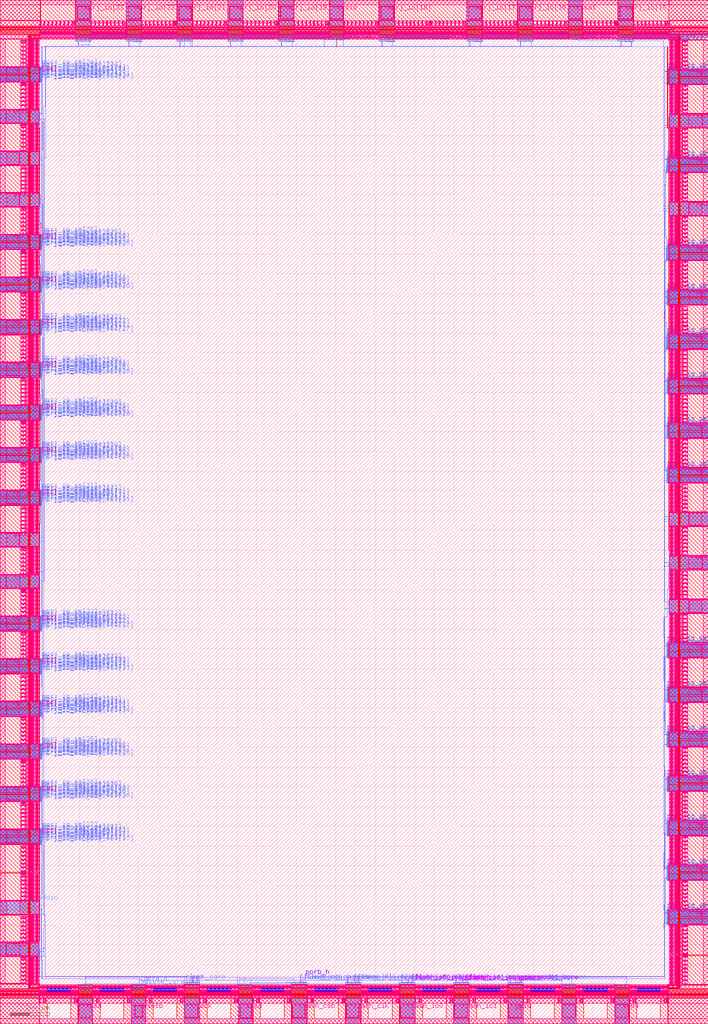
<source format=lef>
VERSION 5.7 ;
  NOWIREEXTENSIONATPIN ON ;
  DIVIDERCHAR "/" ;
  BUSBITCHARS "[]" ;
MACRO chip_io
  CLASS BLOCK ;
  FOREIGN chip_io ;
  ORIGIN 0.000 0.000 ;
  SIZE 3588.000 BY 5188.000 ;
  PIN clock
    DIRECTION INPUT ;
    PORT
      LAYER met5 ;
        RECT 938.200 32.990 1000.800 95.440 ;
    END
  END clock
  PIN clock_core
    DIRECTION OUTPUT TRISTATE ;
    PORT
      LAYER met2 ;
        RECT 936.635 208.565 936.915 210.965 ;
    END
  END clock_core
  PIN por
    DIRECTION INPUT ;
    PORT
      LAYER met2 ;
        RECT 970.215 208.565 970.495 210.965 ;
    END
  END por
  PIN flash_clk
    DIRECTION OUTPUT TRISTATE ;
    PORT
      LAYER met5 ;
        RECT 1755.200 32.990 1817.800 95.440 ;
    END
  END flash_clk
  PIN flash_clk_core
    DIRECTION INPUT ;
    PORT
      LAYER met2 ;
        RECT 1808.835 208.565 1809.115 210.965 ;
    END
  END flash_clk_core
  PIN flash_clk_ieb_core
    DIRECTION INPUT ;
    PORT
      LAYER met2 ;
        RECT 1787.215 208.565 1787.495 210.965 ;
    END
  END flash_clk_ieb_core
  PIN flash_clk_oeb_core
    DIRECTION INPUT ;
    PORT
      LAYER met2 ;
        RECT 1824.475 208.565 1824.755 210.965 ;
    END
  END flash_clk_oeb_core
  PIN flash_csb
    DIRECTION OUTPUT TRISTATE ;
    PORT
      LAYER met5 ;
        RECT 1481.200 32.990 1543.800 95.440 ;
    END
  END flash_csb
  PIN flash_csb_core
    DIRECTION INPUT ;
    PORT
      LAYER met2 ;
        RECT 1534.835 208.565 1535.115 210.965 ;
    END
  END flash_csb_core
  PIN flash_csb_ieb_core
    DIRECTION INPUT ;
    PORT
      LAYER met2 ;
        RECT 1513.215 208.565 1513.495 210.965 ;
    END
  END flash_csb_ieb_core
  PIN flash_csb_oeb_core
    DIRECTION INPUT ;
    PORT
      LAYER met2 ;
        RECT 1550.475 208.565 1550.755 210.965 ;
    END
  END flash_csb_oeb_core
  PIN flash_io0
    DIRECTION INOUT ;
    PORT
      LAYER met5 ;
        RECT 2029.200 32.990 2091.800 95.440 ;
    END
  END flash_io0
  PIN flash_io0_di_core
    DIRECTION OUTPUT TRISTATE ;
    PORT
      LAYER met2 ;
        RECT 2027.635 208.565 2027.915 210.965 ;
    END
  END flash_io0_di_core
  PIN flash_io0_do_core
    DIRECTION INPUT ;
    PORT
      LAYER met2 ;
        RECT 2082.835 208.565 2083.115 210.965 ;
    END
  END flash_io0_do_core
  PIN flash_io0_ieb_core
    DIRECTION INPUT ;
    PORT
      LAYER met1 ;
        RECT 2046.610 209.340 2046.930 209.400 ;
        RECT 2061.790 209.340 2062.110 209.400 ;
        RECT 2077.430 209.340 2077.750 209.400 ;
        RECT 2046.610 209.200 2077.750 209.340 ;
        RECT 2046.610 209.140 2046.930 209.200 ;
        RECT 2061.790 209.140 2062.110 209.200 ;
        RECT 2077.430 209.140 2077.750 209.200 ;
      LAYER via ;
        RECT 2046.640 209.140 2046.900 209.400 ;
        RECT 2061.820 209.140 2062.080 209.400 ;
        RECT 2077.460 209.140 2077.720 209.400 ;
      LAYER met2 ;
        RECT 2046.035 209.170 2046.315 210.965 ;
        RECT 2046.640 209.170 2046.900 209.430 ;
        RECT 2046.035 209.110 2046.900 209.170 ;
        RECT 2061.215 209.170 2061.495 210.965 ;
        RECT 2061.820 209.170 2062.080 209.430 ;
        RECT 2061.215 209.110 2062.080 209.170 ;
        RECT 2076.855 209.170 2077.135 210.965 ;
        RECT 2077.460 209.170 2077.720 209.430 ;
        RECT 2076.855 209.110 2077.720 209.170 ;
        RECT 2046.035 209.030 2046.840 209.110 ;
        RECT 2061.215 209.030 2062.020 209.110 ;
        RECT 2076.855 209.030 2077.660 209.110 ;
        RECT 2046.035 208.565 2046.315 209.030 ;
        RECT 2061.215 208.565 2061.495 209.030 ;
        RECT 2076.855 208.565 2077.135 209.030 ;
    END
  END flash_io0_ieb_core
  PIN flash_io0_oeb_core
    DIRECTION INPUT ;
    PORT
      LAYER met1 ;
        RECT 2055.810 209.680 2056.130 209.740 ;
        RECT 2055.810 209.540 2078.120 209.680 ;
        RECT 2055.810 209.480 2056.130 209.540 ;
        RECT 2077.980 209.340 2078.120 209.540 ;
        RECT 2097.670 209.340 2097.990 209.400 ;
        RECT 2077.980 209.200 2097.990 209.340 ;
        RECT 2097.670 209.140 2097.990 209.200 ;
      LAYER via ;
        RECT 2055.840 209.480 2056.100 209.740 ;
        RECT 2097.700 209.140 2097.960 209.400 ;
      LAYER met2 ;
        RECT 2055.235 209.170 2055.515 210.965 ;
        RECT 2055.840 209.450 2056.100 209.770 ;
        RECT 2055.900 209.170 2056.040 209.450 ;
        RECT 2055.235 209.030 2056.040 209.170 ;
        RECT 2097.700 209.170 2097.960 209.430 ;
        RECT 2098.475 209.170 2098.755 210.965 ;
        RECT 2097.700 209.110 2098.755 209.170 ;
        RECT 2097.760 209.030 2098.755 209.110 ;
        RECT 2055.235 208.565 2055.515 209.030 ;
        RECT 2098.475 208.565 2098.755 209.030 ;
    END
  END flash_io0_oeb_core
  PIN flash_io1
    DIRECTION INOUT ;
    PORT
      LAYER met5 ;
        RECT 2303.200 32.990 2365.800 95.440 ;
    END
  END flash_io1
  PIN flash_io1_di_core
    DIRECTION OUTPUT TRISTATE ;
    PORT
      LAYER met2 ;
        RECT 2301.635 208.565 2301.915 210.965 ;
    END
  END flash_io1_di_core
  PIN flash_io1_do_core
    DIRECTION INPUT ;
    PORT
      LAYER met2 ;
        RECT 2356.835 208.565 2357.115 210.965 ;
    END
  END flash_io1_do_core
  PIN flash_io1_ieb_core
    DIRECTION INPUT ;
    PORT
      LAYER met1 ;
        RECT 2320.770 209.340 2321.090 209.400 ;
        RECT 2334.570 209.340 2334.890 209.400 ;
        RECT 2320.770 209.200 2342.160 209.340 ;
        RECT 2320.770 209.140 2321.090 209.200 ;
        RECT 2334.570 209.140 2334.890 209.200 ;
        RECT 2342.020 209.000 2342.160 209.200 ;
        RECT 2350.210 209.000 2350.530 209.060 ;
        RECT 2342.020 208.860 2350.530 209.000 ;
        RECT 2350.210 208.800 2350.530 208.860 ;
      LAYER via ;
        RECT 2320.800 209.140 2321.060 209.400 ;
        RECT 2334.600 209.140 2334.860 209.400 ;
        RECT 2350.240 208.800 2350.500 209.060 ;
      LAYER met2 ;
        RECT 2320.035 209.170 2320.315 210.965 ;
        RECT 2320.800 209.170 2321.060 209.430 ;
        RECT 2320.035 209.110 2321.060 209.170 ;
        RECT 2334.600 209.170 2334.860 209.430 ;
        RECT 2335.215 209.170 2335.495 210.965 ;
        RECT 2350.855 209.170 2351.135 210.965 ;
        RECT 2334.600 209.110 2335.495 209.170 ;
        RECT 2320.035 209.030 2321.000 209.110 ;
        RECT 2334.660 209.030 2335.495 209.110 ;
        RECT 2350.300 209.090 2351.135 209.170 ;
        RECT 2320.035 208.565 2320.315 209.030 ;
        RECT 2335.215 208.565 2335.495 209.030 ;
        RECT 2350.240 209.030 2351.135 209.090 ;
        RECT 2350.240 208.770 2350.500 209.030 ;
        RECT 2350.855 208.565 2351.135 209.030 ;
    END
  END flash_io1_ieb_core
  PIN flash_io1_oeb_core
    DIRECTION INPUT ;
    PORT
      LAYER met1 ;
        RECT 2329.970 209.680 2330.290 209.740 ;
        RECT 2371.830 209.680 2372.150 209.740 ;
        RECT 2329.970 209.540 2372.150 209.680 ;
        RECT 2329.970 209.480 2330.290 209.540 ;
        RECT 2371.830 209.480 2372.150 209.540 ;
      LAYER via ;
        RECT 2330.000 209.480 2330.260 209.740 ;
        RECT 2371.860 209.480 2372.120 209.740 ;
      LAYER met2 ;
        RECT 2329.235 209.170 2329.515 210.965 ;
        RECT 2330.000 209.450 2330.260 209.770 ;
        RECT 2371.860 209.450 2372.120 209.770 ;
        RECT 2330.060 209.170 2330.200 209.450 ;
        RECT 2329.235 209.030 2330.200 209.170 ;
        RECT 2371.920 209.170 2372.060 209.450 ;
        RECT 2372.475 209.170 2372.755 210.965 ;
        RECT 2371.920 209.030 2372.755 209.170 ;
        RECT 2329.235 208.565 2329.515 209.030 ;
        RECT 2372.475 208.565 2372.755 209.030 ;
    END
  END flash_io1_oeb_core
  PIN gpio
    DIRECTION INOUT ;
    PORT
      LAYER met5 ;
        RECT 2577.200 32.990 2639.800 95.440 ;
    END
  END gpio
  PIN gpio_in_core
    DIRECTION OUTPUT TRISTATE ;
    PORT
      LAYER met2 ;
        RECT 2575.635 208.565 2575.915 210.965 ;
    END
  END gpio_in_core
  PIN gpio_inenb_core
    DIRECTION INPUT ;
    PORT
      LAYER met2 ;
        RECT 2609.215 208.565 2609.495 210.965 ;
    END
  END gpio_inenb_core
  PIN gpio_mode0_core
    DIRECTION INPUT ;
    PORT
      LAYER met2 ;
        RECT 2603.235 208.565 2603.515 210.965 ;
    END
  END gpio_mode0_core
  PIN gpio_mode1_core
    DIRECTION INPUT ;
    PORT
      LAYER met1 ;
        RECT 2594.470 209.340 2594.790 209.400 ;
        RECT 2624.370 209.340 2624.690 209.400 ;
        RECT 2594.470 209.200 2624.690 209.340 ;
        RECT 2594.470 209.140 2594.790 209.200 ;
        RECT 2624.370 209.140 2624.690 209.200 ;
      LAYER via ;
        RECT 2594.500 209.140 2594.760 209.400 ;
        RECT 2624.400 209.140 2624.660 209.400 ;
      LAYER met2 ;
        RECT 2594.035 209.170 2594.315 210.965 ;
        RECT 2594.500 209.170 2594.760 209.430 ;
        RECT 2594.035 209.110 2594.760 209.170 ;
        RECT 2624.400 209.170 2624.660 209.430 ;
        RECT 2624.855 209.170 2625.135 210.965 ;
        RECT 2624.400 209.110 2625.135 209.170 ;
        RECT 2594.035 209.030 2594.700 209.110 ;
        RECT 2624.460 209.030 2625.135 209.110 ;
        RECT 2594.035 208.565 2594.315 209.030 ;
        RECT 2624.855 208.565 2625.135 209.030 ;
    END
  END gpio_mode1_core
  PIN gpio_out_core
    DIRECTION INPUT ;
    PORT
      LAYER met2 ;
        RECT 2630.835 208.565 2631.115 210.965 ;
    END
  END gpio_out_core
  PIN gpio_outenb_core
    DIRECTION INPUT ;
    PORT
      LAYER met2 ;
        RECT 2646.475 208.565 2646.755 210.965 ;
    END
  END gpio_outenb_core
  PIN vccd
    DIRECTION INOUT ;
    PORT
      LAYER met5 ;
        RECT 30.430 349.315 97.860 405.955 ;
    END
  END vccd
  PIN vdda
    DIRECTION INOUT ;
    PORT
      LAYER met5 ;
        RECT 3120.200 33.375 3182.900 95.990 ;
    END
  END vdda
  PIN vddio
    DIRECTION INOUT ;
    PORT
      LAYER met3 ;
        RECT 180.200 601.390 200.000 625.290 ;
    END
  END vddio
  PIN vssa
    DIRECTION INOUT ;
    PORT
      LAYER met5 ;
        RECT 400.200 33.375 462.900 95.990 ;
    END
  END vssa
  PIN vssd
    DIRECTION INOUT ;
    PORT
      LAYER met5 ;
        RECT 1215.045 30.430 1271.685 97.860 ;
    END
  END vssd
  PIN vssio
    DIRECTION INOUT ;
    PORT
      LAYER met5 ;
        RECT 1673.100 5092.010 1735.800 5154.625 ;
    END
  END vssio
  PIN mprj_io[0]
    DIRECTION INOUT ;
    PORT
      LAYER met5 ;
        RECT 3492.560 506.200 3555.010 568.800 ;
    END
  END mprj_io[0]
  PIN mprj_io_analog_en[0]
    DIRECTION INPUT ;
    PORT
      LAYER met2 ;
        RECT 3377.035 529.015 3379.435 529.295 ;
    END
  END mprj_io_analog_en[0]
  PIN mprj_io_analog_pol[0]
    DIRECTION INPUT ;
    PORT
      LAYER met2 ;
        RECT 3377.035 535.455 3379.435 535.735 ;
    END
  END mprj_io_analog_pol[0]
  PIN mprj_io_analog_sel[0]
    DIRECTION INPUT ;
    PORT
      LAYER met2 ;
        RECT 3377.035 550.635 3379.435 550.915 ;
    END
  END mprj_io_analog_sel[0]
  PIN mprj_io_dm[0]
    DIRECTION INPUT ;
    PORT
      LAYER met2 ;
        RECT 3377.035 532.235 3379.435 532.515 ;
    END
  END mprj_io_dm[0]
  PIN mprj_io_dm[1]
    DIRECTION INPUT ;
    PORT
      LAYER met2 ;
        RECT 3377.035 523.035 3379.435 523.315 ;
    END
  END mprj_io_dm[1]
  PIN mprj_io_dm[2]
    DIRECTION INPUT ;
    PORT
      LAYER met2 ;
        RECT 3377.035 553.855 3379.435 554.135 ;
    END
  END mprj_io_dm[2]
  PIN mprj_io_enh[0]
    DIRECTION INPUT ;
    PORT
      LAYER met2 ;
        RECT 3377.035 544.655 3379.435 544.935 ;
    END
  END mprj_io_enh[0]
  PIN mprj_io_hldh_n[0]
    DIRECTION INPUT ;
    PORT
      LAYER met2 ;
        RECT 3377.035 547.875 3379.435 548.155 ;
    END
  END mprj_io_hldh_n[0]
  PIN mprj_io_holdover[0]
    DIRECTION INPUT ;
    PORT
      LAYER met2 ;
        RECT 3377.035 557.075 3379.435 557.355 ;
    END
  END mprj_io_holdover[0]
  PIN mprj_io_ib_mode_sel[0]
    DIRECTION INPUT ;
    PORT
      LAYER met2 ;
        RECT 3377.035 572.255 3379.435 572.535 ;
    END
  END mprj_io_ib_mode_sel[0]
  PIN mprj_io_inp_dis[0]
    DIRECTION INPUT ;
    PORT
      LAYER met2 ;
        RECT 3377.035 538.215 3379.435 538.495 ;
    END
  END mprj_io_inp_dis[0]
  PIN mprj_io_oeb[0]
    DIRECTION INPUT ;
    PORT
      LAYER met2 ;
        RECT 3377.035 575.475 3379.435 575.755 ;
    END
  END mprj_io_oeb[0]
  PIN mprj_io_out[0]
    DIRECTION INPUT ;
    PORT
      LAYER met2 ;
        RECT 3377.035 559.835 3379.435 560.115 ;
    END
  END mprj_io_out[0]
  PIN mprj_io_slow_sel[0]
    DIRECTION INPUT ;
    PORT
      LAYER met2 ;
        RECT 3377.035 513.835 3379.435 514.115 ;
    END
  END mprj_io_slow_sel[0]
  PIN mprj_io_vtrip_sel[0]
    DIRECTION INPUT ;
    PORT
      LAYER met2 ;
        RECT 3377.035 569.035 3379.435 569.315 ;
    END
  END mprj_io_vtrip_sel[0]
  PIN mprj_io_in[0]
    DIRECTION OUTPUT TRISTATE ;
    PORT
      LAYER met2 ;
        RECT 3377.035 504.635 3379.435 504.915 ;
    END
  END mprj_io_in[0]
  PIN mprj_analog_io[3]
    DIRECTION INOUT ;
    PORT
      LAYER met2 ;
        RECT 3377.035 3433.055 3379.435 3433.335 ;
    END
  END mprj_analog_io[3]
  PIN mprj_io[10]
    DIRECTION INOUT ;
    PORT
      LAYER met5 ;
        RECT 3492.560 3422.200 3555.010 3484.800 ;
    END
  END mprj_io[10]
  PIN mprj_io_analog_en[10]
    DIRECTION INPUT ;
    PORT
      LAYER met2 ;
        RECT 3377.035 3445.015 3379.435 3445.295 ;
    END
  END mprj_io_analog_en[10]
  PIN mprj_io_analog_pol[10]
    DIRECTION INPUT ;
    PORT
      LAYER met2 ;
        RECT 3377.035 3451.455 3379.435 3451.735 ;
    END
  END mprj_io_analog_pol[10]
  PIN mprj_io_analog_sel[10]
    DIRECTION INPUT ;
    PORT
      LAYER met2 ;
        RECT 3377.035 3466.635 3379.435 3466.915 ;
    END
  END mprj_io_analog_sel[10]
  PIN mprj_io_dm[30]
    DIRECTION INPUT ;
    PORT
      LAYER met2 ;
        RECT 3377.035 3448.235 3379.435 3448.515 ;
    END
  END mprj_io_dm[30]
  PIN mprj_io_dm[31]
    DIRECTION INPUT ;
    PORT
      LAYER met2 ;
        RECT 3377.035 3439.035 3379.435 3439.315 ;
    END
  END mprj_io_dm[31]
  PIN mprj_io_dm[32]
    DIRECTION INPUT ;
    PORT
      LAYER met2 ;
        RECT 3377.035 3469.855 3379.435 3470.135 ;
    END
  END mprj_io_dm[32]
  PIN mprj_io_enh[10]
    DIRECTION INPUT ;
    PORT
      LAYER met2 ;
        RECT 3377.035 3460.655 3379.435 3460.935 ;
    END
  END mprj_io_enh[10]
  PIN mprj_io_hldh_n[10]
    DIRECTION INPUT ;
    PORT
      LAYER met2 ;
        RECT 3377.035 3463.875 3379.435 3464.155 ;
    END
  END mprj_io_hldh_n[10]
  PIN mprj_io_holdover[10]
    DIRECTION INPUT ;
    PORT
      LAYER met2 ;
        RECT 3377.035 3473.075 3379.435 3473.355 ;
    END
  END mprj_io_holdover[10]
  PIN mprj_io_ib_mode_sel[10]
    DIRECTION INPUT ;
    PORT
      LAYER met2 ;
        RECT 3377.035 3488.255 3379.435 3488.535 ;
    END
  END mprj_io_ib_mode_sel[10]
  PIN mprj_io_inp_dis[10]
    DIRECTION INPUT ;
    PORT
      LAYER met2 ;
        RECT 3377.035 3454.215 3379.435 3454.495 ;
    END
  END mprj_io_inp_dis[10]
  PIN mprj_io_oeb[10]
    DIRECTION INPUT ;
    PORT
      LAYER met2 ;
        RECT 3377.035 3491.475 3379.435 3491.755 ;
    END
  END mprj_io_oeb[10]
  PIN mprj_io_out[10]
    DIRECTION INPUT ;
    PORT
      LAYER met2 ;
        RECT 3377.035 3475.835 3379.435 3476.115 ;
    END
  END mprj_io_out[10]
  PIN mprj_io_slow_sel[10]
    DIRECTION INPUT ;
    PORT
      LAYER met2 ;
        RECT 3377.035 3429.835 3379.435 3430.115 ;
    END
  END mprj_io_slow_sel[10]
  PIN mprj_io_vtrip_sel[10]
    DIRECTION INPUT ;
    PORT
      LAYER met2 ;
        RECT 3377.035 3485.035 3379.435 3485.315 ;
    END
  END mprj_io_vtrip_sel[10]
  PIN mprj_io_in[10]
    DIRECTION OUTPUT TRISTATE ;
    PORT
      LAYER met2 ;
        RECT 3377.035 3420.635 3379.435 3420.915 ;
    END
  END mprj_io_in[10]
  PIN mprj_analog_io[4]
    DIRECTION INOUT ;
    PORT
      LAYER met2 ;
        RECT 3377.035 3658.055 3379.435 3658.335 ;
    END
  END mprj_analog_io[4]
  PIN mprj_io[11]
    DIRECTION INOUT ;
    PORT
      LAYER met5 ;
        RECT 3492.560 3647.200 3555.010 3709.800 ;
    END
  END mprj_io[11]
  PIN mprj_io_analog_en[11]
    DIRECTION INPUT ;
    PORT
      LAYER met2 ;
        RECT 3377.035 3670.015 3379.435 3670.295 ;
    END
  END mprj_io_analog_en[11]
  PIN mprj_io_analog_pol[11]
    DIRECTION INPUT ;
    PORT
      LAYER met2 ;
        RECT 3377.035 3676.455 3379.435 3676.735 ;
    END
  END mprj_io_analog_pol[11]
  PIN mprj_io_analog_sel[11]
    DIRECTION INPUT ;
    PORT
      LAYER met2 ;
        RECT 3377.035 3691.635 3379.435 3691.915 ;
    END
  END mprj_io_analog_sel[11]
  PIN mprj_io_dm[33]
    DIRECTION INPUT ;
    PORT
      LAYER met2 ;
        RECT 3377.035 3673.235 3379.435 3673.515 ;
    END
  END mprj_io_dm[33]
  PIN mprj_io_dm[34]
    DIRECTION INPUT ;
    PORT
      LAYER met2 ;
        RECT 3377.035 3664.035 3379.435 3664.315 ;
    END
  END mprj_io_dm[34]
  PIN mprj_io_dm[35]
    DIRECTION INPUT ;
    PORT
      LAYER met2 ;
        RECT 3377.035 3694.855 3379.435 3695.135 ;
    END
  END mprj_io_dm[35]
  PIN mprj_io_enh[11]
    DIRECTION INPUT ;
    PORT
      LAYER met2 ;
        RECT 3377.035 3685.655 3379.435 3685.935 ;
    END
  END mprj_io_enh[11]
  PIN mprj_io_hldh_n[11]
    DIRECTION INPUT ;
    PORT
      LAYER met2 ;
        RECT 3377.035 3688.875 3379.435 3689.155 ;
    END
  END mprj_io_hldh_n[11]
  PIN mprj_io_holdover[11]
    DIRECTION INPUT ;
    PORT
      LAYER met2 ;
        RECT 3377.035 3698.075 3379.435 3698.355 ;
    END
  END mprj_io_holdover[11]
  PIN mprj_io_ib_mode_sel[11]
    DIRECTION INPUT ;
    PORT
      LAYER met2 ;
        RECT 3377.035 3713.255 3379.435 3713.535 ;
    END
  END mprj_io_ib_mode_sel[11]
  PIN mprj_io_inp_dis[11]
    DIRECTION INPUT ;
    PORT
      LAYER met2 ;
        RECT 3377.035 3679.215 3379.435 3679.495 ;
    END
  END mprj_io_inp_dis[11]
  PIN mprj_io_oeb[11]
    DIRECTION INPUT ;
    PORT
      LAYER met2 ;
        RECT 3377.035 3716.475 3379.435 3716.755 ;
    END
  END mprj_io_oeb[11]
  PIN mprj_io_out[11]
    DIRECTION INPUT ;
    PORT
      LAYER met2 ;
        RECT 3377.035 3700.835 3379.435 3701.115 ;
    END
  END mprj_io_out[11]
  PIN mprj_io_slow_sel[11]
    DIRECTION INPUT ;
    PORT
      LAYER met2 ;
        RECT 3377.035 3654.835 3379.435 3655.115 ;
    END
  END mprj_io_slow_sel[11]
  PIN mprj_io_vtrip_sel[11]
    DIRECTION INPUT ;
    PORT
      LAYER met2 ;
        RECT 3377.035 3710.035 3379.435 3710.315 ;
    END
  END mprj_io_vtrip_sel[11]
  PIN mprj_io_in[11]
    DIRECTION OUTPUT TRISTATE ;
    PORT
      LAYER met2 ;
        RECT 3377.035 3645.635 3379.435 3645.915 ;
    END
  END mprj_io_in[11]
  PIN mprj_analog_io[5]
    DIRECTION INOUT ;
    PORT
      LAYER met2 ;
        RECT 3377.035 3883.055 3379.435 3883.335 ;
    END
  END mprj_analog_io[5]
  PIN mprj_io[12]
    DIRECTION INOUT ;
    PORT
      LAYER met5 ;
        RECT 3492.560 3872.200 3555.010 3934.800 ;
    END
  END mprj_io[12]
  PIN mprj_io_analog_en[12]
    DIRECTION INPUT ;
    PORT
      LAYER met2 ;
        RECT 3377.035 3895.015 3379.435 3895.295 ;
    END
  END mprj_io_analog_en[12]
  PIN mprj_io_analog_pol[12]
    DIRECTION INPUT ;
    PORT
      LAYER met2 ;
        RECT 3377.035 3901.455 3379.435 3901.735 ;
    END
  END mprj_io_analog_pol[12]
  PIN mprj_io_analog_sel[12]
    DIRECTION INPUT ;
    PORT
      LAYER met2 ;
        RECT 3377.035 3916.635 3379.435 3916.915 ;
    END
  END mprj_io_analog_sel[12]
  PIN mprj_io_dm[36]
    DIRECTION INPUT ;
    PORT
      LAYER met2 ;
        RECT 3377.035 3898.235 3379.435 3898.515 ;
    END
  END mprj_io_dm[36]
  PIN mprj_io_dm[37]
    DIRECTION INPUT ;
    PORT
      LAYER met2 ;
        RECT 3377.035 3889.035 3379.435 3889.315 ;
    END
  END mprj_io_dm[37]
  PIN mprj_io_dm[38]
    DIRECTION INPUT ;
    PORT
      LAYER met2 ;
        RECT 3377.035 3919.855 3379.435 3920.135 ;
    END
  END mprj_io_dm[38]
  PIN mprj_io_enh[12]
    DIRECTION INPUT ;
    PORT
      LAYER met2 ;
        RECT 3377.035 3910.655 3379.435 3910.935 ;
    END
  END mprj_io_enh[12]
  PIN mprj_io_hldh_n[12]
    DIRECTION INPUT ;
    PORT
      LAYER met2 ;
        RECT 3377.035 3913.875 3379.435 3914.155 ;
    END
  END mprj_io_hldh_n[12]
  PIN mprj_io_holdover[12]
    DIRECTION INPUT ;
    PORT
      LAYER met2 ;
        RECT 3377.035 3923.075 3379.435 3923.355 ;
    END
  END mprj_io_holdover[12]
  PIN mprj_io_ib_mode_sel[12]
    DIRECTION INPUT ;
    PORT
      LAYER met2 ;
        RECT 3377.035 3938.255 3379.435 3938.535 ;
    END
  END mprj_io_ib_mode_sel[12]
  PIN mprj_io_inp_dis[12]
    DIRECTION INPUT ;
    PORT
      LAYER met2 ;
        RECT 3377.035 3904.215 3379.435 3904.495 ;
    END
  END mprj_io_inp_dis[12]
  PIN mprj_io_oeb[12]
    DIRECTION INPUT ;
    PORT
      LAYER met2 ;
        RECT 3377.035 3941.475 3379.435 3941.755 ;
    END
  END mprj_io_oeb[12]
  PIN mprj_io_out[12]
    DIRECTION INPUT ;
    PORT
      LAYER met2 ;
        RECT 3377.035 3925.835 3379.435 3926.115 ;
    END
  END mprj_io_out[12]
  PIN mprj_io_slow_sel[12]
    DIRECTION INPUT ;
    PORT
      LAYER met2 ;
        RECT 3377.035 3879.835 3379.435 3880.115 ;
    END
  END mprj_io_slow_sel[12]
  PIN mprj_io_vtrip_sel[12]
    DIRECTION INPUT ;
    PORT
      LAYER met2 ;
        RECT 3377.035 3935.035 3379.435 3935.315 ;
    END
  END mprj_io_vtrip_sel[12]
  PIN mprj_io_in[12]
    DIRECTION OUTPUT TRISTATE ;
    PORT
      LAYER met2 ;
        RECT 3377.035 3870.635 3379.435 3870.915 ;
    END
  END mprj_io_in[12]
  PIN mprj_analog_io[6]
    DIRECTION INOUT ;
    PORT
      LAYER met2 ;
        RECT 3377.035 4329.055 3379.435 4329.335 ;
    END
  END mprj_analog_io[6]
  PIN mprj_io[13]
    DIRECTION INOUT ;
    PORT
      LAYER met5 ;
        RECT 3492.560 4318.200 3555.010 4380.800 ;
    END
  END mprj_io[13]
  PIN mprj_io_analog_en[13]
    DIRECTION INPUT ;
    PORT
      LAYER met2 ;
        RECT 3377.035 4341.015 3379.435 4341.295 ;
    END
  END mprj_io_analog_en[13]
  PIN mprj_io_analog_pol[13]
    DIRECTION INPUT ;
    PORT
      LAYER met2 ;
        RECT 3377.035 4347.455 3379.435 4347.735 ;
    END
  END mprj_io_analog_pol[13]
  PIN mprj_io_analog_sel[13]
    DIRECTION INPUT ;
    PORT
      LAYER met2 ;
        RECT 3377.035 4362.635 3379.435 4362.915 ;
    END
  END mprj_io_analog_sel[13]
  PIN mprj_io_dm[39]
    DIRECTION INPUT ;
    PORT
      LAYER met2 ;
        RECT 3377.035 4344.235 3379.435 4344.515 ;
    END
  END mprj_io_dm[39]
  PIN mprj_io_dm[40]
    DIRECTION INPUT ;
    PORT
      LAYER met2 ;
        RECT 3377.035 4335.035 3379.435 4335.315 ;
    END
  END mprj_io_dm[40]
  PIN mprj_io_dm[41]
    DIRECTION INPUT ;
    PORT
      LAYER met2 ;
        RECT 3377.035 4365.855 3379.435 4366.135 ;
    END
  END mprj_io_dm[41]
  PIN mprj_io_enh[13]
    DIRECTION INPUT ;
    PORT
      LAYER met2 ;
        RECT 3377.035 4356.655 3379.435 4356.935 ;
    END
  END mprj_io_enh[13]
  PIN mprj_io_hldh_n[13]
    DIRECTION INPUT ;
    PORT
      LAYER met2 ;
        RECT 3377.035 4359.875 3379.435 4360.155 ;
    END
  END mprj_io_hldh_n[13]
  PIN mprj_io_holdover[13]
    DIRECTION INPUT ;
    PORT
      LAYER met2 ;
        RECT 3377.035 4369.075 3379.435 4369.355 ;
    END
  END mprj_io_holdover[13]
  PIN mprj_io_ib_mode_sel[13]
    DIRECTION INPUT ;
    PORT
      LAYER met2 ;
        RECT 3377.035 4384.255 3379.435 4384.535 ;
    END
  END mprj_io_ib_mode_sel[13]
  PIN mprj_io_inp_dis[13]
    DIRECTION INPUT ;
    PORT
      LAYER met2 ;
        RECT 3377.035 4350.215 3379.435 4350.495 ;
    END
  END mprj_io_inp_dis[13]
  PIN mprj_io_oeb[13]
    DIRECTION INPUT ;
    PORT
      LAYER met2 ;
        RECT 3377.035 4387.475 3379.435 4387.755 ;
    END
  END mprj_io_oeb[13]
  PIN mprj_io_out[13]
    DIRECTION INPUT ;
    PORT
      LAYER met2 ;
        RECT 3377.035 4371.835 3379.435 4372.115 ;
    END
  END mprj_io_out[13]
  PIN mprj_io_slow_sel[13]
    DIRECTION INPUT ;
    PORT
      LAYER met2 ;
        RECT 3377.035 4325.835 3379.435 4326.115 ;
    END
  END mprj_io_slow_sel[13]
  PIN mprj_io_vtrip_sel[13]
    DIRECTION INPUT ;
    PORT
      LAYER met2 ;
        RECT 3377.035 4381.035 3379.435 4381.315 ;
    END
  END mprj_io_vtrip_sel[13]
  PIN mprj_io_in[13]
    DIRECTION OUTPUT TRISTATE ;
    PORT
      LAYER met2 ;
        RECT 3377.035 4316.635 3379.435 4316.915 ;
    END
  END mprj_io_in[13]
  PIN mprj_analog_io[7]
    DIRECTION INOUT ;
    PORT
      LAYER met2 ;
        RECT 3377.035 4775.055 3379.435 4775.335 ;
    END
  END mprj_analog_io[7]
  PIN mprj_io[14]
    DIRECTION INOUT ;
    PORT
      LAYER met5 ;
        RECT 3492.560 4764.200 3555.010 4826.800 ;
    END
  END mprj_io[14]
  PIN mprj_io_analog_en[14]
    DIRECTION INPUT ;
    PORT
      LAYER met2 ;
        RECT 3377.035 4787.015 3379.435 4787.295 ;
    END
  END mprj_io_analog_en[14]
  PIN mprj_io_analog_pol[14]
    DIRECTION INPUT ;
    PORT
      LAYER met2 ;
        RECT 3377.035 4793.455 3379.435 4793.735 ;
    END
  END mprj_io_analog_pol[14]
  PIN mprj_io_analog_sel[14]
    DIRECTION INPUT ;
    PORT
      LAYER met2 ;
        RECT 3377.035 4808.635 3379.435 4808.915 ;
    END
  END mprj_io_analog_sel[14]
  PIN mprj_io_dm[42]
    DIRECTION INPUT ;
    PORT
      LAYER met2 ;
        RECT 3377.035 4790.235 3379.435 4790.515 ;
    END
  END mprj_io_dm[42]
  PIN mprj_io_dm[43]
    DIRECTION INPUT ;
    PORT
      LAYER met2 ;
        RECT 3377.035 4781.035 3379.435 4781.315 ;
    END
  END mprj_io_dm[43]
  PIN mprj_io_dm[44]
    DIRECTION INPUT ;
    PORT
      LAYER met2 ;
        RECT 3377.035 4811.855 3379.435 4812.135 ;
    END
  END mprj_io_dm[44]
  PIN mprj_io_enh[14]
    DIRECTION INPUT ;
    PORT
      LAYER met2 ;
        RECT 3377.035 4802.655 3379.435 4802.935 ;
    END
  END mprj_io_enh[14]
  PIN mprj_io_hldh_n[14]
    DIRECTION INPUT ;
    PORT
      LAYER met2 ;
        RECT 3377.035 4805.875 3379.435 4806.155 ;
    END
  END mprj_io_hldh_n[14]
  PIN mprj_io_holdover[14]
    DIRECTION INPUT ;
    PORT
      LAYER met2 ;
        RECT 3377.035 4815.075 3379.435 4815.355 ;
    END
  END mprj_io_holdover[14]
  PIN mprj_io_ib_mode_sel[14]
    DIRECTION INPUT ;
    PORT
      LAYER met2 ;
        RECT 3377.035 4830.255 3379.435 4830.535 ;
    END
  END mprj_io_ib_mode_sel[14]
  PIN mprj_io_inp_dis[14]
    DIRECTION INPUT ;
    PORT
      LAYER met2 ;
        RECT 3377.035 4796.215 3379.435 4796.495 ;
    END
  END mprj_io_inp_dis[14]
  PIN mprj_io_oeb[14]
    DIRECTION INPUT ;
    PORT
      LAYER met2 ;
        RECT 3377.035 4833.475 3379.435 4833.755 ;
    END
  END mprj_io_oeb[14]
  PIN mprj_io_out[14]
    DIRECTION INPUT ;
    PORT
      LAYER met2 ;
        RECT 3377.035 4817.835 3379.435 4818.115 ;
    END
  END mprj_io_out[14]
  PIN mprj_io_slow_sel[14]
    DIRECTION INPUT ;
    PORT
      LAYER met2 ;
        RECT 3377.035 4771.835 3379.435 4772.115 ;
    END
  END mprj_io_slow_sel[14]
  PIN mprj_io_vtrip_sel[14]
    DIRECTION INPUT ;
    PORT
      LAYER met2 ;
        RECT 3377.035 4827.035 3379.435 4827.315 ;
    END
  END mprj_io_vtrip_sel[14]
  PIN mprj_io_in[14]
    DIRECTION OUTPUT TRISTATE ;
    PORT
      LAYER met2 ;
        RECT 3377.035 4762.635 3379.435 4762.915 ;
    END
  END mprj_io_in[14]
  PIN mprj_analog_io[8]
    DIRECTION INOUT ;
    PORT
      LAYER met2 ;
        RECT 3192.665 4977.035 3192.945 4979.435 ;
    END
  END mprj_analog_io[8]
  PIN mprj_io[15]
    DIRECTION INOUT ;
    PORT
      LAYER met5 ;
        RECT 3141.200 5092.560 3203.800 5155.010 ;
    END
  END mprj_io[15]
  PIN mprj_io_analog_en[15]
    DIRECTION INPUT ;
    PORT
      LAYER met2 ;
        RECT 3180.705 4977.035 3180.985 4979.435 ;
    END
  END mprj_io_analog_en[15]
  PIN mprj_io_analog_pol[15]
    DIRECTION INPUT ;
    PORT
      LAYER met2 ;
        RECT 3174.265 4977.035 3174.545 4979.435 ;
    END
  END mprj_io_analog_pol[15]
  PIN mprj_io_analog_sel[15]
    DIRECTION INPUT ;
    PORT
      LAYER met2 ;
        RECT 3159.085 4977.035 3159.365 4979.435 ;
    END
  END mprj_io_analog_sel[15]
  PIN mprj_io_dm[45]
    DIRECTION INPUT ;
    PORT
      LAYER met2 ;
        RECT 3177.485 4977.035 3177.765 4979.435 ;
    END
  END mprj_io_dm[45]
  PIN mprj_io_dm[46]
    DIRECTION INPUT ;
    PORT
      LAYER met2 ;
        RECT 3186.685 4977.035 3186.965 4979.435 ;
    END
  END mprj_io_dm[46]
  PIN mprj_io_dm[47]
    DIRECTION INPUT ;
    PORT
      LAYER met2 ;
        RECT 3155.865 4977.035 3156.145 4979.435 ;
    END
  END mprj_io_dm[47]
  PIN mprj_io_enh[15]
    DIRECTION INPUT ;
    PORT
      LAYER met2 ;
        RECT 3165.065 4977.035 3165.345 4979.435 ;
    END
  END mprj_io_enh[15]
  PIN mprj_io_hldh_n[15]
    DIRECTION INPUT ;
    PORT
      LAYER met2 ;
        RECT 3161.845 4977.035 3162.125 4979.435 ;
    END
  END mprj_io_hldh_n[15]
  PIN mprj_io_holdover[15]
    DIRECTION INPUT ;
    PORT
      LAYER met2 ;
        RECT 3152.645 4977.035 3152.925 4979.435 ;
    END
  END mprj_io_holdover[15]
  PIN mprj_io_ib_mode_sel[15]
    DIRECTION INPUT ;
    PORT
      LAYER met2 ;
        RECT 3137.465 4977.035 3137.745 4979.435 ;
    END
  END mprj_io_ib_mode_sel[15]
  PIN mprj_io_inp_dis[15]
    DIRECTION INPUT ;
    PORT
      LAYER met2 ;
        RECT 3171.505 4977.035 3171.785 4979.435 ;
    END
  END mprj_io_inp_dis[15]
  PIN mprj_io_oeb[15]
    DIRECTION INPUT ;
    PORT
      LAYER met2 ;
        RECT 3134.245 4977.035 3134.525 4979.435 ;
    END
  END mprj_io_oeb[15]
  PIN mprj_io_out[15]
    DIRECTION INPUT ;
    PORT
      LAYER met2 ;
        RECT 3149.885 4977.035 3150.165 4979.435 ;
    END
  END mprj_io_out[15]
  PIN mprj_io_slow_sel[15]
    DIRECTION INPUT ;
    PORT
      LAYER met2 ;
        RECT 3195.885 4977.035 3196.165 4979.435 ;
    END
  END mprj_io_slow_sel[15]
  PIN mprj_io_vtrip_sel[15]
    DIRECTION INPUT ;
    PORT
      LAYER met2 ;
        RECT 3140.685 4977.035 3140.965 4979.435 ;
    END
  END mprj_io_vtrip_sel[15]
  PIN mprj_io_in[15]
    DIRECTION OUTPUT TRISTATE ;
    PORT
      LAYER met2 ;
        RECT 3205.085 4977.035 3205.365 4979.435 ;
    END
  END mprj_io_in[15]
  PIN mprj_analog_io[9]
    DIRECTION INOUT ;
    PORT
      LAYER met2 ;
        RECT 2683.665 4977.035 2683.945 4979.435 ;
    END
  END mprj_analog_io[9]
  PIN mprj_io[16]
    DIRECTION INOUT ;
    PORT
      LAYER met5 ;
        RECT 2632.200 5092.560 2694.800 5155.010 ;
    END
  END mprj_io[16]
  PIN mprj_io_analog_en[16]
    DIRECTION INPUT ;
    PORT
      LAYER met2 ;
        RECT 2671.705 4977.035 2671.985 4979.435 ;
    END
  END mprj_io_analog_en[16]
  PIN mprj_io_analog_pol[16]
    DIRECTION INPUT ;
    PORT
      LAYER met2 ;
        RECT 2665.265 4977.035 2665.545 4979.435 ;
    END
  END mprj_io_analog_pol[16]
  PIN mprj_io_analog_sel[16]
    DIRECTION INPUT ;
    PORT
      LAYER met2 ;
        RECT 2650.085 4977.035 2650.365 4979.435 ;
    END
  END mprj_io_analog_sel[16]
  PIN mprj_io_dm[48]
    DIRECTION INPUT ;
    PORT
      LAYER met2 ;
        RECT 2668.485 4977.035 2668.765 4979.435 ;
    END
  END mprj_io_dm[48]
  PIN mprj_io_dm[49]
    DIRECTION INPUT ;
    PORT
      LAYER met2 ;
        RECT 2677.685 4977.035 2677.965 4979.435 ;
    END
  END mprj_io_dm[49]
  PIN mprj_io_dm[50]
    DIRECTION INPUT ;
    PORT
      LAYER met2 ;
        RECT 2646.865 4977.035 2647.145 4979.435 ;
    END
  END mprj_io_dm[50]
  PIN mprj_io_enh[16]
    DIRECTION INPUT ;
    PORT
      LAYER met2 ;
        RECT 2656.065 4977.035 2656.345 4979.435 ;
    END
  END mprj_io_enh[16]
  PIN mprj_io_hldh_n[16]
    DIRECTION INPUT ;
    PORT
      LAYER met2 ;
        RECT 2652.845 4977.035 2653.125 4979.435 ;
    END
  END mprj_io_hldh_n[16]
  PIN mprj_io_holdover[16]
    DIRECTION INPUT ;
    PORT
      LAYER met2 ;
        RECT 2643.645 4977.035 2643.925 4979.435 ;
    END
  END mprj_io_holdover[16]
  PIN mprj_io_ib_mode_sel[16]
    DIRECTION INPUT ;
    PORT
      LAYER met2 ;
        RECT 2628.465 4977.035 2628.745 4979.435 ;
    END
  END mprj_io_ib_mode_sel[16]
  PIN mprj_io_inp_dis[16]
    DIRECTION INPUT ;
    PORT
      LAYER met2 ;
        RECT 2662.505 4977.035 2662.785 4979.435 ;
    END
  END mprj_io_inp_dis[16]
  PIN mprj_io_oeb[16]
    DIRECTION INPUT ;
    PORT
      LAYER met2 ;
        RECT 2625.245 4977.035 2625.525 4979.435 ;
    END
  END mprj_io_oeb[16]
  PIN mprj_io_out[16]
    DIRECTION INPUT ;
    PORT
      LAYER met2 ;
        RECT 2640.885 4977.035 2641.165 4979.435 ;
    END
  END mprj_io_out[16]
  PIN mprj_io_slow_sel[16]
    DIRECTION INPUT ;
    PORT
      LAYER met2 ;
        RECT 2686.885 4977.035 2687.165 4979.435 ;
    END
  END mprj_io_slow_sel[16]
  PIN mprj_io_vtrip_sel[16]
    DIRECTION INPUT ;
    PORT
      LAYER met2 ;
        RECT 2631.685 4977.035 2631.965 4979.435 ;
    END
  END mprj_io_vtrip_sel[16]
  PIN mprj_io_in[16]
    DIRECTION OUTPUT TRISTATE ;
    PORT
      LAYER met2 ;
        RECT 2696.085 4977.035 2696.365 4979.435 ;
    END
  END mprj_io_in[16]
  PIN mprj_analog_io[10]
    DIRECTION INOUT ;
    PORT
      LAYER met2 ;
        RECT 2426.665 4977.035 2426.945 4979.435 ;
    END
  END mprj_analog_io[10]
  PIN mprj_io[17]
    DIRECTION INOUT ;
    PORT
      LAYER met5 ;
        RECT 2375.200 5092.560 2437.800 5155.010 ;
    END
  END mprj_io[17]
  PIN mprj_io_analog_en[17]
    DIRECTION INPUT ;
    PORT
      LAYER met2 ;
        RECT 2414.705 4977.035 2414.985 4979.435 ;
    END
  END mprj_io_analog_en[17]
  PIN mprj_io_analog_pol[17]
    DIRECTION INPUT ;
    PORT
      LAYER met2 ;
        RECT 2408.265 4977.035 2408.545 4979.435 ;
    END
  END mprj_io_analog_pol[17]
  PIN mprj_io_analog_sel[17]
    DIRECTION INPUT ;
    PORT
      LAYER met2 ;
        RECT 2393.085 4977.035 2393.365 4979.435 ;
    END
  END mprj_io_analog_sel[17]
  PIN mprj_io_dm[51]
    DIRECTION INPUT ;
    PORT
      LAYER met2 ;
        RECT 2411.485 4977.035 2411.765 4979.435 ;
    END
  END mprj_io_dm[51]
  PIN mprj_io_dm[52]
    DIRECTION INPUT ;
    PORT
      LAYER met2 ;
        RECT 2420.685 4977.035 2420.965 4979.435 ;
    END
  END mprj_io_dm[52]
  PIN mprj_io_dm[53]
    DIRECTION INPUT ;
    PORT
      LAYER met2 ;
        RECT 2389.865 4977.035 2390.145 4979.435 ;
    END
  END mprj_io_dm[53]
  PIN mprj_io_enh[17]
    DIRECTION INPUT ;
    PORT
      LAYER met2 ;
        RECT 2399.065 4977.035 2399.345 4979.435 ;
    END
  END mprj_io_enh[17]
  PIN mprj_io_hldh_n[17]
    DIRECTION INPUT ;
    PORT
      LAYER met2 ;
        RECT 2395.845 4977.035 2396.125 4979.435 ;
    END
  END mprj_io_hldh_n[17]
  PIN mprj_io_holdover[17]
    DIRECTION INPUT ;
    PORT
      LAYER met2 ;
        RECT 2386.645 4977.035 2386.925 4979.435 ;
    END
  END mprj_io_holdover[17]
  PIN mprj_io_ib_mode_sel[17]
    DIRECTION INPUT ;
    PORT
      LAYER met2 ;
        RECT 2371.465 4977.035 2371.745 4979.435 ;
    END
  END mprj_io_ib_mode_sel[17]
  PIN mprj_io_inp_dis[17]
    DIRECTION INPUT ;
    PORT
      LAYER met2 ;
        RECT 2405.505 4977.035 2405.785 4979.435 ;
    END
  END mprj_io_inp_dis[17]
  PIN mprj_io_oeb[17]
    DIRECTION INPUT ;
    PORT
      LAYER met2 ;
        RECT 2368.245 4977.035 2368.525 4979.435 ;
    END
  END mprj_io_oeb[17]
  PIN mprj_io_out[17]
    DIRECTION INPUT ;
    PORT
      LAYER met2 ;
        RECT 2383.885 4977.035 2384.165 4979.435 ;
    END
  END mprj_io_out[17]
  PIN mprj_io_slow_sel[17]
    DIRECTION INPUT ;
    PORT
      LAYER met2 ;
        RECT 2429.885 4977.035 2430.165 4979.435 ;
    END
  END mprj_io_slow_sel[17]
  PIN mprj_io_vtrip_sel[17]
    DIRECTION INPUT ;
    PORT
      LAYER met2 ;
        RECT 2374.685 4977.035 2374.965 4979.435 ;
    END
  END mprj_io_vtrip_sel[17]
  PIN mprj_io_in[17]
    DIRECTION OUTPUT TRISTATE ;
    PORT
      LAYER met2 ;
        RECT 2439.085 4977.035 2439.365 4979.435 ;
    END
  END mprj_io_in[17]
  PIN mprj_io[1]
    DIRECTION INOUT ;
    PORT
      LAYER met5 ;
        RECT 3492.560 732.200 3555.010 794.800 ;
    END
  END mprj_io[1]
  PIN mprj_io_analog_en[1]
    DIRECTION INPUT ;
    PORT
      LAYER met2 ;
        RECT 3377.035 755.015 3379.435 755.295 ;
    END
  END mprj_io_analog_en[1]
  PIN mprj_io_analog_pol[1]
    DIRECTION INPUT ;
    PORT
      LAYER met2 ;
        RECT 3377.035 761.455 3379.435 761.735 ;
    END
  END mprj_io_analog_pol[1]
  PIN mprj_io_analog_sel[1]
    DIRECTION INPUT ;
    PORT
      LAYER met2 ;
        RECT 3377.035 776.635 3379.435 776.915 ;
    END
  END mprj_io_analog_sel[1]
  PIN mprj_io_dm[3]
    DIRECTION INPUT ;
    PORT
      LAYER met2 ;
        RECT 3377.035 758.235 3379.435 758.515 ;
    END
  END mprj_io_dm[3]
  PIN mprj_io_dm[4]
    DIRECTION INPUT ;
    PORT
      LAYER met2 ;
        RECT 3377.035 749.035 3379.435 749.315 ;
    END
  END mprj_io_dm[4]
  PIN mprj_io_dm[5]
    DIRECTION INPUT ;
    PORT
      LAYER met2 ;
        RECT 3377.035 779.855 3379.435 780.135 ;
    END
  END mprj_io_dm[5]
  PIN mprj_io_enh[1]
    DIRECTION INPUT ;
    PORT
      LAYER met2 ;
        RECT 3377.035 770.655 3379.435 770.935 ;
    END
  END mprj_io_enh[1]
  PIN mprj_io_hldh_n[1]
    DIRECTION INPUT ;
    PORT
      LAYER met2 ;
        RECT 3377.035 773.875 3379.435 774.155 ;
    END
  END mprj_io_hldh_n[1]
  PIN mprj_io_holdover[1]
    DIRECTION INPUT ;
    PORT
      LAYER met2 ;
        RECT 3377.035 783.075 3379.435 783.355 ;
    END
  END mprj_io_holdover[1]
  PIN mprj_io_ib_mode_sel[1]
    DIRECTION INPUT ;
    PORT
      LAYER met2 ;
        RECT 3377.035 798.255 3379.435 798.535 ;
    END
  END mprj_io_ib_mode_sel[1]
  PIN mprj_io_inp_dis[1]
    DIRECTION INPUT ;
    PORT
      LAYER met2 ;
        RECT 3377.035 764.215 3379.435 764.495 ;
    END
  END mprj_io_inp_dis[1]
  PIN mprj_io_oeb[1]
    DIRECTION INPUT ;
    PORT
      LAYER met2 ;
        RECT 3377.035 801.475 3379.435 801.755 ;
    END
  END mprj_io_oeb[1]
  PIN mprj_io_out[1]
    DIRECTION INPUT ;
    PORT
      LAYER met2 ;
        RECT 3377.035 785.835 3379.435 786.115 ;
    END
  END mprj_io_out[1]
  PIN mprj_io_slow_sel[1]
    DIRECTION INPUT ;
    PORT
      LAYER met2 ;
        RECT 3377.035 739.835 3379.435 740.115 ;
    END
  END mprj_io_slow_sel[1]
  PIN mprj_io_vtrip_sel[1]
    DIRECTION INPUT ;
    PORT
      LAYER met2 ;
        RECT 3377.035 795.035 3379.435 795.315 ;
    END
  END mprj_io_vtrip_sel[1]
  PIN mprj_io_in[1]
    DIRECTION OUTPUT TRISTATE ;
    PORT
      LAYER met2 ;
        RECT 3377.035 730.635 3379.435 730.915 ;
    END
  END mprj_io_in[1]
  PIN mprj_io[2]
    DIRECTION INOUT ;
    PORT
      LAYER met5 ;
        RECT 3492.560 957.200 3555.010 1019.800 ;
    END
  END mprj_io[2]
  PIN mprj_io_analog_en[2]
    DIRECTION INPUT ;
    PORT
      LAYER met2 ;
        RECT 3377.035 980.015 3379.435 980.295 ;
    END
  END mprj_io_analog_en[2]
  PIN mprj_io_analog_pol[2]
    DIRECTION INPUT ;
    PORT
      LAYER met2 ;
        RECT 3377.035 986.455 3379.435 986.735 ;
    END
  END mprj_io_analog_pol[2]
  PIN mprj_io_analog_sel[2]
    DIRECTION INPUT ;
    PORT
      LAYER met2 ;
        RECT 3377.035 1001.635 3379.435 1001.915 ;
    END
  END mprj_io_analog_sel[2]
  PIN mprj_io_dm[6]
    DIRECTION INPUT ;
    PORT
      LAYER met2 ;
        RECT 3377.035 983.235 3379.435 983.515 ;
    END
  END mprj_io_dm[6]
  PIN mprj_io_dm[7]
    DIRECTION INPUT ;
    PORT
      LAYER met2 ;
        RECT 3377.035 974.035 3379.435 974.315 ;
    END
  END mprj_io_dm[7]
  PIN mprj_io_dm[8]
    DIRECTION INPUT ;
    PORT
      LAYER met2 ;
        RECT 3377.035 1004.855 3379.435 1005.135 ;
    END
  END mprj_io_dm[8]
  PIN mprj_io_enh[2]
    DIRECTION INPUT ;
    PORT
      LAYER met2 ;
        RECT 3377.035 995.655 3379.435 995.935 ;
    END
  END mprj_io_enh[2]
  PIN mprj_io_hldh_n[2]
    DIRECTION INPUT ;
    PORT
      LAYER met2 ;
        RECT 3377.035 998.875 3379.435 999.155 ;
    END
  END mprj_io_hldh_n[2]
  PIN mprj_io_holdover[2]
    DIRECTION INPUT ;
    PORT
      LAYER met2 ;
        RECT 3377.035 1008.075 3379.435 1008.355 ;
    END
  END mprj_io_holdover[2]
  PIN mprj_io_ib_mode_sel[2]
    DIRECTION INPUT ;
    PORT
      LAYER met2 ;
        RECT 3377.035 1023.255 3379.435 1023.535 ;
    END
  END mprj_io_ib_mode_sel[2]
  PIN mprj_io_inp_dis[2]
    DIRECTION INPUT ;
    PORT
      LAYER met2 ;
        RECT 3377.035 989.215 3379.435 989.495 ;
    END
  END mprj_io_inp_dis[2]
  PIN mprj_io_oeb[2]
    DIRECTION INPUT ;
    PORT
      LAYER met2 ;
        RECT 3377.035 1026.475 3379.435 1026.755 ;
    END
  END mprj_io_oeb[2]
  PIN mprj_io_out[2]
    DIRECTION INPUT ;
    PORT
      LAYER met2 ;
        RECT 3377.035 1010.835 3379.435 1011.115 ;
    END
  END mprj_io_out[2]
  PIN mprj_io_slow_sel[2]
    DIRECTION INPUT ;
    PORT
      LAYER met2 ;
        RECT 3377.035 964.835 3379.435 965.115 ;
    END
  END mprj_io_slow_sel[2]
  PIN mprj_io_vtrip_sel[2]
    DIRECTION INPUT ;
    PORT
      LAYER met2 ;
        RECT 3377.035 1020.035 3379.435 1020.315 ;
    END
  END mprj_io_vtrip_sel[2]
  PIN mprj_io_in[2]
    DIRECTION OUTPUT TRISTATE ;
    PORT
      LAYER met2 ;
        RECT 3377.035 955.635 3379.435 955.915 ;
    END
  END mprj_io_in[2]
  PIN mprj_io[3]
    DIRECTION INOUT ;
    PORT
      LAYER met5 ;
        RECT 3492.560 1183.200 3555.010 1245.800 ;
    END
  END mprj_io[3]
  PIN mprj_io_analog_en[3]
    DIRECTION INPUT ;
    PORT
      LAYER met2 ;
        RECT 3377.035 1206.015 3379.435 1206.295 ;
    END
  END mprj_io_analog_en[3]
  PIN mprj_io_analog_pol[3]
    DIRECTION INPUT ;
    PORT
      LAYER met2 ;
        RECT 3377.035 1212.455 3379.435 1212.735 ;
    END
  END mprj_io_analog_pol[3]
  PIN mprj_io_analog_sel[3]
    DIRECTION INPUT ;
    PORT
      LAYER met2 ;
        RECT 3377.035 1227.635 3379.435 1227.915 ;
    END
  END mprj_io_analog_sel[3]
  PIN mprj_io_dm[10]
    DIRECTION INPUT ;
    PORT
      LAYER met2 ;
        RECT 3377.035 1200.035 3379.435 1200.315 ;
    END
  END mprj_io_dm[10]
  PIN mprj_io_dm[11]
    DIRECTION INPUT ;
    PORT
      LAYER met2 ;
        RECT 3377.035 1230.855 3379.435 1231.135 ;
    END
  END mprj_io_dm[11]
  PIN mprj_io_dm[9]
    DIRECTION INPUT ;
    PORT
      LAYER met2 ;
        RECT 3377.035 1209.235 3379.435 1209.515 ;
    END
  END mprj_io_dm[9]
  PIN mprj_io_enh[3]
    DIRECTION INPUT ;
    PORT
      LAYER met2 ;
        RECT 3377.035 1221.655 3379.435 1221.935 ;
    END
  END mprj_io_enh[3]
  PIN mprj_io_hldh_n[3]
    DIRECTION INPUT ;
    PORT
      LAYER met2 ;
        RECT 3377.035 1224.875 3379.435 1225.155 ;
    END
  END mprj_io_hldh_n[3]
  PIN mprj_io_holdover[3]
    DIRECTION INPUT ;
    PORT
      LAYER met2 ;
        RECT 3377.035 1234.075 3379.435 1234.355 ;
    END
  END mprj_io_holdover[3]
  PIN mprj_io_ib_mode_sel[3]
    DIRECTION INPUT ;
    PORT
      LAYER met2 ;
        RECT 3377.035 1249.255 3379.435 1249.535 ;
    END
  END mprj_io_ib_mode_sel[3]
  PIN mprj_io_inp_dis[3]
    DIRECTION INPUT ;
    PORT
      LAYER met2 ;
        RECT 3377.035 1215.215 3379.435 1215.495 ;
    END
  END mprj_io_inp_dis[3]
  PIN mprj_io_oeb[3]
    DIRECTION INPUT ;
    PORT
      LAYER met2 ;
        RECT 3377.035 1252.475 3379.435 1252.755 ;
    END
  END mprj_io_oeb[3]
  PIN mprj_io_out[3]
    DIRECTION INPUT ;
    PORT
      LAYER met2 ;
        RECT 3377.035 1236.835 3379.435 1237.115 ;
    END
  END mprj_io_out[3]
  PIN mprj_io_slow_sel[3]
    DIRECTION INPUT ;
    PORT
      LAYER met2 ;
        RECT 3377.035 1190.835 3379.435 1191.115 ;
    END
  END mprj_io_slow_sel[3]
  PIN mprj_io_vtrip_sel[3]
    DIRECTION INPUT ;
    PORT
      LAYER met2 ;
        RECT 3377.035 1246.035 3379.435 1246.315 ;
    END
  END mprj_io_vtrip_sel[3]
  PIN mprj_io_in[3]
    DIRECTION OUTPUT TRISTATE ;
    PORT
      LAYER met2 ;
        RECT 3377.035 1181.635 3379.435 1181.915 ;
    END
  END mprj_io_in[3]
  PIN mprj_io[4]
    DIRECTION INOUT ;
    PORT
      LAYER met5 ;
        RECT 3492.560 1408.200 3555.010 1470.800 ;
    END
  END mprj_io[4]
  PIN mprj_io_analog_en[4]
    DIRECTION INPUT ;
    PORT
      LAYER met2 ;
        RECT 3377.035 1431.015 3379.435 1431.295 ;
    END
  END mprj_io_analog_en[4]
  PIN mprj_io_analog_pol[4]
    DIRECTION INPUT ;
    PORT
      LAYER met2 ;
        RECT 3377.035 1437.455 3379.435 1437.735 ;
    END
  END mprj_io_analog_pol[4]
  PIN mprj_io_analog_sel[4]
    DIRECTION INPUT ;
    PORT
      LAYER met2 ;
        RECT 3377.035 1452.635 3379.435 1452.915 ;
    END
  END mprj_io_analog_sel[4]
  PIN mprj_io_dm[12]
    DIRECTION INPUT ;
    PORT
      LAYER met2 ;
        RECT 3377.035 1434.235 3379.435 1434.515 ;
    END
  END mprj_io_dm[12]
  PIN mprj_io_dm[13]
    DIRECTION INPUT ;
    PORT
      LAYER met2 ;
        RECT 3377.035 1425.035 3379.435 1425.315 ;
    END
  END mprj_io_dm[13]
  PIN mprj_io_dm[14]
    DIRECTION INPUT ;
    PORT
      LAYER met2 ;
        RECT 3377.035 1455.855 3379.435 1456.135 ;
    END
  END mprj_io_dm[14]
  PIN mprj_io_enh[4]
    DIRECTION INPUT ;
    PORT
      LAYER met2 ;
        RECT 3377.035 1446.655 3379.435 1446.935 ;
    END
  END mprj_io_enh[4]
  PIN mprj_io_hldh_n[4]
    DIRECTION INPUT ;
    PORT
      LAYER met2 ;
        RECT 3377.035 1449.875 3379.435 1450.155 ;
    END
  END mprj_io_hldh_n[4]
  PIN mprj_io_holdover[4]
    DIRECTION INPUT ;
    PORT
      LAYER met2 ;
        RECT 3377.035 1459.075 3379.435 1459.355 ;
    END
  END mprj_io_holdover[4]
  PIN mprj_io_ib_mode_sel[4]
    DIRECTION INPUT ;
    PORT
      LAYER met2 ;
        RECT 3377.035 1474.255 3379.435 1474.535 ;
    END
  END mprj_io_ib_mode_sel[4]
  PIN mprj_io_inp_dis[4]
    DIRECTION INPUT ;
    PORT
      LAYER met2 ;
        RECT 3377.035 1440.215 3379.435 1440.495 ;
    END
  END mprj_io_inp_dis[4]
  PIN mprj_io_oeb[4]
    DIRECTION INPUT ;
    PORT
      LAYER met2 ;
        RECT 3377.035 1477.475 3379.435 1477.755 ;
    END
  END mprj_io_oeb[4]
  PIN mprj_io_out[4]
    DIRECTION INPUT ;
    PORT
      LAYER met2 ;
        RECT 3377.035 1461.835 3379.435 1462.115 ;
    END
  END mprj_io_out[4]
  PIN mprj_io_slow_sel[4]
    DIRECTION INPUT ;
    PORT
      LAYER met2 ;
        RECT 3377.035 1415.835 3379.435 1416.115 ;
    END
  END mprj_io_slow_sel[4]
  PIN mprj_io_vtrip_sel[4]
    DIRECTION INPUT ;
    PORT
      LAYER met2 ;
        RECT 3377.035 1471.035 3379.435 1471.315 ;
    END
  END mprj_io_vtrip_sel[4]
  PIN mprj_io_in[4]
    DIRECTION OUTPUT TRISTATE ;
    PORT
      LAYER met2 ;
        RECT 3377.035 1406.635 3379.435 1406.915 ;
    END
  END mprj_io_in[4]
  PIN mprj_io[5]
    DIRECTION INOUT ;
    PORT
      LAYER met5 ;
        RECT 3492.560 1633.200 3555.010 1695.800 ;
    END
  END mprj_io[5]
  PIN mprj_io_analog_en[5]
    DIRECTION INPUT ;
    PORT
      LAYER met2 ;
        RECT 3377.035 1656.015 3379.435 1656.295 ;
    END
  END mprj_io_analog_en[5]
  PIN mprj_io_analog_pol[5]
    DIRECTION INPUT ;
    PORT
      LAYER met2 ;
        RECT 3377.035 1662.455 3379.435 1662.735 ;
    END
  END mprj_io_analog_pol[5]
  PIN mprj_io_analog_sel[5]
    DIRECTION INPUT ;
    PORT
      LAYER met2 ;
        RECT 3377.035 1677.635 3379.435 1677.915 ;
    END
  END mprj_io_analog_sel[5]
  PIN mprj_io_dm[15]
    DIRECTION INPUT ;
    PORT
      LAYER met2 ;
        RECT 3377.035 1659.235 3379.435 1659.515 ;
    END
  END mprj_io_dm[15]
  PIN mprj_io_dm[16]
    DIRECTION INPUT ;
    PORT
      LAYER met2 ;
        RECT 3377.035 1650.035 3379.435 1650.315 ;
    END
  END mprj_io_dm[16]
  PIN mprj_io_dm[17]
    DIRECTION INPUT ;
    PORT
      LAYER met2 ;
        RECT 3377.035 1680.855 3379.435 1681.135 ;
    END
  END mprj_io_dm[17]
  PIN mprj_io_enh[5]
    DIRECTION INPUT ;
    PORT
      LAYER met2 ;
        RECT 3377.035 1671.655 3379.435 1671.935 ;
    END
  END mprj_io_enh[5]
  PIN mprj_io_hldh_n[5]
    DIRECTION INPUT ;
    PORT
      LAYER met2 ;
        RECT 3377.035 1674.875 3379.435 1675.155 ;
    END
  END mprj_io_hldh_n[5]
  PIN mprj_io_holdover[5]
    DIRECTION INPUT ;
    PORT
      LAYER met2 ;
        RECT 3377.035 1684.075 3379.435 1684.355 ;
    END
  END mprj_io_holdover[5]
  PIN mprj_io_ib_mode_sel[5]
    DIRECTION INPUT ;
    PORT
      LAYER met2 ;
        RECT 3377.035 1699.255 3379.435 1699.535 ;
    END
  END mprj_io_ib_mode_sel[5]
  PIN mprj_io_inp_dis[5]
    DIRECTION INPUT ;
    PORT
      LAYER met2 ;
        RECT 3377.035 1665.215 3379.435 1665.495 ;
    END
  END mprj_io_inp_dis[5]
  PIN mprj_io_oeb[5]
    DIRECTION INPUT ;
    PORT
      LAYER met2 ;
        RECT 3377.035 1702.475 3379.435 1702.755 ;
    END
  END mprj_io_oeb[5]
  PIN mprj_io_out[5]
    DIRECTION INPUT ;
    PORT
      LAYER met2 ;
        RECT 3377.035 1686.835 3379.435 1687.115 ;
    END
  END mprj_io_out[5]
  PIN mprj_io_slow_sel[5]
    DIRECTION INPUT ;
    PORT
      LAYER met2 ;
        RECT 3377.035 1640.835 3379.435 1641.115 ;
    END
  END mprj_io_slow_sel[5]
  PIN mprj_io_vtrip_sel[5]
    DIRECTION INPUT ;
    PORT
      LAYER met2 ;
        RECT 3377.035 1696.035 3379.435 1696.315 ;
    END
  END mprj_io_vtrip_sel[5]
  PIN mprj_io_in[5]
    DIRECTION OUTPUT TRISTATE ;
    PORT
      LAYER met2 ;
        RECT 3377.035 1631.635 3379.435 1631.915 ;
    END
  END mprj_io_in[5]
  PIN mprj_io[6]
    DIRECTION INOUT ;
    PORT
      LAYER met5 ;
        RECT 3492.560 1859.200 3555.010 1921.800 ;
    END
  END mprj_io[6]
  PIN mprj_io_analog_en[6]
    DIRECTION INPUT ;
    PORT
      LAYER met2 ;
        RECT 3377.035 1882.015 3379.435 1882.295 ;
    END
  END mprj_io_analog_en[6]
  PIN mprj_io_analog_pol[6]
    DIRECTION INPUT ;
    PORT
      LAYER met2 ;
        RECT 3377.035 1888.455 3379.435 1888.735 ;
    END
  END mprj_io_analog_pol[6]
  PIN mprj_io_analog_sel[6]
    DIRECTION INPUT ;
    PORT
      LAYER met2 ;
        RECT 3377.035 1903.635 3379.435 1903.915 ;
    END
  END mprj_io_analog_sel[6]
  PIN mprj_io_dm[18]
    DIRECTION INPUT ;
    PORT
      LAYER met2 ;
        RECT 3377.035 1885.235 3379.435 1885.515 ;
    END
  END mprj_io_dm[18]
  PIN mprj_io_dm[19]
    DIRECTION INPUT ;
    PORT
      LAYER met2 ;
        RECT 3377.035 1876.035 3379.435 1876.315 ;
    END
  END mprj_io_dm[19]
  PIN mprj_io_dm[20]
    DIRECTION INPUT ;
    PORT
      LAYER met2 ;
        RECT 3377.035 1906.855 3379.435 1907.135 ;
    END
  END mprj_io_dm[20]
  PIN mprj_io_enh[6]
    DIRECTION INPUT ;
    PORT
      LAYER met2 ;
        RECT 3377.035 1897.655 3379.435 1897.935 ;
    END
  END mprj_io_enh[6]
  PIN mprj_io_hldh_n[6]
    DIRECTION INPUT ;
    PORT
      LAYER met2 ;
        RECT 3377.035 1900.875 3379.435 1901.155 ;
    END
  END mprj_io_hldh_n[6]
  PIN mprj_io_holdover[6]
    DIRECTION INPUT ;
    PORT
      LAYER met2 ;
        RECT 3377.035 1910.075 3379.435 1910.355 ;
    END
  END mprj_io_holdover[6]
  PIN mprj_io_ib_mode_sel[6]
    DIRECTION INPUT ;
    PORT
      LAYER met2 ;
        RECT 3377.035 1925.255 3379.435 1925.535 ;
    END
  END mprj_io_ib_mode_sel[6]
  PIN mprj_io_inp_dis[6]
    DIRECTION INPUT ;
    PORT
      LAYER met2 ;
        RECT 3377.035 1891.215 3379.435 1891.495 ;
    END
  END mprj_io_inp_dis[6]
  PIN mprj_io_oeb[6]
    DIRECTION INPUT ;
    PORT
      LAYER met2 ;
        RECT 3377.035 1928.475 3379.435 1928.755 ;
    END
  END mprj_io_oeb[6]
  PIN mprj_io_out[6]
    DIRECTION INPUT ;
    PORT
      LAYER met2 ;
        RECT 3377.035 1912.835 3379.435 1913.115 ;
    END
  END mprj_io_out[6]
  PIN mprj_io_slow_sel[6]
    DIRECTION INPUT ;
    PORT
      LAYER met2 ;
        RECT 3377.035 1866.835 3379.435 1867.115 ;
    END
  END mprj_io_slow_sel[6]
  PIN mprj_io_vtrip_sel[6]
    DIRECTION INPUT ;
    PORT
      LAYER met2 ;
        RECT 3377.035 1922.035 3379.435 1922.315 ;
    END
  END mprj_io_vtrip_sel[6]
  PIN mprj_io_in[6]
    DIRECTION OUTPUT TRISTATE ;
    PORT
      LAYER met2 ;
        RECT 3377.035 1857.635 3379.435 1857.915 ;
    END
  END mprj_io_in[6]
  PIN mprj_analog_io[0]
    DIRECTION INOUT ;
    PORT
      LAYER met2 ;
        RECT 3377.035 2756.055 3379.435 2756.335 ;
    END
  END mprj_analog_io[0]
  PIN mprj_io[7]
    DIRECTION INOUT ;
    PORT
      LAYER met5 ;
        RECT 3492.560 2745.200 3555.010 2807.800 ;
    END
  END mprj_io[7]
  PIN mprj_io_analog_en[7]
    DIRECTION INPUT ;
    PORT
      LAYER met2 ;
        RECT 3377.035 2768.015 3379.435 2768.295 ;
    END
  END mprj_io_analog_en[7]
  PIN mprj_io_analog_pol[7]
    DIRECTION INPUT ;
    PORT
      LAYER met2 ;
        RECT 3377.035 2774.455 3379.435 2774.735 ;
    END
  END mprj_io_analog_pol[7]
  PIN mprj_io_analog_sel[7]
    DIRECTION INPUT ;
    PORT
      LAYER met2 ;
        RECT 3377.035 2789.635 3379.435 2789.915 ;
    END
  END mprj_io_analog_sel[7]
  PIN mprj_io_dm[21]
    DIRECTION INPUT ;
    PORT
      LAYER met2 ;
        RECT 3377.035 2771.235 3379.435 2771.515 ;
    END
  END mprj_io_dm[21]
  PIN mprj_io_dm[22]
    DIRECTION INPUT ;
    PORT
      LAYER met2 ;
        RECT 3377.035 2762.035 3379.435 2762.315 ;
    END
  END mprj_io_dm[22]
  PIN mprj_io_dm[23]
    DIRECTION INPUT ;
    PORT
      LAYER met2 ;
        RECT 3377.035 2792.855 3379.435 2793.135 ;
    END
  END mprj_io_dm[23]
  PIN mprj_io_enh[7]
    DIRECTION INPUT ;
    PORT
      LAYER met2 ;
        RECT 3377.035 2783.655 3379.435 2783.935 ;
    END
  END mprj_io_enh[7]
  PIN mprj_io_hldh_n[7]
    DIRECTION INPUT ;
    PORT
      LAYER met2 ;
        RECT 3377.035 2786.875 3379.435 2787.155 ;
    END
  END mprj_io_hldh_n[7]
  PIN mprj_io_holdover[7]
    DIRECTION INPUT ;
    PORT
      LAYER met2 ;
        RECT 3377.035 2796.075 3379.435 2796.355 ;
    END
  END mprj_io_holdover[7]
  PIN mprj_io_ib_mode_sel[7]
    DIRECTION INPUT ;
    PORT
      LAYER met2 ;
        RECT 3377.035 2811.255 3379.435 2811.535 ;
    END
  END mprj_io_ib_mode_sel[7]
  PIN mprj_io_inp_dis[7]
    DIRECTION INPUT ;
    PORT
      LAYER met2 ;
        RECT 3377.035 2777.215 3379.435 2777.495 ;
    END
  END mprj_io_inp_dis[7]
  PIN mprj_io_oeb[7]
    DIRECTION INPUT ;
    PORT
      LAYER met2 ;
        RECT 3377.035 2814.475 3379.435 2814.755 ;
    END
  END mprj_io_oeb[7]
  PIN mprj_io_out[7]
    DIRECTION INPUT ;
    PORT
      LAYER met2 ;
        RECT 3377.035 2798.835 3379.435 2799.115 ;
    END
  END mprj_io_out[7]
  PIN mprj_io_slow_sel[7]
    DIRECTION INPUT ;
    PORT
      LAYER met2 ;
        RECT 3377.035 2752.835 3379.435 2753.115 ;
    END
  END mprj_io_slow_sel[7]
  PIN mprj_io_vtrip_sel[7]
    DIRECTION INPUT ;
    PORT
      LAYER met2 ;
        RECT 3377.035 2808.035 3379.435 2808.315 ;
    END
  END mprj_io_vtrip_sel[7]
  PIN mprj_io_in[7]
    DIRECTION OUTPUT TRISTATE ;
    PORT
      LAYER met2 ;
        RECT 3377.035 2743.635 3379.435 2743.915 ;
    END
  END mprj_io_in[7]
  PIN mprj_analog_io[1]
    DIRECTION INOUT ;
    PORT
      LAYER met2 ;
        RECT 3377.035 2982.055 3379.435 2982.335 ;
    END
  END mprj_analog_io[1]
  PIN mprj_io[8]
    DIRECTION INOUT ;
    PORT
      LAYER met5 ;
        RECT 3492.560 2971.200 3555.010 3033.800 ;
    END
  END mprj_io[8]
  PIN mprj_io_analog_en[8]
    DIRECTION INPUT ;
    PORT
      LAYER met2 ;
        RECT 3377.035 2994.015 3379.435 2994.295 ;
    END
  END mprj_io_analog_en[8]
  PIN mprj_io_analog_pol[8]
    DIRECTION INPUT ;
    PORT
      LAYER met2 ;
        RECT 3377.035 3000.455 3379.435 3000.735 ;
    END
  END mprj_io_analog_pol[8]
  PIN mprj_io_analog_sel[8]
    DIRECTION INPUT ;
    PORT
      LAYER met2 ;
        RECT 3377.035 3015.635 3379.435 3015.915 ;
    END
  END mprj_io_analog_sel[8]
  PIN mprj_io_dm[24]
    DIRECTION INPUT ;
    PORT
      LAYER met2 ;
        RECT 3377.035 2997.235 3379.435 2997.515 ;
    END
  END mprj_io_dm[24]
  PIN mprj_io_dm[25]
    DIRECTION INPUT ;
    PORT
      LAYER met2 ;
        RECT 3377.035 2988.035 3379.435 2988.315 ;
    END
  END mprj_io_dm[25]
  PIN mprj_io_dm[26]
    DIRECTION INPUT ;
    PORT
      LAYER met2 ;
        RECT 3377.035 3018.855 3379.435 3019.135 ;
    END
  END mprj_io_dm[26]
  PIN mprj_io_enh[8]
    DIRECTION INPUT ;
    PORT
      LAYER met2 ;
        RECT 3377.035 3009.655 3379.435 3009.935 ;
    END
  END mprj_io_enh[8]
  PIN mprj_io_hldh_n[8]
    DIRECTION INPUT ;
    PORT
      LAYER met2 ;
        RECT 3377.035 3012.875 3379.435 3013.155 ;
    END
  END mprj_io_hldh_n[8]
  PIN mprj_io_holdover[8]
    DIRECTION INPUT ;
    PORT
      LAYER met2 ;
        RECT 3377.035 3022.075 3379.435 3022.355 ;
    END
  END mprj_io_holdover[8]
  PIN mprj_io_ib_mode_sel[8]
    DIRECTION INPUT ;
    PORT
      LAYER met2 ;
        RECT 3377.035 3037.255 3379.435 3037.535 ;
    END
  END mprj_io_ib_mode_sel[8]
  PIN mprj_io_inp_dis[8]
    DIRECTION INPUT ;
    PORT
      LAYER met2 ;
        RECT 3377.035 3003.215 3379.435 3003.495 ;
    END
  END mprj_io_inp_dis[8]
  PIN mprj_io_oeb[8]
    DIRECTION INPUT ;
    PORT
      LAYER met2 ;
        RECT 3377.035 3040.475 3379.435 3040.755 ;
    END
  END mprj_io_oeb[8]
  PIN mprj_io_out[8]
    DIRECTION INPUT ;
    PORT
      LAYER met2 ;
        RECT 3377.035 3024.835 3379.435 3025.115 ;
    END
  END mprj_io_out[8]
  PIN mprj_io_slow_sel[8]
    DIRECTION INPUT ;
    PORT
      LAYER met2 ;
        RECT 3377.035 2978.835 3379.435 2979.115 ;
    END
  END mprj_io_slow_sel[8]
  PIN mprj_io_vtrip_sel[8]
    DIRECTION INPUT ;
    PORT
      LAYER met2 ;
        RECT 3377.035 3034.035 3379.435 3034.315 ;
    END
  END mprj_io_vtrip_sel[8]
  PIN mprj_io_in[8]
    DIRECTION OUTPUT TRISTATE ;
    PORT
      LAYER met2 ;
        RECT 3377.035 2969.635 3379.435 2969.915 ;
    END
  END mprj_io_in[8]
  PIN mprj_analog_io[2]
    DIRECTION INOUT ;
    PORT
      LAYER met2 ;
        RECT 3377.035 3207.055 3379.435 3207.335 ;
    END
  END mprj_analog_io[2]
  PIN mprj_io[9]
    DIRECTION INOUT ;
    PORT
      LAYER met5 ;
        RECT 3492.560 3196.200 3555.010 3258.800 ;
    END
  END mprj_io[9]
  PIN mprj_io_analog_en[9]
    DIRECTION INPUT ;
    PORT
      LAYER met2 ;
        RECT 3377.035 3219.015 3379.435 3219.295 ;
    END
  END mprj_io_analog_en[9]
  PIN mprj_io_analog_pol[9]
    DIRECTION INPUT ;
    PORT
      LAYER met2 ;
        RECT 3377.035 3225.455 3379.435 3225.735 ;
    END
  END mprj_io_analog_pol[9]
  PIN mprj_io_analog_sel[9]
    DIRECTION INPUT ;
    PORT
      LAYER met2 ;
        RECT 3377.035 3240.635 3379.435 3240.915 ;
    END
  END mprj_io_analog_sel[9]
  PIN mprj_io_dm[27]
    DIRECTION INPUT ;
    PORT
      LAYER met2 ;
        RECT 3377.035 3222.235 3379.435 3222.515 ;
    END
  END mprj_io_dm[27]
  PIN mprj_io_dm[28]
    DIRECTION INPUT ;
    PORT
      LAYER met2 ;
        RECT 3377.035 3213.035 3379.435 3213.315 ;
    END
  END mprj_io_dm[28]
  PIN mprj_io_dm[29]
    DIRECTION INPUT ;
    PORT
      LAYER met2 ;
        RECT 3377.035 3243.855 3379.435 3244.135 ;
    END
  END mprj_io_dm[29]
  PIN mprj_io_enh[9]
    DIRECTION INPUT ;
    PORT
      LAYER met2 ;
        RECT 3377.035 3234.655 3379.435 3234.935 ;
    END
  END mprj_io_enh[9]
  PIN mprj_io_hldh_n[9]
    DIRECTION INPUT ;
    PORT
      LAYER met2 ;
        RECT 3377.035 3237.875 3379.435 3238.155 ;
    END
  END mprj_io_hldh_n[9]
  PIN mprj_io_holdover[9]
    DIRECTION INPUT ;
    PORT
      LAYER met2 ;
        RECT 3377.035 3247.075 3379.435 3247.355 ;
    END
  END mprj_io_holdover[9]
  PIN mprj_io_ib_mode_sel[9]
    DIRECTION INPUT ;
    PORT
      LAYER met2 ;
        RECT 3377.035 3262.255 3379.435 3262.535 ;
    END
  END mprj_io_ib_mode_sel[9]
  PIN mprj_io_inp_dis[9]
    DIRECTION INPUT ;
    PORT
      LAYER met2 ;
        RECT 3377.035 3228.215 3379.435 3228.495 ;
    END
  END mprj_io_inp_dis[9]
  PIN mprj_io_oeb[9]
    DIRECTION INPUT ;
    PORT
      LAYER met2 ;
        RECT 3377.035 3265.475 3379.435 3265.755 ;
    END
  END mprj_io_oeb[9]
  PIN mprj_io_out[9]
    DIRECTION INPUT ;
    PORT
      LAYER met2 ;
        RECT 3377.035 3249.835 3379.435 3250.115 ;
    END
  END mprj_io_out[9]
  PIN mprj_io_slow_sel[9]
    DIRECTION INPUT ;
    PORT
      LAYER met2 ;
        RECT 3377.035 3203.835 3379.435 3204.115 ;
    END
  END mprj_io_slow_sel[9]
  PIN mprj_io_vtrip_sel[9]
    DIRECTION INPUT ;
    PORT
      LAYER met2 ;
        RECT 3377.035 3259.035 3379.435 3259.315 ;
    END
  END mprj_io_vtrip_sel[9]
  PIN mprj_io_in[9]
    DIRECTION OUTPUT TRISTATE ;
    PORT
      LAYER met2 ;
        RECT 3377.035 3194.635 3379.435 3194.915 ;
    END
  END mprj_io_in[9]
  PIN mprj_analog_io[11]
    DIRECTION INOUT ;
    PORT
      LAYER met2 ;
        RECT 1981.665 4977.035 1981.945 4979.435 ;
    END
  END mprj_analog_io[11]
  PIN mprj_io[18]
    DIRECTION INOUT ;
    PORT
      LAYER met5 ;
        RECT 1930.200 5092.560 1992.800 5155.010 ;
    END
  END mprj_io[18]
  PIN mprj_io_analog_en[18]
    DIRECTION INPUT ;
    PORT
      LAYER met2 ;
        RECT 1969.705 4977.035 1969.985 4979.435 ;
    END
  END mprj_io_analog_en[18]
  PIN mprj_io_analog_pol[18]
    DIRECTION INPUT ;
    PORT
      LAYER met2 ;
        RECT 1963.265 4977.035 1963.545 4979.435 ;
    END
  END mprj_io_analog_pol[18]
  PIN mprj_io_analog_sel[18]
    DIRECTION INPUT ;
    PORT
      LAYER met2 ;
        RECT 1948.085 4977.035 1948.365 4979.435 ;
    END
  END mprj_io_analog_sel[18]
  PIN mprj_io_dm[54]
    DIRECTION INPUT ;
    PORT
      LAYER met2 ;
        RECT 1966.485 4977.035 1966.765 4979.435 ;
    END
  END mprj_io_dm[54]
  PIN mprj_io_dm[55]
    DIRECTION INPUT ;
    PORT
      LAYER met2 ;
        RECT 1975.685 4977.035 1975.965 4979.435 ;
    END
  END mprj_io_dm[55]
  PIN mprj_io_dm[56]
    DIRECTION INPUT ;
    PORT
      LAYER met2 ;
        RECT 1944.865 4977.035 1945.145 4979.435 ;
    END
  END mprj_io_dm[56]
  PIN mprj_io_enh[18]
    DIRECTION INPUT ;
    PORT
      LAYER met2 ;
        RECT 1954.065 4977.035 1954.345 4979.435 ;
    END
  END mprj_io_enh[18]
  PIN mprj_io_hldh_n[18]
    DIRECTION INPUT ;
    PORT
      LAYER met2 ;
        RECT 1950.845 4977.035 1951.125 4979.435 ;
    END
  END mprj_io_hldh_n[18]
  PIN mprj_io_holdover[18]
    DIRECTION INPUT ;
    PORT
      LAYER met2 ;
        RECT 1941.645 4977.035 1941.925 4979.435 ;
    END
  END mprj_io_holdover[18]
  PIN mprj_io_ib_mode_sel[18]
    DIRECTION INPUT ;
    PORT
      LAYER met2 ;
        RECT 1926.465 4977.035 1926.745 4979.435 ;
    END
  END mprj_io_ib_mode_sel[18]
  PIN mprj_io_inp_dis[18]
    DIRECTION INPUT ;
    PORT
      LAYER met2 ;
        RECT 1960.505 4977.035 1960.785 4979.435 ;
    END
  END mprj_io_inp_dis[18]
  PIN mprj_io_oeb[18]
    DIRECTION INPUT ;
    PORT
      LAYER met2 ;
        RECT 1923.245 4977.035 1923.525 4979.435 ;
    END
  END mprj_io_oeb[18]
  PIN mprj_io_out[18]
    DIRECTION INPUT ;
    PORT
      LAYER met2 ;
        RECT 1938.885 4977.035 1939.165 4979.435 ;
    END
  END mprj_io_out[18]
  PIN mprj_io_slow_sel[18]
    DIRECTION INPUT ;
    PORT
      LAYER met2 ;
        RECT 1984.885 4977.035 1985.165 4979.435 ;
    END
  END mprj_io_slow_sel[18]
  PIN mprj_io_vtrip_sel[18]
    DIRECTION INPUT ;
    PORT
      LAYER met2 ;
        RECT 1929.685 4977.035 1929.965 4979.435 ;
    END
  END mprj_io_vtrip_sel[18]
  PIN mprj_io_in[18]
    DIRECTION OUTPUT TRISTATE ;
    PORT
      LAYER met2 ;
        RECT 1994.085 4977.035 1994.365 4979.435 ;
    END
  END mprj_io_in[18]
  PIN mprj_analog_io[21]
    DIRECTION INOUT ;
    PORT
      LAYER met2 ;
        RECT 208.565 3336.665 210.965 3336.945 ;
    END
  END mprj_analog_io[21]
  PIN mprj_io[28]
    DIRECTION INOUT ;
    PORT
      LAYER met5 ;
        RECT 32.990 3285.200 95.440 3347.800 ;
    END
  END mprj_io[28]
  PIN mprj_io_analog_en[28]
    DIRECTION INPUT ;
    PORT
      LAYER met2 ;
        RECT 208.565 3324.705 210.965 3324.985 ;
    END
  END mprj_io_analog_en[28]
  PIN mprj_io_analog_pol[28]
    DIRECTION INPUT ;
    PORT
      LAYER met2 ;
        RECT 208.565 3318.265 210.965 3318.545 ;
    END
  END mprj_io_analog_pol[28]
  PIN mprj_io_analog_sel[28]
    DIRECTION INPUT ;
    PORT
      LAYER met2 ;
        RECT 208.565 3303.085 210.965 3303.365 ;
    END
  END mprj_io_analog_sel[28]
  PIN mprj_io_dm[84]
    DIRECTION INPUT ;
    PORT
      LAYER met2 ;
        RECT 208.565 3321.485 210.965 3321.765 ;
    END
  END mprj_io_dm[84]
  PIN mprj_io_dm[85]
    DIRECTION INPUT ;
    PORT
      LAYER met2 ;
        RECT 208.565 3330.685 210.965 3330.965 ;
    END
  END mprj_io_dm[85]
  PIN mprj_io_dm[86]
    DIRECTION INPUT ;
    PORT
      LAYER met2 ;
        RECT 208.565 3299.865 210.965 3300.145 ;
    END
  END mprj_io_dm[86]
  PIN mprj_io_enh[28]
    DIRECTION INPUT ;
    PORT
      LAYER met2 ;
        RECT 208.565 3309.065 210.965 3309.345 ;
    END
  END mprj_io_enh[28]
  PIN mprj_io_hldh_n[28]
    DIRECTION INPUT ;
    PORT
      LAYER met2 ;
        RECT 208.565 3305.845 210.965 3306.125 ;
    END
  END mprj_io_hldh_n[28]
  PIN mprj_io_holdover[28]
    DIRECTION INPUT ;
    PORT
      LAYER met2 ;
        RECT 208.565 3296.645 210.965 3296.925 ;
    END
  END mprj_io_holdover[28]
  PIN mprj_io_ib_mode_sel[28]
    DIRECTION INPUT ;
    PORT
      LAYER met2 ;
        RECT 208.565 3281.465 210.965 3281.745 ;
    END
  END mprj_io_ib_mode_sel[28]
  PIN mprj_io_inp_dis[28]
    DIRECTION INPUT ;
    PORT
      LAYER met2 ;
        RECT 208.565 3315.505 210.965 3315.785 ;
    END
  END mprj_io_inp_dis[28]
  PIN mprj_io_oeb[28]
    DIRECTION INPUT ;
    PORT
      LAYER met2 ;
        RECT 208.565 3278.245 210.965 3278.525 ;
    END
  END mprj_io_oeb[28]
  PIN mprj_io_out[28]
    DIRECTION INPUT ;
    PORT
      LAYER met2 ;
        RECT 208.565 3293.885 210.965 3294.165 ;
    END
  END mprj_io_out[28]
  PIN mprj_io_slow_sel[28]
    DIRECTION INPUT ;
    PORT
      LAYER met2 ;
        RECT 208.565 3339.885 210.965 3340.165 ;
    END
  END mprj_io_slow_sel[28]
  PIN mprj_io_vtrip_sel[28]
    DIRECTION INPUT ;
    PORT
      LAYER met2 ;
        RECT 208.565 3284.685 210.965 3284.965 ;
    END
  END mprj_io_vtrip_sel[28]
  PIN mprj_io_in[28]
    DIRECTION OUTPUT TRISTATE ;
    PORT
      LAYER met2 ;
        RECT 208.565 3349.085 210.965 3349.365 ;
    END
  END mprj_io_in[28]
  PIN mprj_analog_io[22]
    DIRECTION INOUT ;
    PORT
      LAYER met2 ;
        RECT 208.565 3120.665 210.965 3120.945 ;
    END
  END mprj_analog_io[22]
  PIN mprj_io[29]
    DIRECTION INOUT ;
    PORT
      LAYER met5 ;
        RECT 32.990 3069.200 95.440 3131.800 ;
    END
  END mprj_io[29]
  PIN mprj_io_analog_en[29]
    DIRECTION INPUT ;
    PORT
      LAYER met2 ;
        RECT 208.565 3108.705 210.965 3108.985 ;
    END
  END mprj_io_analog_en[29]
  PIN mprj_io_analog_pol[29]
    DIRECTION INPUT ;
    PORT
      LAYER met2 ;
        RECT 208.565 3102.265 210.965 3102.545 ;
    END
  END mprj_io_analog_pol[29]
  PIN mprj_io_analog_sel[29]
    DIRECTION INPUT ;
    PORT
      LAYER met2 ;
        RECT 208.565 3087.085 210.965 3087.365 ;
    END
  END mprj_io_analog_sel[29]
  PIN mprj_io_dm[87]
    DIRECTION INPUT ;
    PORT
      LAYER met2 ;
        RECT 208.565 3105.485 210.965 3105.765 ;
    END
  END mprj_io_dm[87]
  PIN mprj_io_dm[88]
    DIRECTION INPUT ;
    PORT
      LAYER met2 ;
        RECT 208.565 3114.685 210.965 3114.965 ;
    END
  END mprj_io_dm[88]
  PIN mprj_io_dm[89]
    DIRECTION INPUT ;
    PORT
      LAYER met2 ;
        RECT 208.565 3083.865 210.965 3084.145 ;
    END
  END mprj_io_dm[89]
  PIN mprj_io_enh[29]
    DIRECTION INPUT ;
    PORT
      LAYER met2 ;
        RECT 208.565 3093.065 210.965 3093.345 ;
    END
  END mprj_io_enh[29]
  PIN mprj_io_hldh_n[29]
    DIRECTION INPUT ;
    PORT
      LAYER met2 ;
        RECT 208.565 3089.845 210.965 3090.125 ;
    END
  END mprj_io_hldh_n[29]
  PIN mprj_io_holdover[29]
    DIRECTION INPUT ;
    PORT
      LAYER met2 ;
        RECT 208.565 3080.645 210.965 3080.925 ;
    END
  END mprj_io_holdover[29]
  PIN mprj_io_ib_mode_sel[29]
    DIRECTION INPUT ;
    PORT
      LAYER met2 ;
        RECT 208.565 3065.465 210.965 3065.745 ;
    END
  END mprj_io_ib_mode_sel[29]
  PIN mprj_io_inp_dis[29]
    DIRECTION INPUT ;
    PORT
      LAYER met2 ;
        RECT 208.565 3099.505 210.965 3099.785 ;
    END
  END mprj_io_inp_dis[29]
  PIN mprj_io_oeb[29]
    DIRECTION INPUT ;
    PORT
      LAYER met2 ;
        RECT 208.565 3062.245 210.965 3062.525 ;
    END
  END mprj_io_oeb[29]
  PIN mprj_io_out[29]
    DIRECTION INPUT ;
    PORT
      LAYER met2 ;
        RECT 208.565 3077.885 210.965 3078.165 ;
    END
  END mprj_io_out[29]
  PIN mprj_io_slow_sel[29]
    DIRECTION INPUT ;
    PORT
      LAYER met2 ;
        RECT 208.565 3123.885 210.965 3124.165 ;
    END
  END mprj_io_slow_sel[29]
  PIN mprj_io_vtrip_sel[29]
    DIRECTION INPUT ;
    PORT
      LAYER met2 ;
        RECT 208.565 3068.685 210.965 3068.965 ;
    END
  END mprj_io_vtrip_sel[29]
  PIN mprj_io_in[29]
    DIRECTION OUTPUT TRISTATE ;
    PORT
      LAYER met2 ;
        RECT 208.565 3133.085 210.965 3133.365 ;
    END
  END mprj_io_in[29]
  PIN mprj_analog_io[23]
    DIRECTION INOUT ;
    PORT
      LAYER met2 ;
        RECT 208.565 2904.665 210.965 2904.945 ;
    END
  END mprj_analog_io[23]
  PIN mprj_io[30]
    DIRECTION INOUT ;
    PORT
      LAYER met5 ;
        RECT 32.990 2853.200 95.440 2915.800 ;
    END
  END mprj_io[30]
  PIN mprj_io_analog_en[30]
    DIRECTION INPUT ;
    PORT
      LAYER met2 ;
        RECT 208.565 2892.705 210.965 2892.985 ;
    END
  END mprj_io_analog_en[30]
  PIN mprj_io_analog_pol[30]
    DIRECTION INPUT ;
    PORT
      LAYER met2 ;
        RECT 208.565 2886.265 210.965 2886.545 ;
    END
  END mprj_io_analog_pol[30]
  PIN mprj_io_analog_sel[30]
    DIRECTION INPUT ;
    PORT
      LAYER met2 ;
        RECT 208.565 2871.085 210.965 2871.365 ;
    END
  END mprj_io_analog_sel[30]
  PIN mprj_io_dm[90]
    DIRECTION INPUT ;
    PORT
      LAYER met2 ;
        RECT 208.565 2889.485 210.965 2889.765 ;
    END
  END mprj_io_dm[90]
  PIN mprj_io_dm[91]
    DIRECTION INPUT ;
    PORT
      LAYER met2 ;
        RECT 208.565 2898.685 210.965 2898.965 ;
    END
  END mprj_io_dm[91]
  PIN mprj_io_dm[92]
    DIRECTION INPUT ;
    PORT
      LAYER met2 ;
        RECT 208.565 2867.865 210.965 2868.145 ;
    END
  END mprj_io_dm[92]
  PIN mprj_io_enh[30]
    DIRECTION INPUT ;
    PORT
      LAYER met2 ;
        RECT 208.565 2877.065 210.965 2877.345 ;
    END
  END mprj_io_enh[30]
  PIN mprj_io_hldh_n[30]
    DIRECTION INPUT ;
    PORT
      LAYER met2 ;
        RECT 208.565 2873.845 210.965 2874.125 ;
    END
  END mprj_io_hldh_n[30]
  PIN mprj_io_holdover[30]
    DIRECTION INPUT ;
    PORT
      LAYER met2 ;
        RECT 208.565 2864.645 210.965 2864.925 ;
    END
  END mprj_io_holdover[30]
  PIN mprj_io_ib_mode_sel[30]
    DIRECTION INPUT ;
    PORT
      LAYER met2 ;
        RECT 208.565 2849.465 210.965 2849.745 ;
    END
  END mprj_io_ib_mode_sel[30]
  PIN mprj_io_inp_dis[30]
    DIRECTION INPUT ;
    PORT
      LAYER met2 ;
        RECT 208.565 2883.505 210.965 2883.785 ;
    END
  END mprj_io_inp_dis[30]
  PIN mprj_io_oeb[30]
    DIRECTION INPUT ;
    PORT
      LAYER met2 ;
        RECT 208.565 2846.245 210.965 2846.525 ;
    END
  END mprj_io_oeb[30]
  PIN mprj_io_out[30]
    DIRECTION INPUT ;
    PORT
      LAYER met2 ;
        RECT 208.565 2861.885 210.965 2862.165 ;
    END
  END mprj_io_out[30]
  PIN mprj_io_slow_sel[30]
    DIRECTION INPUT ;
    PORT
      LAYER met2 ;
        RECT 208.565 2907.885 210.965 2908.165 ;
    END
  END mprj_io_slow_sel[30]
  PIN mprj_io_vtrip_sel[30]
    DIRECTION INPUT ;
    PORT
      LAYER met2 ;
        RECT 208.565 2852.685 210.965 2852.965 ;
    END
  END mprj_io_vtrip_sel[30]
  PIN mprj_io_in[30]
    DIRECTION OUTPUT TRISTATE ;
    PORT
      LAYER met2 ;
        RECT 208.565 2917.085 210.965 2917.365 ;
    END
  END mprj_io_in[30]
  PIN mprj_analog_io[24]
    DIRECTION INOUT ;
    PORT
      LAYER met2 ;
        RECT 208.565 2688.665 210.965 2688.945 ;
    END
  END mprj_analog_io[24]
  PIN mprj_io[31]
    DIRECTION INOUT ;
    PORT
      LAYER met5 ;
        RECT 32.990 2637.200 95.440 2699.800 ;
    END
  END mprj_io[31]
  PIN mprj_io_analog_en[31]
    DIRECTION INPUT ;
    PORT
      LAYER met2 ;
        RECT 208.565 2676.705 210.965 2676.985 ;
    END
  END mprj_io_analog_en[31]
  PIN mprj_io_analog_pol[31]
    DIRECTION INPUT ;
    PORT
      LAYER met2 ;
        RECT 208.565 2670.265 210.965 2670.545 ;
    END
  END mprj_io_analog_pol[31]
  PIN mprj_io_analog_sel[31]
    DIRECTION INPUT ;
    PORT
      LAYER met2 ;
        RECT 208.565 2655.085 210.965 2655.365 ;
    END
  END mprj_io_analog_sel[31]
  PIN mprj_io_dm[93]
    DIRECTION INPUT ;
    PORT
      LAYER met2 ;
        RECT 208.565 2673.485 210.965 2673.765 ;
    END
  END mprj_io_dm[93]
  PIN mprj_io_dm[94]
    DIRECTION INPUT ;
    PORT
      LAYER met2 ;
        RECT 208.565 2682.685 210.965 2682.965 ;
    END
  END mprj_io_dm[94]
  PIN mprj_io_dm[95]
    DIRECTION INPUT ;
    PORT
      LAYER met2 ;
        RECT 208.565 2651.865 210.965 2652.145 ;
    END
  END mprj_io_dm[95]
  PIN mprj_io_enh[31]
    DIRECTION INPUT ;
    PORT
      LAYER met2 ;
        RECT 208.565 2661.065 210.965 2661.345 ;
    END
  END mprj_io_enh[31]
  PIN mprj_io_hldh_n[31]
    DIRECTION INPUT ;
    PORT
      LAYER met2 ;
        RECT 208.565 2657.845 210.965 2658.125 ;
    END
  END mprj_io_hldh_n[31]
  PIN mprj_io_holdover[31]
    DIRECTION INPUT ;
    PORT
      LAYER met2 ;
        RECT 208.565 2648.645 210.965 2648.925 ;
    END
  END mprj_io_holdover[31]
  PIN mprj_io_ib_mode_sel[31]
    DIRECTION INPUT ;
    PORT
      LAYER met2 ;
        RECT 208.565 2633.465 210.965 2633.745 ;
    END
  END mprj_io_ib_mode_sel[31]
  PIN mprj_io_inp_dis[31]
    DIRECTION INPUT ;
    PORT
      LAYER met2 ;
        RECT 208.565 2667.505 210.965 2667.785 ;
    END
  END mprj_io_inp_dis[31]
  PIN mprj_io_oeb[31]
    DIRECTION INPUT ;
    PORT
      LAYER met2 ;
        RECT 208.565 2630.245 210.965 2630.525 ;
    END
  END mprj_io_oeb[31]
  PIN mprj_io_out[31]
    DIRECTION INPUT ;
    PORT
      LAYER met2 ;
        RECT 208.565 2645.885 210.965 2646.165 ;
    END
  END mprj_io_out[31]
  PIN mprj_io_slow_sel[31]
    DIRECTION INPUT ;
    PORT
      LAYER met2 ;
        RECT 208.565 2691.885 210.965 2692.165 ;
    END
  END mprj_io_slow_sel[31]
  PIN mprj_io_vtrip_sel[31]
    DIRECTION INPUT ;
    PORT
      LAYER met2 ;
        RECT 208.565 2636.685 210.965 2636.965 ;
    END
  END mprj_io_vtrip_sel[31]
  PIN mprj_io_in[31]
    DIRECTION OUTPUT TRISTATE ;
    PORT
      LAYER met2 ;
        RECT 208.565 2701.085 210.965 2701.365 ;
    END
  END mprj_io_in[31]
  PIN mprj_analog_io[25]
    DIRECTION INOUT ;
    PORT
      LAYER met2 ;
        RECT 208.565 2050.665 210.965 2050.945 ;
    END
  END mprj_analog_io[25]
  PIN mprj_io[32]
    DIRECTION INOUT ;
    PORT
      LAYER met5 ;
        RECT 32.990 1999.200 95.440 2061.800 ;
    END
  END mprj_io[32]
  PIN mprj_io_analog_en[32]
    DIRECTION INPUT ;
    PORT
      LAYER met2 ;
        RECT 208.565 2038.705 210.965 2038.985 ;
    END
  END mprj_io_analog_en[32]
  PIN mprj_io_analog_pol[32]
    DIRECTION INPUT ;
    PORT
      LAYER met2 ;
        RECT 208.565 2032.265 210.965 2032.545 ;
    END
  END mprj_io_analog_pol[32]
  PIN mprj_io_analog_sel[32]
    DIRECTION INPUT ;
    PORT
      LAYER met2 ;
        RECT 208.565 2017.085 210.965 2017.365 ;
    END
  END mprj_io_analog_sel[32]
  PIN mprj_io_dm[96]
    DIRECTION INPUT ;
    PORT
      LAYER met2 ;
        RECT 208.565 2035.485 210.965 2035.765 ;
    END
  END mprj_io_dm[96]
  PIN mprj_io_dm[97]
    DIRECTION INPUT ;
    PORT
      LAYER met2 ;
        RECT 208.565 2044.685 210.965 2044.965 ;
    END
  END mprj_io_dm[97]
  PIN mprj_io_dm[98]
    DIRECTION INPUT ;
    PORT
      LAYER met2 ;
        RECT 208.565 2013.865 210.965 2014.145 ;
    END
  END mprj_io_dm[98]
  PIN mprj_io_enh[32]
    DIRECTION INPUT ;
    PORT
      LAYER met2 ;
        RECT 208.565 2023.065 210.965 2023.345 ;
    END
  END mprj_io_enh[32]
  PIN mprj_io_hldh_n[32]
    DIRECTION INPUT ;
    PORT
      LAYER met2 ;
        RECT 208.565 2019.845 210.965 2020.125 ;
    END
  END mprj_io_hldh_n[32]
  PIN mprj_io_holdover[32]
    DIRECTION INPUT ;
    PORT
      LAYER met2 ;
        RECT 208.565 2010.645 210.965 2010.925 ;
    END
  END mprj_io_holdover[32]
  PIN mprj_io_ib_mode_sel[32]
    DIRECTION INPUT ;
    PORT
      LAYER met2 ;
        RECT 208.565 1995.465 210.965 1995.745 ;
    END
  END mprj_io_ib_mode_sel[32]
  PIN mprj_io_inp_dis[32]
    DIRECTION INPUT ;
    PORT
      LAYER met2 ;
        RECT 208.565 2029.505 210.965 2029.785 ;
    END
  END mprj_io_inp_dis[32]
  PIN mprj_io_oeb[32]
    DIRECTION INPUT ;
    PORT
      LAYER met2 ;
        RECT 208.565 1992.245 210.965 1992.525 ;
    END
  END mprj_io_oeb[32]
  PIN mprj_io_out[32]
    DIRECTION INPUT ;
    PORT
      LAYER met2 ;
        RECT 208.565 2007.885 210.965 2008.165 ;
    END
  END mprj_io_out[32]
  PIN mprj_io_slow_sel[32]
    DIRECTION INPUT ;
    PORT
      LAYER met2 ;
        RECT 208.565 2053.885 210.965 2054.165 ;
    END
  END mprj_io_slow_sel[32]
  PIN mprj_io_vtrip_sel[32]
    DIRECTION INPUT ;
    PORT
      LAYER met2 ;
        RECT 208.565 1998.685 210.965 1998.965 ;
    END
  END mprj_io_vtrip_sel[32]
  PIN mprj_io_in[32]
    DIRECTION OUTPUT TRISTATE ;
    PORT
      LAYER met2 ;
        RECT 208.565 2063.085 210.965 2063.365 ;
    END
  END mprj_io_in[32]
  PIN mprj_analog_io[26]
    DIRECTION INOUT ;
    PORT
      LAYER met2 ;
        RECT 208.565 1834.665 210.965 1834.945 ;
    END
  END mprj_analog_io[26]
  PIN mprj_io[33]
    DIRECTION INOUT ;
    PORT
      LAYER met5 ;
        RECT 32.990 1783.200 95.440 1845.800 ;
    END
  END mprj_io[33]
  PIN mprj_io_analog_en[33]
    DIRECTION INPUT ;
    PORT
      LAYER met2 ;
        RECT 208.565 1822.705 210.965 1822.985 ;
    END
  END mprj_io_analog_en[33]
  PIN mprj_io_analog_pol[33]
    DIRECTION INPUT ;
    PORT
      LAYER met2 ;
        RECT 208.565 1816.265 210.965 1816.545 ;
    END
  END mprj_io_analog_pol[33]
  PIN mprj_io_analog_sel[33]
    DIRECTION INPUT ;
    PORT
      LAYER met2 ;
        RECT 208.565 1801.085 210.965 1801.365 ;
    END
  END mprj_io_analog_sel[33]
  PIN mprj_io_dm[100]
    DIRECTION INPUT ;
    PORT
      LAYER met2 ;
        RECT 208.565 1828.685 210.965 1828.965 ;
    END
  END mprj_io_dm[100]
  PIN mprj_io_dm[101]
    DIRECTION INPUT ;
    PORT
      LAYER met2 ;
        RECT 208.565 1797.865 210.965 1798.145 ;
    END
  END mprj_io_dm[101]
  PIN mprj_io_dm[99]
    DIRECTION INPUT ;
    PORT
      LAYER met2 ;
        RECT 208.565 1819.485 210.965 1819.765 ;
    END
  END mprj_io_dm[99]
  PIN mprj_io_enh[33]
    DIRECTION INPUT ;
    PORT
      LAYER met2 ;
        RECT 208.565 1807.065 210.965 1807.345 ;
    END
  END mprj_io_enh[33]
  PIN mprj_io_hldh_n[33]
    DIRECTION INPUT ;
    PORT
      LAYER met2 ;
        RECT 208.565 1803.845 210.965 1804.125 ;
    END
  END mprj_io_hldh_n[33]
  PIN mprj_io_holdover[33]
    DIRECTION INPUT ;
    PORT
      LAYER met2 ;
        RECT 208.565 1794.645 210.965 1794.925 ;
    END
  END mprj_io_holdover[33]
  PIN mprj_io_ib_mode_sel[33]
    DIRECTION INPUT ;
    PORT
      LAYER met2 ;
        RECT 208.565 1779.465 210.965 1779.745 ;
    END
  END mprj_io_ib_mode_sel[33]
  PIN mprj_io_inp_dis[33]
    DIRECTION INPUT ;
    PORT
      LAYER met2 ;
        RECT 208.565 1813.505 210.965 1813.785 ;
    END
  END mprj_io_inp_dis[33]
  PIN mprj_io_oeb[33]
    DIRECTION INPUT ;
    PORT
      LAYER met2 ;
        RECT 208.565 1776.245 210.965 1776.525 ;
    END
  END mprj_io_oeb[33]
  PIN mprj_io_out[33]
    DIRECTION INPUT ;
    PORT
      LAYER met2 ;
        RECT 208.565 1791.885 210.965 1792.165 ;
    END
  END mprj_io_out[33]
  PIN mprj_io_slow_sel[33]
    DIRECTION INPUT ;
    PORT
      LAYER met2 ;
        RECT 208.565 1837.885 210.965 1838.165 ;
    END
  END mprj_io_slow_sel[33]
  PIN mprj_io_vtrip_sel[33]
    DIRECTION INPUT ;
    PORT
      LAYER met2 ;
        RECT 208.565 1782.685 210.965 1782.965 ;
    END
  END mprj_io_vtrip_sel[33]
  PIN mprj_io_in[33]
    DIRECTION OUTPUT TRISTATE ;
    PORT
      LAYER met2 ;
        RECT 208.565 1847.085 210.965 1847.365 ;
    END
  END mprj_io_in[33]
  PIN mprj_analog_io[27]
    DIRECTION INOUT ;
    PORT
      LAYER met2 ;
        RECT 208.565 1618.665 210.965 1618.945 ;
    END
  END mprj_analog_io[27]
  PIN mprj_io[34]
    DIRECTION INOUT ;
    PORT
      LAYER met5 ;
        RECT 32.990 1567.200 95.440 1629.800 ;
    END
  END mprj_io[34]
  PIN mprj_io_analog_en[34]
    DIRECTION INPUT ;
    PORT
      LAYER met2 ;
        RECT 208.565 1606.705 210.965 1606.985 ;
    END
  END mprj_io_analog_en[34]
  PIN mprj_io_analog_pol[34]
    DIRECTION INPUT ;
    PORT
      LAYER met2 ;
        RECT 208.565 1600.265 210.965 1600.545 ;
    END
  END mprj_io_analog_pol[34]
  PIN mprj_io_analog_sel[34]
    DIRECTION INPUT ;
    PORT
      LAYER met2 ;
        RECT 208.565 1585.085 210.965 1585.365 ;
    END
  END mprj_io_analog_sel[34]
  PIN mprj_io_dm[102]
    DIRECTION INPUT ;
    PORT
      LAYER met2 ;
        RECT 208.565 1603.485 210.965 1603.765 ;
    END
  END mprj_io_dm[102]
  PIN mprj_io_dm[103]
    DIRECTION INPUT ;
    PORT
      LAYER met2 ;
        RECT 208.565 1612.685 210.965 1612.965 ;
    END
  END mprj_io_dm[103]
  PIN mprj_io_dm[104]
    DIRECTION INPUT ;
    PORT
      LAYER met2 ;
        RECT 208.565 1581.865 210.965 1582.145 ;
    END
  END mprj_io_dm[104]
  PIN mprj_io_enh[34]
    DIRECTION INPUT ;
    PORT
      LAYER met2 ;
        RECT 208.565 1591.065 210.965 1591.345 ;
    END
  END mprj_io_enh[34]
  PIN mprj_io_hldh_n[34]
    DIRECTION INPUT ;
    PORT
      LAYER met2 ;
        RECT 208.565 1587.845 210.965 1588.125 ;
    END
  END mprj_io_hldh_n[34]
  PIN mprj_io_holdover[34]
    DIRECTION INPUT ;
    PORT
      LAYER met2 ;
        RECT 208.565 1578.645 210.965 1578.925 ;
    END
  END mprj_io_holdover[34]
  PIN mprj_io_ib_mode_sel[34]
    DIRECTION INPUT ;
    PORT
      LAYER met2 ;
        RECT 208.565 1563.465 210.965 1563.745 ;
    END
  END mprj_io_ib_mode_sel[34]
  PIN mprj_io_inp_dis[34]
    DIRECTION INPUT ;
    PORT
      LAYER met2 ;
        RECT 208.565 1597.505 210.965 1597.785 ;
    END
  END mprj_io_inp_dis[34]
  PIN mprj_io_oeb[34]
    DIRECTION INPUT ;
    PORT
      LAYER met2 ;
        RECT 208.565 1560.245 210.965 1560.525 ;
    END
  END mprj_io_oeb[34]
  PIN mprj_io_out[34]
    DIRECTION INPUT ;
    PORT
      LAYER met2 ;
        RECT 208.565 1575.885 210.965 1576.165 ;
    END
  END mprj_io_out[34]
  PIN mprj_io_slow_sel[34]
    DIRECTION INPUT ;
    PORT
      LAYER met2 ;
        RECT 208.565 1621.885 210.965 1622.165 ;
    END
  END mprj_io_slow_sel[34]
  PIN mprj_io_vtrip_sel[34]
    DIRECTION INPUT ;
    PORT
      LAYER met2 ;
        RECT 208.565 1566.685 210.965 1566.965 ;
    END
  END mprj_io_vtrip_sel[34]
  PIN mprj_io_in[34]
    DIRECTION OUTPUT TRISTATE ;
    PORT
      LAYER met2 ;
        RECT 208.565 1631.085 210.965 1631.365 ;
    END
  END mprj_io_in[34]
  PIN mprj_analog_io[28]
    DIRECTION INOUT ;
    PORT
      LAYER met2 ;
        RECT 208.565 1402.665 210.965 1402.945 ;
    END
  END mprj_analog_io[28]
  PIN mprj_io[35]
    DIRECTION INOUT ;
    PORT
      LAYER met5 ;
        RECT 32.990 1351.200 95.440 1413.800 ;
    END
  END mprj_io[35]
  PIN mprj_io_analog_en[35]
    DIRECTION INPUT ;
    PORT
      LAYER met2 ;
        RECT 208.565 1390.705 210.965 1390.985 ;
    END
  END mprj_io_analog_en[35]
  PIN mprj_io_analog_pol[35]
    DIRECTION INPUT ;
    PORT
      LAYER met2 ;
        RECT 208.565 1384.265 210.965 1384.545 ;
    END
  END mprj_io_analog_pol[35]
  PIN mprj_io_analog_sel[35]
    DIRECTION INPUT ;
    PORT
      LAYER met2 ;
        RECT 208.565 1369.085 210.965 1369.365 ;
    END
  END mprj_io_analog_sel[35]
  PIN mprj_io_dm[105]
    DIRECTION INPUT ;
    PORT
      LAYER met2 ;
        RECT 208.565 1387.485 210.965 1387.765 ;
    END
  END mprj_io_dm[105]
  PIN mprj_io_dm[106]
    DIRECTION INPUT ;
    PORT
      LAYER met2 ;
        RECT 208.565 1396.685 210.965 1396.965 ;
    END
  END mprj_io_dm[106]
  PIN mprj_io_dm[107]
    DIRECTION INPUT ;
    PORT
      LAYER met2 ;
        RECT 208.565 1365.865 210.965 1366.145 ;
    END
  END mprj_io_dm[107]
  PIN mprj_io_enh[35]
    DIRECTION INPUT ;
    PORT
      LAYER met2 ;
        RECT 208.565 1375.065 210.965 1375.345 ;
    END
  END mprj_io_enh[35]
  PIN mprj_io_hldh_n[35]
    DIRECTION INPUT ;
    PORT
      LAYER met2 ;
        RECT 208.565 1371.845 210.965 1372.125 ;
    END
  END mprj_io_hldh_n[35]
  PIN mprj_io_holdover[35]
    DIRECTION INPUT ;
    PORT
      LAYER met2 ;
        RECT 208.565 1362.645 210.965 1362.925 ;
    END
  END mprj_io_holdover[35]
  PIN mprj_io_ib_mode_sel[35]
    DIRECTION INPUT ;
    PORT
      LAYER met2 ;
        RECT 208.565 1347.465 210.965 1347.745 ;
    END
  END mprj_io_ib_mode_sel[35]
  PIN mprj_io_inp_dis[35]
    DIRECTION INPUT ;
    PORT
      LAYER met2 ;
        RECT 208.565 1381.505 210.965 1381.785 ;
    END
  END mprj_io_inp_dis[35]
  PIN mprj_io_oeb[35]
    DIRECTION INPUT ;
    PORT
      LAYER met2 ;
        RECT 208.565 1344.245 210.965 1344.525 ;
    END
  END mprj_io_oeb[35]
  PIN mprj_io_out[35]
    DIRECTION INPUT ;
    PORT
      LAYER met2 ;
        RECT 208.565 1359.885 210.965 1360.165 ;
    END
  END mprj_io_out[35]
  PIN mprj_io_slow_sel[35]
    DIRECTION INPUT ;
    PORT
      LAYER met2 ;
        RECT 208.565 1405.885 210.965 1406.165 ;
    END
  END mprj_io_slow_sel[35]
  PIN mprj_io_vtrip_sel[35]
    DIRECTION INPUT ;
    PORT
      LAYER met2 ;
        RECT 208.565 1350.685 210.965 1350.965 ;
    END
  END mprj_io_vtrip_sel[35]
  PIN mprj_io_in[35]
    DIRECTION OUTPUT TRISTATE ;
    PORT
      LAYER met2 ;
        RECT 208.565 1415.085 210.965 1415.365 ;
    END
  END mprj_io_in[35]
  PIN mprj_analog_io[29]
    DIRECTION INOUT ;
    PORT
      LAYER met2 ;
        RECT 208.565 1186.665 210.965 1186.945 ;
    END
  END mprj_analog_io[29]
  PIN mprj_io[36]
    DIRECTION INOUT ;
    PORT
      LAYER met5 ;
        RECT 32.990 1135.200 95.440 1197.800 ;
    END
  END mprj_io[36]
  PIN mprj_io_analog_en[36]
    DIRECTION INPUT ;
    PORT
      LAYER met2 ;
        RECT 208.565 1174.705 210.965 1174.985 ;
    END
  END mprj_io_analog_en[36]
  PIN mprj_io_analog_pol[36]
    DIRECTION INPUT ;
    PORT
      LAYER met2 ;
        RECT 208.565 1168.265 210.965 1168.545 ;
    END
  END mprj_io_analog_pol[36]
  PIN mprj_io_analog_sel[36]
    DIRECTION INPUT ;
    PORT
      LAYER met2 ;
        RECT 208.565 1153.085 210.965 1153.365 ;
    END
  END mprj_io_analog_sel[36]
  PIN mprj_io_dm[108]
    DIRECTION INPUT ;
    PORT
      LAYER met2 ;
        RECT 208.565 1171.485 210.965 1171.765 ;
    END
  END mprj_io_dm[108]
  PIN mprj_io_dm[109]
    DIRECTION INPUT ;
    PORT
      LAYER met2 ;
        RECT 208.565 1180.685 210.965 1180.965 ;
    END
  END mprj_io_dm[109]
  PIN mprj_io_dm[110]
    DIRECTION INPUT ;
    PORT
      LAYER met2 ;
        RECT 208.565 1149.865 210.965 1150.145 ;
    END
  END mprj_io_dm[110]
  PIN mprj_io_enh[36]
    DIRECTION INPUT ;
    PORT
      LAYER met2 ;
        RECT 208.565 1159.065 210.965 1159.345 ;
    END
  END mprj_io_enh[36]
  PIN mprj_io_hldh_n[36]
    DIRECTION INPUT ;
    PORT
      LAYER met2 ;
        RECT 208.565 1155.845 210.965 1156.125 ;
    END
  END mprj_io_hldh_n[36]
  PIN mprj_io_holdover[36]
    DIRECTION INPUT ;
    PORT
      LAYER met2 ;
        RECT 208.565 1146.645 210.965 1146.925 ;
    END
  END mprj_io_holdover[36]
  PIN mprj_io_ib_mode_sel[36]
    DIRECTION INPUT ;
    PORT
      LAYER met2 ;
        RECT 208.565 1131.465 210.965 1131.745 ;
    END
  END mprj_io_ib_mode_sel[36]
  PIN mprj_io_inp_dis[36]
    DIRECTION INPUT ;
    PORT
      LAYER met2 ;
        RECT 208.565 1165.505 210.965 1165.785 ;
    END
  END mprj_io_inp_dis[36]
  PIN mprj_io_oeb[36]
    DIRECTION INPUT ;
    PORT
      LAYER met2 ;
        RECT 208.565 1128.245 210.965 1128.525 ;
    END
  END mprj_io_oeb[36]
  PIN mprj_io_out[36]
    DIRECTION INPUT ;
    PORT
      LAYER met2 ;
        RECT 208.565 1143.885 210.965 1144.165 ;
    END
  END mprj_io_out[36]
  PIN mprj_io_slow_sel[36]
    DIRECTION INPUT ;
    PORT
      LAYER met2 ;
        RECT 208.565 1189.885 210.965 1190.165 ;
    END
  END mprj_io_slow_sel[36]
  PIN mprj_io_vtrip_sel[36]
    DIRECTION INPUT ;
    PORT
      LAYER met2 ;
        RECT 208.565 1134.685 210.965 1134.965 ;
    END
  END mprj_io_vtrip_sel[36]
  PIN mprj_io_in[36]
    DIRECTION OUTPUT TRISTATE ;
    PORT
      LAYER met2 ;
        RECT 208.565 1199.085 210.965 1199.365 ;
    END
  END mprj_io_in[36]
  PIN mprj_analog_io[30]
    DIRECTION INOUT ;
    PORT
      LAYER met2 ;
        RECT 208.565 970.665 210.965 970.945 ;
    END
  END mprj_analog_io[30]
  PIN mprj_io[37]
    DIRECTION INOUT ;
    PORT
      LAYER met5 ;
        RECT 32.990 919.200 95.440 981.800 ;
    END
  END mprj_io[37]
  PIN mprj_io_analog_en[37]
    DIRECTION INPUT ;
    PORT
      LAYER met2 ;
        RECT 208.565 958.705 210.965 958.985 ;
    END
  END mprj_io_analog_en[37]
  PIN mprj_io_analog_pol[37]
    DIRECTION INPUT ;
    PORT
      LAYER met2 ;
        RECT 208.565 952.265 210.965 952.545 ;
    END
  END mprj_io_analog_pol[37]
  PIN mprj_io_analog_sel[37]
    DIRECTION INPUT ;
    PORT
      LAYER met2 ;
        RECT 208.565 937.085 210.965 937.365 ;
    END
  END mprj_io_analog_sel[37]
  PIN mprj_io_dm[111]
    DIRECTION INPUT ;
    PORT
      LAYER met2 ;
        RECT 208.565 955.485 210.965 955.765 ;
    END
  END mprj_io_dm[111]
  PIN mprj_io_dm[112]
    DIRECTION INPUT ;
    PORT
      LAYER met2 ;
        RECT 208.565 964.685 210.965 964.965 ;
    END
  END mprj_io_dm[112]
  PIN mprj_io_dm[113]
    DIRECTION INPUT ;
    PORT
      LAYER met2 ;
        RECT 208.565 933.865 210.965 934.145 ;
    END
  END mprj_io_dm[113]
  PIN mprj_io_enh[37]
    DIRECTION INPUT ;
    PORT
      LAYER met2 ;
        RECT 208.565 943.065 210.965 943.345 ;
    END
  END mprj_io_enh[37]
  PIN mprj_io_hldh_n[37]
    DIRECTION INPUT ;
    PORT
      LAYER met2 ;
        RECT 208.565 939.845 210.965 940.125 ;
    END
  END mprj_io_hldh_n[37]
  PIN mprj_io_holdover[37]
    DIRECTION INPUT ;
    PORT
      LAYER met2 ;
        RECT 208.565 930.645 210.965 930.925 ;
    END
  END mprj_io_holdover[37]
  PIN mprj_io_ib_mode_sel[37]
    DIRECTION INPUT ;
    PORT
      LAYER met2 ;
        RECT 208.565 915.465 210.965 915.745 ;
    END
  END mprj_io_ib_mode_sel[37]
  PIN mprj_io_inp_dis[37]
    DIRECTION INPUT ;
    PORT
      LAYER met2 ;
        RECT 208.565 949.505 210.965 949.785 ;
    END
  END mprj_io_inp_dis[37]
  PIN mprj_io_oeb[37]
    DIRECTION INPUT ;
    PORT
      LAYER met2 ;
        RECT 208.565 912.245 210.965 912.525 ;
    END
  END mprj_io_oeb[37]
  PIN mprj_io_out[37]
    DIRECTION INPUT ;
    PORT
      LAYER met2 ;
        RECT 208.565 927.885 210.965 928.165 ;
    END
  END mprj_io_out[37]
  PIN mprj_io_slow_sel[37]
    DIRECTION INPUT ;
    PORT
      LAYER met2 ;
        RECT 208.565 973.885 210.965 974.165 ;
    END
  END mprj_io_slow_sel[37]
  PIN mprj_io_vtrip_sel[37]
    DIRECTION INPUT ;
    PORT
      LAYER met2 ;
        RECT 208.565 918.685 210.965 918.965 ;
    END
  END mprj_io_vtrip_sel[37]
  PIN mprj_io_in[37]
    DIRECTION OUTPUT TRISTATE ;
    PORT
      LAYER met2 ;
        RECT 208.565 983.085 210.965 983.365 ;
    END
  END mprj_io_in[37]
  PIN mprj_analog_io[12]
    DIRECTION INOUT ;
    PORT
      LAYER met2 ;
        RECT 1472.665 4977.035 1472.945 4979.435 ;
    END
  END mprj_analog_io[12]
  PIN mprj_io[19]
    DIRECTION INOUT ;
    PORT
      LAYER met5 ;
        RECT 1421.200 5092.560 1483.800 5155.010 ;
    END
  END mprj_io[19]
  PIN mprj_io_analog_en[19]
    DIRECTION INPUT ;
    PORT
      LAYER met2 ;
        RECT 1460.705 4977.035 1460.985 4979.435 ;
    END
  END mprj_io_analog_en[19]
  PIN mprj_io_analog_pol[19]
    DIRECTION INPUT ;
    PORT
      LAYER met2 ;
        RECT 1454.265 4977.035 1454.545 4979.435 ;
    END
  END mprj_io_analog_pol[19]
  PIN mprj_io_analog_sel[19]
    DIRECTION INPUT ;
    PORT
      LAYER met2 ;
        RECT 1439.085 4977.035 1439.365 4979.435 ;
    END
  END mprj_io_analog_sel[19]
  PIN mprj_io_dm[57]
    DIRECTION INPUT ;
    PORT
      LAYER met2 ;
        RECT 1457.485 4977.035 1457.765 4979.435 ;
    END
  END mprj_io_dm[57]
  PIN mprj_io_dm[58]
    DIRECTION INPUT ;
    PORT
      LAYER met2 ;
        RECT 1466.685 4977.035 1466.965 4979.435 ;
    END
  END mprj_io_dm[58]
  PIN mprj_io_dm[59]
    DIRECTION INPUT ;
    PORT
      LAYER met2 ;
        RECT 1435.865 4977.035 1436.145 4979.435 ;
    END
  END mprj_io_dm[59]
  PIN mprj_io_enh[19]
    DIRECTION INPUT ;
    PORT
      LAYER met2 ;
        RECT 1445.065 4977.035 1445.345 4979.435 ;
    END
  END mprj_io_enh[19]
  PIN mprj_io_hldh_n[19]
    DIRECTION INPUT ;
    PORT
      LAYER met2 ;
        RECT 1441.845 4977.035 1442.125 4979.435 ;
    END
  END mprj_io_hldh_n[19]
  PIN mprj_io_holdover[19]
    DIRECTION INPUT ;
    PORT
      LAYER met2 ;
        RECT 1432.645 4977.035 1432.925 4979.435 ;
    END
  END mprj_io_holdover[19]
  PIN mprj_io_ib_mode_sel[19]
    DIRECTION INPUT ;
    PORT
      LAYER met2 ;
        RECT 1417.465 4977.035 1417.745 4979.435 ;
    END
  END mprj_io_ib_mode_sel[19]
  PIN mprj_io_inp_dis[19]
    DIRECTION INPUT ;
    PORT
      LAYER met2 ;
        RECT 1451.505 4977.035 1451.785 4979.435 ;
    END
  END mprj_io_inp_dis[19]
  PIN mprj_io_oeb[19]
    DIRECTION INPUT ;
    PORT
      LAYER met2 ;
        RECT 1414.245 4977.035 1414.525 4979.435 ;
    END
  END mprj_io_oeb[19]
  PIN mprj_io_out[19]
    DIRECTION INPUT ;
    PORT
      LAYER met2 ;
        RECT 1429.885 4977.035 1430.165 4979.435 ;
    END
  END mprj_io_out[19]
  PIN mprj_io_slow_sel[19]
    DIRECTION INPUT ;
    PORT
      LAYER met2 ;
        RECT 1475.885 4977.035 1476.165 4979.435 ;
    END
  END mprj_io_slow_sel[19]
  PIN mprj_io_vtrip_sel[19]
    DIRECTION INPUT ;
    PORT
      LAYER met2 ;
        RECT 1420.685 4977.035 1420.965 4979.435 ;
    END
  END mprj_io_vtrip_sel[19]
  PIN mprj_io_in[19]
    DIRECTION OUTPUT TRISTATE ;
    PORT
      LAYER met2 ;
        RECT 1485.085 4977.035 1485.365 4979.435 ;
    END
  END mprj_io_in[19]
  PIN mprj_analog_io[13]
    DIRECTION INOUT ;
    PORT
      LAYER met2 ;
        RECT 1214.665 4977.035 1214.945 4979.435 ;
    END
  END mprj_analog_io[13]
  PIN mprj_io[20]
    DIRECTION INOUT ;
    PORT
      LAYER met5 ;
        RECT 1163.200 5092.560 1225.800 5155.010 ;
    END
  END mprj_io[20]
  PIN mprj_io_analog_en[20]
    DIRECTION INPUT ;
    PORT
      LAYER met2 ;
        RECT 1202.705 4977.035 1202.985 4979.435 ;
    END
  END mprj_io_analog_en[20]
  PIN mprj_io_analog_pol[20]
    DIRECTION INPUT ;
    PORT
      LAYER met2 ;
        RECT 1196.265 4977.035 1196.545 4979.435 ;
    END
  END mprj_io_analog_pol[20]
  PIN mprj_io_analog_sel[20]
    DIRECTION INPUT ;
    PORT
      LAYER met2 ;
        RECT 1181.085 4977.035 1181.365 4979.435 ;
    END
  END mprj_io_analog_sel[20]
  PIN mprj_io_dm[60]
    DIRECTION INPUT ;
    PORT
      LAYER met2 ;
        RECT 1199.485 4977.035 1199.765 4979.435 ;
    END
  END mprj_io_dm[60]
  PIN mprj_io_dm[61]
    DIRECTION INPUT ;
    PORT
      LAYER met2 ;
        RECT 1208.685 4977.035 1208.965 4979.435 ;
    END
  END mprj_io_dm[61]
  PIN mprj_io_dm[62]
    DIRECTION INPUT ;
    PORT
      LAYER met2 ;
        RECT 1177.865 4977.035 1178.145 4979.435 ;
    END
  END mprj_io_dm[62]
  PIN mprj_io_enh[20]
    DIRECTION INPUT ;
    PORT
      LAYER met2 ;
        RECT 1187.065 4977.035 1187.345 4979.435 ;
    END
  END mprj_io_enh[20]
  PIN mprj_io_hldh_n[20]
    DIRECTION INPUT ;
    PORT
      LAYER met2 ;
        RECT 1183.845 4977.035 1184.125 4979.435 ;
    END
  END mprj_io_hldh_n[20]
  PIN mprj_io_holdover[20]
    DIRECTION INPUT ;
    PORT
      LAYER met2 ;
        RECT 1174.645 4977.035 1174.925 4979.435 ;
    END
  END mprj_io_holdover[20]
  PIN mprj_io_ib_mode_sel[20]
    DIRECTION INPUT ;
    PORT
      LAYER met2 ;
        RECT 1159.465 4977.035 1159.745 4979.435 ;
    END
  END mprj_io_ib_mode_sel[20]
  PIN mprj_io_inp_dis[20]
    DIRECTION INPUT ;
    PORT
      LAYER met2 ;
        RECT 1193.505 4977.035 1193.785 4979.435 ;
    END
  END mprj_io_inp_dis[20]
  PIN mprj_io_oeb[20]
    DIRECTION INPUT ;
    PORT
      LAYER met2 ;
        RECT 1156.245 4977.035 1156.525 4979.435 ;
    END
  END mprj_io_oeb[20]
  PIN mprj_io_out[20]
    DIRECTION INPUT ;
    PORT
      LAYER met2 ;
        RECT 1171.885 4977.035 1172.165 4979.435 ;
    END
  END mprj_io_out[20]
  PIN mprj_io_slow_sel[20]
    DIRECTION INPUT ;
    PORT
      LAYER met2 ;
        RECT 1217.885 4977.035 1218.165 4979.435 ;
    END
  END mprj_io_slow_sel[20]
  PIN mprj_io_vtrip_sel[20]
    DIRECTION INPUT ;
    PORT
      LAYER met2 ;
        RECT 1162.685 4977.035 1162.965 4979.435 ;
    END
  END mprj_io_vtrip_sel[20]
  PIN mprj_io_in[20]
    DIRECTION OUTPUT TRISTATE ;
    PORT
      LAYER met2 ;
        RECT 1227.085 4977.035 1227.365 4979.435 ;
    END
  END mprj_io_in[20]
  PIN mprj_analog_io[14]
    DIRECTION INOUT ;
    PORT
      LAYER met2 ;
        RECT 957.665 4977.035 957.945 4979.435 ;
    END
  END mprj_analog_io[14]
  PIN mprj_io[21]
    DIRECTION INOUT ;
    PORT
      LAYER met5 ;
        RECT 906.200 5092.560 968.800 5155.010 ;
    END
  END mprj_io[21]
  PIN mprj_io_analog_en[21]
    DIRECTION INPUT ;
    PORT
      LAYER met2 ;
        RECT 945.705 4977.035 945.985 4979.435 ;
    END
  END mprj_io_analog_en[21]
  PIN mprj_io_analog_pol[21]
    DIRECTION INPUT ;
    PORT
      LAYER met2 ;
        RECT 939.265 4977.035 939.545 4979.435 ;
    END
  END mprj_io_analog_pol[21]
  PIN mprj_io_analog_sel[21]
    DIRECTION INPUT ;
    PORT
      LAYER met2 ;
        RECT 924.085 4977.035 924.365 4979.435 ;
    END
  END mprj_io_analog_sel[21]
  PIN mprj_io_dm[63]
    DIRECTION INPUT ;
    PORT
      LAYER met2 ;
        RECT 942.485 4977.035 942.765 4979.435 ;
    END
  END mprj_io_dm[63]
  PIN mprj_io_dm[64]
    DIRECTION INPUT ;
    PORT
      LAYER met2 ;
        RECT 951.685 4977.035 951.965 4979.435 ;
    END
  END mprj_io_dm[64]
  PIN mprj_io_dm[65]
    DIRECTION INPUT ;
    PORT
      LAYER met2 ;
        RECT 920.865 4977.035 921.145 4979.435 ;
    END
  END mprj_io_dm[65]
  PIN mprj_io_enh[21]
    DIRECTION INPUT ;
    PORT
      LAYER met2 ;
        RECT 930.065 4977.035 930.345 4979.435 ;
    END
  END mprj_io_enh[21]
  PIN mprj_io_hldh_n[21]
    DIRECTION INPUT ;
    PORT
      LAYER met2 ;
        RECT 926.845 4977.035 927.125 4979.435 ;
    END
  END mprj_io_hldh_n[21]
  PIN mprj_io_holdover[21]
    DIRECTION INPUT ;
    PORT
      LAYER met2 ;
        RECT 917.645 4977.035 917.925 4979.435 ;
    END
  END mprj_io_holdover[21]
  PIN mprj_io_ib_mode_sel[21]
    DIRECTION INPUT ;
    PORT
      LAYER met2 ;
        RECT 902.465 4977.035 902.745 4979.435 ;
    END
  END mprj_io_ib_mode_sel[21]
  PIN mprj_io_inp_dis[21]
    DIRECTION INPUT ;
    PORT
      LAYER met2 ;
        RECT 936.505 4977.035 936.785 4979.435 ;
    END
  END mprj_io_inp_dis[21]
  PIN mprj_io_oeb[21]
    DIRECTION INPUT ;
    PORT
      LAYER met2 ;
        RECT 899.245 4977.035 899.525 4979.435 ;
    END
  END mprj_io_oeb[21]
  PIN mprj_io_out[21]
    DIRECTION INPUT ;
    PORT
      LAYER met2 ;
        RECT 914.885 4977.035 915.165 4979.435 ;
    END
  END mprj_io_out[21]
  PIN mprj_io_slow_sel[21]
    DIRECTION INPUT ;
    PORT
      LAYER met2 ;
        RECT 960.885 4977.035 961.165 4979.435 ;
    END
  END mprj_io_slow_sel[21]
  PIN mprj_io_vtrip_sel[21]
    DIRECTION INPUT ;
    PORT
      LAYER met2 ;
        RECT 905.685 4977.035 905.965 4979.435 ;
    END
  END mprj_io_vtrip_sel[21]
  PIN mprj_io_in[21]
    DIRECTION OUTPUT TRISTATE ;
    PORT
      LAYER met2 ;
        RECT 970.085 4977.035 970.365 4979.435 ;
    END
  END mprj_io_in[21]
  PIN mprj_analog_io[15]
    DIRECTION INOUT ;
    PORT
      LAYER met2 ;
        RECT 700.665 4977.035 700.945 4979.435 ;
    END
  END mprj_analog_io[15]
  PIN mprj_io[22]
    DIRECTION INOUT ;
    PORT
      LAYER met5 ;
        RECT 649.200 5092.560 711.800 5155.010 ;
    END
  END mprj_io[22]
  PIN mprj_io_analog_en[22]
    DIRECTION INPUT ;
    PORT
      LAYER met2 ;
        RECT 688.705 4977.035 688.985 4979.435 ;
    END
  END mprj_io_analog_en[22]
  PIN mprj_io_analog_pol[22]
    DIRECTION INPUT ;
    PORT
      LAYER met2 ;
        RECT 682.265 4977.035 682.545 4979.435 ;
    END
  END mprj_io_analog_pol[22]
  PIN mprj_io_analog_sel[22]
    DIRECTION INPUT ;
    PORT
      LAYER met2 ;
        RECT 667.085 4977.035 667.365 4979.435 ;
    END
  END mprj_io_analog_sel[22]
  PIN mprj_io_dm[66]
    DIRECTION INPUT ;
    PORT
      LAYER met2 ;
        RECT 685.485 4977.035 685.765 4979.435 ;
    END
  END mprj_io_dm[66]
  PIN mprj_io_dm[67]
    DIRECTION INPUT ;
    PORT
      LAYER met2 ;
        RECT 694.685 4977.035 694.965 4979.435 ;
    END
  END mprj_io_dm[67]
  PIN mprj_io_dm[68]
    DIRECTION INPUT ;
    PORT
      LAYER met2 ;
        RECT 663.865 4977.035 664.145 4979.435 ;
    END
  END mprj_io_dm[68]
  PIN mprj_io_enh[22]
    DIRECTION INPUT ;
    PORT
      LAYER met2 ;
        RECT 673.065 4977.035 673.345 4979.435 ;
    END
  END mprj_io_enh[22]
  PIN mprj_io_hldh_n[22]
    DIRECTION INPUT ;
    PORT
      LAYER met2 ;
        RECT 669.845 4977.035 670.125 4979.435 ;
    END
  END mprj_io_hldh_n[22]
  PIN mprj_io_holdover[22]
    DIRECTION INPUT ;
    PORT
      LAYER met2 ;
        RECT 660.645 4977.035 660.925 4979.435 ;
    END
  END mprj_io_holdover[22]
  PIN mprj_io_ib_mode_sel[22]
    DIRECTION INPUT ;
    PORT
      LAYER met2 ;
        RECT 645.465 4977.035 645.745 4979.435 ;
    END
  END mprj_io_ib_mode_sel[22]
  PIN mprj_io_inp_dis[22]
    DIRECTION INPUT ;
    PORT
      LAYER met2 ;
        RECT 679.505 4977.035 679.785 4979.435 ;
    END
  END mprj_io_inp_dis[22]
  PIN mprj_io_oeb[22]
    DIRECTION INPUT ;
    PORT
      LAYER met2 ;
        RECT 642.245 4977.035 642.525 4979.435 ;
    END
  END mprj_io_oeb[22]
  PIN mprj_io_out[22]
    DIRECTION INPUT ;
    PORT
      LAYER met2 ;
        RECT 657.885 4977.035 658.165 4979.435 ;
    END
  END mprj_io_out[22]
  PIN mprj_io_slow_sel[22]
    DIRECTION INPUT ;
    PORT
      LAYER met2 ;
        RECT 703.885 4977.035 704.165 4979.435 ;
    END
  END mprj_io_slow_sel[22]
  PIN mprj_io_vtrip_sel[22]
    DIRECTION INPUT ;
    PORT
      LAYER met2 ;
        RECT 648.685 4977.035 648.965 4979.435 ;
    END
  END mprj_io_vtrip_sel[22]
  PIN mprj_io_in[22]
    DIRECTION OUTPUT TRISTATE ;
    PORT
      LAYER met2 ;
        RECT 713.085 4977.035 713.365 4979.435 ;
    END
  END mprj_io_in[22]
  PIN mprj_analog_io[16]
    DIRECTION INOUT ;
    PORT
      LAYER met2 ;
        RECT 443.665 4977.035 443.945 4979.435 ;
    END
  END mprj_analog_io[16]
  PIN mprj_io[23]
    DIRECTION INOUT ;
    PORT
      LAYER met5 ;
        RECT 392.200 5092.560 454.800 5155.010 ;
    END
  END mprj_io[23]
  PIN mprj_io_analog_en[23]
    DIRECTION INPUT ;
    PORT
      LAYER met2 ;
        RECT 431.705 4977.035 431.985 4979.435 ;
    END
  END mprj_io_analog_en[23]
  PIN mprj_io_analog_pol[23]
    DIRECTION INPUT ;
    PORT
      LAYER met2 ;
        RECT 425.265 4977.035 425.545 4979.435 ;
    END
  END mprj_io_analog_pol[23]
  PIN mprj_io_analog_sel[23]
    DIRECTION INPUT ;
    PORT
      LAYER met2 ;
        RECT 410.085 4977.035 410.365 4979.435 ;
    END
  END mprj_io_analog_sel[23]
  PIN mprj_io_dm[69]
    DIRECTION INPUT ;
    PORT
      LAYER met2 ;
        RECT 428.485 4977.035 428.765 4979.435 ;
    END
  END mprj_io_dm[69]
  PIN mprj_io_dm[70]
    DIRECTION INPUT ;
    PORT
      LAYER met2 ;
        RECT 437.685 4977.035 437.965 4979.435 ;
    END
  END mprj_io_dm[70]
  PIN mprj_io_dm[71]
    DIRECTION INPUT ;
    PORT
      LAYER met2 ;
        RECT 406.865 4977.035 407.145 4979.435 ;
    END
  END mprj_io_dm[71]
  PIN mprj_io_enh[23]
    DIRECTION INPUT ;
    PORT
      LAYER met2 ;
        RECT 416.065 4977.035 416.345 4979.435 ;
    END
  END mprj_io_enh[23]
  PIN mprj_io_hldh_n[23]
    DIRECTION INPUT ;
    PORT
      LAYER met2 ;
        RECT 412.845 4977.035 413.125 4979.435 ;
    END
  END mprj_io_hldh_n[23]
  PIN mprj_io_holdover[23]
    DIRECTION INPUT ;
    PORT
      LAYER met2 ;
        RECT 403.645 4977.035 403.925 4979.435 ;
    END
  END mprj_io_holdover[23]
  PIN mprj_io_ib_mode_sel[23]
    DIRECTION INPUT ;
    PORT
      LAYER met2 ;
        RECT 388.465 4977.035 388.745 4979.435 ;
    END
  END mprj_io_ib_mode_sel[23]
  PIN mprj_io_inp_dis[23]
    DIRECTION INPUT ;
    PORT
      LAYER met2 ;
        RECT 422.505 4977.035 422.785 4979.435 ;
    END
  END mprj_io_inp_dis[23]
  PIN mprj_io_oeb[23]
    DIRECTION INPUT ;
    PORT
      LAYER met2 ;
        RECT 385.245 4977.035 385.525 4979.435 ;
    END
  END mprj_io_oeb[23]
  PIN mprj_io_out[23]
    DIRECTION INPUT ;
    PORT
      LAYER met2 ;
        RECT 400.885 4977.035 401.165 4979.435 ;
    END
  END mprj_io_out[23]
  PIN mprj_io_slow_sel[23]
    DIRECTION INPUT ;
    PORT
      LAYER met2 ;
        RECT 446.885 4977.035 447.165 4979.435 ;
    END
  END mprj_io_slow_sel[23]
  PIN mprj_io_vtrip_sel[23]
    DIRECTION INPUT ;
    PORT
      LAYER met2 ;
        RECT 391.685 4977.035 391.965 4979.435 ;
    END
  END mprj_io_vtrip_sel[23]
  PIN mprj_io_in[23]
    DIRECTION OUTPUT TRISTATE ;
    PORT
      LAYER met2 ;
        RECT 456.085 4977.035 456.365 4979.435 ;
    END
  END mprj_io_in[23]
  PIN mprj_analog_io[17]
    DIRECTION INOUT ;
    PORT
      LAYER met2 ;
        RECT 208.565 4833.665 210.965 4833.945 ;
    END
  END mprj_analog_io[17]
  PIN mprj_io[24]
    DIRECTION INOUT ;
    PORT
      LAYER met5 ;
        RECT 32.990 4782.200 95.440 4844.800 ;
    END
  END mprj_io[24]
  PIN mprj_io_analog_en[24]
    DIRECTION INPUT ;
    PORT
      LAYER met2 ;
        RECT 208.565 4821.705 210.965 4821.985 ;
    END
  END mprj_io_analog_en[24]
  PIN mprj_io_analog_pol[24]
    DIRECTION INPUT ;
    PORT
      LAYER met2 ;
        RECT 208.565 4815.265 210.965 4815.545 ;
    END
  END mprj_io_analog_pol[24]
  PIN mprj_io_analog_sel[24]
    DIRECTION INPUT ;
    PORT
      LAYER met2 ;
        RECT 208.565 4800.085 210.965 4800.365 ;
    END
  END mprj_io_analog_sel[24]
  PIN mprj_io_dm[72]
    DIRECTION INPUT ;
    PORT
      LAYER met2 ;
        RECT 208.565 4818.485 210.965 4818.765 ;
    END
  END mprj_io_dm[72]
  PIN mprj_io_dm[73]
    DIRECTION INPUT ;
    PORT
      LAYER met2 ;
        RECT 208.565 4827.685 210.965 4827.965 ;
    END
  END mprj_io_dm[73]
  PIN mprj_io_dm[74]
    DIRECTION INPUT ;
    PORT
      LAYER met2 ;
        RECT 208.565 4796.865 210.965 4797.145 ;
    END
  END mprj_io_dm[74]
  PIN mprj_io_enh[24]
    DIRECTION INPUT ;
    PORT
      LAYER met2 ;
        RECT 208.565 4806.065 210.965 4806.345 ;
    END
  END mprj_io_enh[24]
  PIN mprj_io_hldh_n[24]
    DIRECTION INPUT ;
    PORT
      LAYER met2 ;
        RECT 208.565 4802.845 210.965 4803.125 ;
    END
  END mprj_io_hldh_n[24]
  PIN mprj_io_holdover[24]
    DIRECTION INPUT ;
    PORT
      LAYER met2 ;
        RECT 208.565 4793.645 210.965 4793.925 ;
    END
  END mprj_io_holdover[24]
  PIN mprj_io_ib_mode_sel[24]
    DIRECTION INPUT ;
    PORT
      LAYER met2 ;
        RECT 208.565 4778.465 210.965 4778.745 ;
    END
  END mprj_io_ib_mode_sel[24]
  PIN mprj_io_inp_dis[24]
    DIRECTION INPUT ;
    PORT
      LAYER met2 ;
        RECT 208.565 4812.505 210.965 4812.785 ;
    END
  END mprj_io_inp_dis[24]
  PIN mprj_io_oeb[24]
    DIRECTION INPUT ;
    PORT
      LAYER met2 ;
        RECT 208.565 4775.245 210.965 4775.525 ;
    END
  END mprj_io_oeb[24]
  PIN mprj_io_out[24]
    DIRECTION INPUT ;
    PORT
      LAYER met2 ;
        RECT 208.565 4790.885 210.965 4791.165 ;
    END
  END mprj_io_out[24]
  PIN mprj_io_slow_sel[24]
    DIRECTION INPUT ;
    PORT
      LAYER met2 ;
        RECT 208.565 4836.885 210.965 4837.165 ;
    END
  END mprj_io_slow_sel[24]
  PIN mprj_io_vtrip_sel[24]
    DIRECTION INPUT ;
    PORT
      LAYER met2 ;
        RECT 208.565 4781.685 210.965 4781.965 ;
    END
  END mprj_io_vtrip_sel[24]
  PIN mprj_io_in[24]
    DIRECTION OUTPUT TRISTATE ;
    PORT
      LAYER met2 ;
        RECT 208.565 4846.085 210.965 4846.365 ;
    END
  END mprj_io_in[24]
  PIN mprj_analog_io[18]
    DIRECTION INOUT ;
    PORT
      LAYER met2 ;
        RECT 208.565 3984.665 210.965 3984.945 ;
    END
  END mprj_analog_io[18]
  PIN mprj_io[25]
    DIRECTION INOUT ;
    PORT
      LAYER met5 ;
        RECT 32.990 3933.200 95.440 3995.800 ;
    END
  END mprj_io[25]
  PIN mprj_io_analog_en[25]
    DIRECTION INPUT ;
    PORT
      LAYER met2 ;
        RECT 208.565 3972.705 210.965 3972.985 ;
    END
  END mprj_io_analog_en[25]
  PIN mprj_io_analog_pol[25]
    DIRECTION INPUT ;
    PORT
      LAYER met2 ;
        RECT 208.565 3966.265 210.965 3966.545 ;
    END
  END mprj_io_analog_pol[25]
  PIN mprj_io_analog_sel[25]
    DIRECTION INPUT ;
    PORT
      LAYER met2 ;
        RECT 208.565 3951.085 210.965 3951.365 ;
    END
  END mprj_io_analog_sel[25]
  PIN mprj_io_dm[75]
    DIRECTION INPUT ;
    PORT
      LAYER met2 ;
        RECT 208.565 3969.485 210.965 3969.765 ;
    END
  END mprj_io_dm[75]
  PIN mprj_io_dm[76]
    DIRECTION INPUT ;
    PORT
      LAYER met2 ;
        RECT 208.565 3978.685 210.965 3978.965 ;
    END
  END mprj_io_dm[76]
  PIN mprj_io_dm[77]
    DIRECTION INPUT ;
    PORT
      LAYER met2 ;
        RECT 208.565 3947.865 210.965 3948.145 ;
    END
  END mprj_io_dm[77]
  PIN mprj_io_enh[25]
    DIRECTION INPUT ;
    PORT
      LAYER met2 ;
        RECT 208.565 3957.065 210.965 3957.345 ;
    END
  END mprj_io_enh[25]
  PIN mprj_io_hldh_n[25]
    DIRECTION INPUT ;
    PORT
      LAYER met2 ;
        RECT 208.565 3953.845 210.965 3954.125 ;
    END
  END mprj_io_hldh_n[25]
  PIN mprj_io_holdover[25]
    DIRECTION INPUT ;
    PORT
      LAYER met2 ;
        RECT 208.565 3944.645 210.965 3944.925 ;
    END
  END mprj_io_holdover[25]
  PIN mprj_io_ib_mode_sel[25]
    DIRECTION INPUT ;
    PORT
      LAYER met2 ;
        RECT 208.565 3929.465 210.965 3929.745 ;
    END
  END mprj_io_ib_mode_sel[25]
  PIN mprj_io_inp_dis[25]
    DIRECTION INPUT ;
    PORT
      LAYER met2 ;
        RECT 208.565 3963.505 210.965 3963.785 ;
    END
  END mprj_io_inp_dis[25]
  PIN mprj_io_oeb[25]
    DIRECTION INPUT ;
    PORT
      LAYER met2 ;
        RECT 208.565 3926.245 210.965 3926.525 ;
    END
  END mprj_io_oeb[25]
  PIN mprj_io_out[25]
    DIRECTION INPUT ;
    PORT
      LAYER met2 ;
        RECT 208.565 3941.885 210.965 3942.165 ;
    END
  END mprj_io_out[25]
  PIN mprj_io_slow_sel[25]
    DIRECTION INPUT ;
    PORT
      LAYER met2 ;
        RECT 208.565 3987.885 210.965 3988.165 ;
    END
  END mprj_io_slow_sel[25]
  PIN mprj_io_vtrip_sel[25]
    DIRECTION INPUT ;
    PORT
      LAYER met2 ;
        RECT 208.565 3932.685 210.965 3932.965 ;
    END
  END mprj_io_vtrip_sel[25]
  PIN mprj_io_in[25]
    DIRECTION OUTPUT TRISTATE ;
    PORT
      LAYER met2 ;
        RECT 208.565 3997.085 210.965 3997.365 ;
    END
  END mprj_io_in[25]
  PIN mprj_analog_io[19]
    DIRECTION INOUT ;
    PORT
      LAYER met2 ;
        RECT 208.565 3768.665 210.965 3768.945 ;
    END
  END mprj_analog_io[19]
  PIN mprj_io[26]
    DIRECTION INOUT ;
    PORT
      LAYER met5 ;
        RECT 32.990 3717.200 95.440 3779.800 ;
    END
  END mprj_io[26]
  PIN mprj_io_analog_en[26]
    DIRECTION INPUT ;
    PORT
      LAYER met2 ;
        RECT 208.565 3756.705 210.965 3756.985 ;
    END
  END mprj_io_analog_en[26]
  PIN mprj_io_analog_pol[26]
    DIRECTION INPUT ;
    PORT
      LAYER met2 ;
        RECT 208.565 3750.265 210.965 3750.545 ;
    END
  END mprj_io_analog_pol[26]
  PIN mprj_io_analog_sel[26]
    DIRECTION INPUT ;
    PORT
      LAYER met2 ;
        RECT 208.565 3735.085 210.965 3735.365 ;
    END
  END mprj_io_analog_sel[26]
  PIN mprj_io_dm[78]
    DIRECTION INPUT ;
    PORT
      LAYER met2 ;
        RECT 208.565 3753.485 210.965 3753.765 ;
    END
  END mprj_io_dm[78]
  PIN mprj_io_dm[79]
    DIRECTION INPUT ;
    PORT
      LAYER met2 ;
        RECT 208.565 3762.685 210.965 3762.965 ;
    END
  END mprj_io_dm[79]
  PIN mprj_io_dm[80]
    DIRECTION INPUT ;
    PORT
      LAYER met2 ;
        RECT 208.565 3731.865 210.965 3732.145 ;
    END
  END mprj_io_dm[80]
  PIN mprj_io_enh[26]
    DIRECTION INPUT ;
    PORT
      LAYER met2 ;
        RECT 208.565 3741.065 210.965 3741.345 ;
    END
  END mprj_io_enh[26]
  PIN mprj_io_hldh_n[26]
    DIRECTION INPUT ;
    PORT
      LAYER met2 ;
        RECT 208.565 3737.845 210.965 3738.125 ;
    END
  END mprj_io_hldh_n[26]
  PIN mprj_io_holdover[26]
    DIRECTION INPUT ;
    PORT
      LAYER met2 ;
        RECT 208.565 3728.645 210.965 3728.925 ;
    END
  END mprj_io_holdover[26]
  PIN mprj_io_ib_mode_sel[26]
    DIRECTION INPUT ;
    PORT
      LAYER met2 ;
        RECT 208.565 3713.465 210.965 3713.745 ;
    END
  END mprj_io_ib_mode_sel[26]
  PIN mprj_io_inp_dis[26]
    DIRECTION INPUT ;
    PORT
      LAYER met2 ;
        RECT 208.565 3747.505 210.965 3747.785 ;
    END
  END mprj_io_inp_dis[26]
  PIN mprj_io_oeb[26]
    DIRECTION INPUT ;
    PORT
      LAYER met2 ;
        RECT 208.565 3710.245 210.965 3710.525 ;
    END
  END mprj_io_oeb[26]
  PIN mprj_io_out[26]
    DIRECTION INPUT ;
    PORT
      LAYER met2 ;
        RECT 208.565 3725.885 210.965 3726.165 ;
    END
  END mprj_io_out[26]
  PIN mprj_io_slow_sel[26]
    DIRECTION INPUT ;
    PORT
      LAYER met2 ;
        RECT 208.565 3771.885 210.965 3772.165 ;
    END
  END mprj_io_slow_sel[26]
  PIN mprj_io_vtrip_sel[26]
    DIRECTION INPUT ;
    PORT
      LAYER met2 ;
        RECT 208.565 3716.685 210.965 3716.965 ;
    END
  END mprj_io_vtrip_sel[26]
  PIN mprj_io_in[26]
    DIRECTION OUTPUT TRISTATE ;
    PORT
      LAYER met2 ;
        RECT 208.565 3781.085 210.965 3781.365 ;
    END
  END mprj_io_in[26]
  PIN mprj_analog_io[20]
    DIRECTION INOUT ;
    PORT
      LAYER met2 ;
        RECT 208.565 3552.665 210.965 3552.945 ;
    END
  END mprj_analog_io[20]
  PIN mprj_io[27]
    DIRECTION INOUT ;
    PORT
      LAYER met5 ;
        RECT 32.990 3501.200 95.440 3563.800 ;
    END
  END mprj_io[27]
  PIN mprj_io_analog_en[27]
    DIRECTION INPUT ;
    PORT
      LAYER met2 ;
        RECT 208.565 3540.705 210.965 3540.985 ;
    END
  END mprj_io_analog_en[27]
  PIN mprj_io_analog_pol[27]
    DIRECTION INPUT ;
    PORT
      LAYER met2 ;
        RECT 208.565 3534.265 210.965 3534.545 ;
    END
  END mprj_io_analog_pol[27]
  PIN mprj_io_analog_sel[27]
    DIRECTION INPUT ;
    PORT
      LAYER met2 ;
        RECT 208.565 3519.085 210.965 3519.365 ;
    END
  END mprj_io_analog_sel[27]
  PIN mprj_io_dm[81]
    DIRECTION INPUT ;
    PORT
      LAYER met2 ;
        RECT 208.565 3537.485 210.965 3537.765 ;
    END
  END mprj_io_dm[81]
  PIN mprj_io_dm[82]
    DIRECTION INPUT ;
    PORT
      LAYER met2 ;
        RECT 208.565 3546.685 210.965 3546.965 ;
    END
  END mprj_io_dm[82]
  PIN mprj_io_dm[83]
    DIRECTION INPUT ;
    PORT
      LAYER met2 ;
        RECT 208.565 3515.865 210.965 3516.145 ;
    END
  END mprj_io_dm[83]
  PIN mprj_io_enh[27]
    DIRECTION INPUT ;
    PORT
      LAYER met2 ;
        RECT 208.565 3525.065 210.965 3525.345 ;
    END
  END mprj_io_enh[27]
  PIN mprj_io_hldh_n[27]
    DIRECTION INPUT ;
    PORT
      LAYER met2 ;
        RECT 208.565 3521.845 210.965 3522.125 ;
    END
  END mprj_io_hldh_n[27]
  PIN mprj_io_holdover[27]
    DIRECTION INPUT ;
    PORT
      LAYER met2 ;
        RECT 208.565 3512.645 210.965 3512.925 ;
    END
  END mprj_io_holdover[27]
  PIN mprj_io_ib_mode_sel[27]
    DIRECTION INPUT ;
    PORT
      LAYER met2 ;
        RECT 208.565 3497.465 210.965 3497.745 ;
    END
  END mprj_io_ib_mode_sel[27]
  PIN mprj_io_inp_dis[27]
    DIRECTION INPUT ;
    PORT
      LAYER met2 ;
        RECT 208.565 3531.505 210.965 3531.785 ;
    END
  END mprj_io_inp_dis[27]
  PIN mprj_io_oeb[27]
    DIRECTION INPUT ;
    PORT
      LAYER met2 ;
        RECT 208.565 3494.245 210.965 3494.525 ;
    END
  END mprj_io_oeb[27]
  PIN mprj_io_out[27]
    DIRECTION INPUT ;
    PORT
      LAYER met2 ;
        RECT 208.565 3509.885 210.965 3510.165 ;
    END
  END mprj_io_out[27]
  PIN mprj_io_slow_sel[27]
    DIRECTION INPUT ;
    PORT
      LAYER met2 ;
        RECT 208.565 3555.885 210.965 3556.165 ;
    END
  END mprj_io_slow_sel[27]
  PIN mprj_io_vtrip_sel[27]
    DIRECTION INPUT ;
    PORT
      LAYER met2 ;
        RECT 208.565 3500.685 210.965 3500.965 ;
    END
  END mprj_io_vtrip_sel[27]
  PIN mprj_io_in[27]
    DIRECTION OUTPUT TRISTATE ;
    PORT
      LAYER met2 ;
        RECT 208.565 3565.085 210.965 3565.365 ;
    END
  END mprj_io_in[27]
  PIN porb_h
    DIRECTION INPUT ;
    PORT
      LAYER met1 ;
        RECT 973.890 4954.040 974.210 4954.100 ;
        RECT 1165.250 4954.040 1165.570 4954.100 ;
        RECT 1423.310 4954.040 1423.630 4954.100 ;
        RECT 1932.530 4954.040 1932.850 4954.100 ;
        RECT 973.890 4953.900 1932.850 4954.040 ;
        RECT 973.890 4953.840 974.210 4953.900 ;
        RECT 1165.250 4953.840 1165.570 4953.900 ;
        RECT 1423.310 4953.840 1423.630 4953.900 ;
        RECT 1932.530 4953.840 1932.850 4953.900 ;
        RECT 394.290 4953.700 394.610 4953.760 ;
        RECT 651.430 4953.700 651.750 4953.760 ;
        RECT 394.290 4953.560 651.750 4953.700 ;
        RECT 394.290 4953.500 394.610 4953.560 ;
        RECT 651.430 4953.500 651.750 4953.560 ;
        RECT 2373.670 4953.700 2373.990 4953.760 ;
        RECT 2377.350 4953.700 2377.670 4953.760 ;
        RECT 2634.490 4953.700 2634.810 4953.760 ;
        RECT 3132.670 4953.700 3132.990 4953.760 ;
        RECT 2373.670 4953.560 3132.990 4953.700 ;
        RECT 2373.670 4953.500 2373.990 4953.560 ;
        RECT 2377.350 4953.500 2377.670 4953.560 ;
        RECT 2634.490 4953.500 2634.810 4953.560 ;
        RECT 3132.670 4953.500 3132.990 4953.560 ;
        RECT 651.430 4953.020 651.750 4953.080 ;
        RECT 908.570 4953.020 908.890 4953.080 ;
        RECT 651.430 4952.880 908.890 4953.020 ;
        RECT 651.430 4952.820 651.750 4952.880 ;
        RECT 908.570 4952.820 908.890 4952.880 ;
        RECT 1932.530 4953.020 1932.850 4953.080 ;
        RECT 2373.670 4953.020 2373.990 4953.080 ;
        RECT 1932.530 4952.880 2373.990 4953.020 ;
        RECT 1932.530 4952.820 1932.850 4952.880 ;
        RECT 2373.670 4952.820 2373.990 4952.880 ;
        RECT 908.570 4952.340 908.890 4952.400 ;
        RECT 973.890 4952.340 974.210 4952.400 ;
        RECT 908.570 4952.200 974.210 4952.340 ;
        RECT 908.570 4952.140 908.890 4952.200 ;
        RECT 973.890 4952.140 974.210 4952.200 ;
        RECT 212.130 4951.320 212.450 4951.380 ;
        RECT 212.130 4951.180 229.380 4951.320 ;
        RECT 212.130 4951.120 212.450 4951.180 ;
        RECT 229.240 4950.980 229.380 4951.180 ;
        RECT 394.290 4950.980 394.610 4951.040 ;
        RECT 229.240 4950.840 394.610 4950.980 ;
        RECT 394.290 4950.780 394.610 4950.840 ;
        RECT 3132.670 4950.440 3132.990 4950.700 ;
        RECT 3143.250 4950.440 3143.570 4950.700 ;
        RECT 3132.760 4950.300 3132.900 4950.440 ;
        RECT 3143.340 4950.300 3143.480 4950.440 ;
        RECT 3367.270 4950.300 3367.590 4950.360 ;
        RECT 3132.760 4950.160 3367.590 4950.300 ;
        RECT 3367.270 4950.100 3367.590 4950.160 ;
        RECT 3367.270 4826.540 3367.590 4826.600 ;
        RECT 3376.930 4826.540 3377.250 4826.600 ;
        RECT 3367.270 4826.400 3377.250 4826.540 ;
        RECT 3367.270 4826.340 3367.590 4826.400 ;
        RECT 3376.930 4826.340 3377.250 4826.400 ;
        RECT 208.910 4782.340 209.230 4782.400 ;
        RECT 212.130 4782.340 212.450 4782.400 ;
        RECT 208.910 4782.200 212.450 4782.340 ;
        RECT 208.910 4782.140 209.230 4782.200 ;
        RECT 212.130 4782.140 212.450 4782.200 ;
        RECT 3367.270 4380.800 3367.590 4380.860 ;
        RECT 3376.930 4380.800 3377.250 4380.860 ;
        RECT 3367.270 4380.660 3377.250 4380.800 ;
        RECT 3367.270 4380.600 3367.590 4380.660 ;
        RECT 3376.930 4380.600 3377.250 4380.660 ;
        RECT 3373.250 4314.160 3373.570 4314.220 ;
        RECT 3376.470 4314.160 3376.790 4314.220 ;
        RECT 3373.250 4314.020 3376.790 4314.160 ;
        RECT 3373.250 4313.960 3373.570 4314.020 ;
        RECT 3376.470 4313.960 3376.790 4314.020 ;
        RECT 3369.570 4252.960 3369.890 4253.020 ;
        RECT 3373.250 4252.960 3373.570 4253.020 ;
        RECT 3369.570 4252.820 3373.570 4252.960 ;
        RECT 3369.570 4252.760 3369.890 4252.820 ;
        RECT 3373.250 4252.760 3373.570 4252.820 ;
        RECT 3368.650 4154.020 3368.970 4154.080 ;
        RECT 3370.030 4154.020 3370.350 4154.080 ;
        RECT 3368.650 4153.880 3370.350 4154.020 ;
        RECT 3368.650 4153.820 3368.970 4153.880 ;
        RECT 3370.030 4153.820 3370.350 4153.880 ;
        RECT 3369.110 4085.000 3369.430 4085.060 ;
        RECT 3370.030 4085.000 3370.350 4085.060 ;
        RECT 3369.110 4084.860 3370.350 4085.000 ;
        RECT 3369.110 4084.800 3369.430 4084.860 ;
        RECT 3370.030 4084.800 3370.350 4084.860 ;
        RECT 212.590 4037.200 212.910 4037.460 ;
        RECT 212.680 4036.440 212.820 4037.200 ;
        RECT 212.590 4036.180 212.910 4036.440 ;
        RECT 3370.030 3988.100 3370.350 3988.160 ;
        RECT 3376.470 3988.100 3376.790 3988.160 ;
        RECT 3370.030 3987.960 3376.790 3988.100 ;
        RECT 3370.030 3987.900 3370.350 3987.960 ;
        RECT 3376.470 3987.900 3376.790 3987.960 ;
        RECT 208.910 3938.120 209.230 3938.180 ;
        RECT 212.590 3938.120 212.910 3938.180 ;
        RECT 208.910 3937.980 212.910 3938.120 ;
        RECT 208.910 3937.920 209.230 3937.980 ;
        RECT 212.590 3937.920 212.910 3937.980 ;
        RECT 208.910 3722.220 209.230 3722.280 ;
        RECT 212.130 3722.220 212.450 3722.280 ;
        RECT 213.050 3722.220 213.370 3722.280 ;
        RECT 208.910 3722.080 213.370 3722.220 ;
        RECT 208.910 3722.020 209.230 3722.080 ;
        RECT 212.130 3722.020 212.450 3722.080 ;
        RECT 213.050 3722.020 213.370 3722.080 ;
        RECT 3369.110 3709.640 3369.430 3709.700 ;
        RECT 3376.930 3709.640 3377.250 3709.700 ;
        RECT 3369.110 3709.500 3377.250 3709.640 ;
        RECT 3369.110 3709.440 3369.430 3709.500 ;
        RECT 3376.930 3709.440 3377.250 3709.500 ;
        RECT 3369.110 3505.640 3369.430 3505.700 ;
        RECT 3368.280 3505.500 3369.430 3505.640 ;
        RECT 3368.280 3505.360 3368.420 3505.500 ;
        RECT 3369.110 3505.440 3369.430 3505.500 ;
        RECT 3368.190 3505.100 3368.510 3505.360 ;
        RECT 3368.190 3479.800 3368.510 3479.860 ;
        RECT 3369.110 3479.800 3369.430 3479.860 ;
        RECT 3376.930 3479.800 3377.250 3479.860 ;
        RECT 3368.190 3479.660 3377.250 3479.800 ;
        RECT 3368.190 3479.600 3368.510 3479.660 ;
        RECT 3369.110 3479.600 3369.430 3479.660 ;
        RECT 3376.930 3479.600 3377.250 3479.660 ;
        RECT 211.210 3285.660 211.530 3285.720 ;
        RECT 213.510 3285.660 213.830 3285.720 ;
        RECT 211.210 3285.520 213.830 3285.660 ;
        RECT 211.210 3285.460 211.530 3285.520 ;
        RECT 213.510 3285.460 213.830 3285.520 ;
        RECT 3367.270 3258.800 3367.590 3258.860 ;
        RECT 3369.110 3258.800 3369.430 3258.860 ;
        RECT 3376.930 3258.800 3377.250 3258.860 ;
        RECT 3367.270 3258.660 3377.250 3258.800 ;
        RECT 3367.270 3258.600 3367.590 3258.660 ;
        RECT 3369.110 3258.600 3369.430 3258.660 ;
        RECT 3376.930 3258.600 3377.250 3258.660 ;
        RECT 208.910 3070.780 209.230 3070.840 ;
        RECT 211.670 3070.780 211.990 3070.840 ;
        RECT 208.910 3070.640 211.990 3070.780 ;
        RECT 208.910 3070.580 209.230 3070.640 ;
        RECT 211.670 3070.580 211.990 3070.640 ;
        RECT 3367.270 3033.720 3367.590 3033.780 ;
        RECT 3369.110 3033.720 3369.430 3033.780 ;
        RECT 3376.930 3033.720 3377.250 3033.780 ;
        RECT 3367.270 3033.580 3377.250 3033.720 ;
        RECT 3367.270 3033.520 3367.590 3033.580 ;
        RECT 3369.110 3033.520 3369.430 3033.580 ;
        RECT 3376.930 3033.520 3377.250 3033.580 ;
        RECT 208.910 2858.280 209.230 2858.340 ;
        RECT 212.590 2858.280 212.910 2858.340 ;
        RECT 208.910 2858.140 212.910 2858.280 ;
        RECT 208.910 2858.080 209.230 2858.140 ;
        RECT 212.590 2858.080 212.910 2858.140 ;
        RECT 3369.110 2807.620 3369.430 2807.680 ;
        RECT 3376.930 2807.620 3377.250 2807.680 ;
        RECT 3369.110 2807.480 3377.250 2807.620 ;
        RECT 3369.110 2807.420 3369.430 2807.480 ;
        RECT 3376.930 2807.420 3377.250 2807.480 ;
        RECT 208.910 2638.980 209.230 2639.040 ;
        RECT 212.590 2638.980 212.910 2639.040 ;
        RECT 208.910 2638.840 212.910 2638.980 ;
        RECT 208.910 2638.780 209.230 2638.840 ;
        RECT 212.590 2638.780 212.910 2638.840 ;
        RECT 211.210 2026.980 211.530 2027.040 ;
        RECT 212.590 2026.980 212.910 2027.040 ;
        RECT 211.210 2026.840 212.910 2026.980 ;
        RECT 211.210 2026.780 211.530 2026.840 ;
        RECT 212.590 2026.780 212.910 2026.840 ;
        RECT 211.210 2000.800 211.530 2000.860 ;
        RECT 212.590 2000.800 212.910 2000.860 ;
        RECT 211.210 2000.660 212.910 2000.800 ;
        RECT 211.210 2000.600 211.530 2000.660 ;
        RECT 212.590 2000.600 212.910 2000.660 ;
        RECT 3367.730 1920.220 3368.050 1920.280 ;
        RECT 3376.930 1920.220 3377.250 1920.280 ;
        RECT 3367.730 1920.080 3377.250 1920.220 ;
        RECT 3367.730 1920.020 3368.050 1920.080 ;
        RECT 3376.930 1920.020 3377.250 1920.080 ;
        RECT 208.910 1783.540 209.230 1783.600 ;
        RECT 212.590 1783.540 212.910 1783.600 ;
        RECT 208.910 1783.400 212.910 1783.540 ;
        RECT 208.910 1783.340 209.230 1783.400 ;
        RECT 212.590 1783.340 212.910 1783.400 ;
        RECT 208.910 1572.400 209.230 1572.460 ;
        RECT 211.670 1572.400 211.990 1572.460 ;
        RECT 212.590 1572.400 212.910 1572.460 ;
        RECT 208.910 1572.260 212.910 1572.400 ;
        RECT 208.910 1572.200 209.230 1572.260 ;
        RECT 211.670 1572.200 211.990 1572.260 ;
        RECT 212.590 1572.200 212.910 1572.260 ;
        RECT 3367.730 1468.020 3368.050 1468.080 ;
        RECT 3376.930 1468.020 3377.250 1468.080 ;
        RECT 3367.730 1467.880 3377.250 1468.020 ;
        RECT 3367.730 1467.820 3368.050 1467.880 ;
        RECT 3376.930 1467.820 3377.250 1467.880 ;
        RECT 3367.730 1240.900 3368.050 1240.960 ;
        RECT 3376.930 1240.900 3377.250 1240.960 ;
        RECT 3367.730 1240.760 3377.250 1240.900 ;
        RECT 3367.730 1240.700 3368.050 1240.760 ;
        RECT 3376.930 1240.700 3377.250 1240.760 ;
        RECT 210.750 1228.320 211.070 1228.380 ;
        RECT 211.670 1228.320 211.990 1228.380 ;
        RECT 210.750 1228.180 211.990 1228.320 ;
        RECT 210.750 1228.120 211.070 1228.180 ;
        RECT 211.670 1228.120 211.990 1228.180 ;
        RECT 210.750 1203.160 211.070 1203.220 ;
        RECT 213.510 1203.160 213.830 1203.220 ;
        RECT 210.750 1203.020 213.830 1203.160 ;
        RECT 210.750 1202.960 211.070 1203.020 ;
        RECT 213.510 1202.960 213.830 1203.020 ;
        RECT 208.910 1140.260 209.230 1140.320 ;
        RECT 211.210 1140.260 211.530 1140.320 ;
        RECT 213.510 1140.260 213.830 1140.320 ;
        RECT 208.910 1140.120 213.830 1140.260 ;
        RECT 208.910 1140.060 209.230 1140.120 ;
        RECT 211.210 1140.060 211.530 1140.120 ;
        RECT 213.510 1140.060 213.830 1140.120 ;
        RECT 3367.730 1033.840 3368.050 1033.900 ;
        RECT 3376.470 1033.840 3376.790 1033.900 ;
        RECT 3367.730 1033.700 3376.790 1033.840 ;
        RECT 3367.730 1033.640 3368.050 1033.700 ;
        RECT 3376.470 1033.640 3376.790 1033.700 ;
        RECT 211.210 986.920 211.530 986.980 ;
        RECT 212.590 986.920 212.910 986.980 ;
        RECT 211.210 986.780 212.910 986.920 ;
        RECT 211.210 986.720 211.530 986.780 ;
        RECT 212.590 986.720 212.910 986.780 ;
        RECT 208.910 924.360 209.230 924.420 ;
        RECT 211.210 924.360 211.530 924.420 ;
        RECT 212.590 924.360 212.910 924.420 ;
        RECT 208.910 924.220 212.910 924.360 ;
        RECT 208.910 924.160 209.230 924.220 ;
        RECT 211.210 924.160 211.530 924.220 ;
        RECT 212.590 924.160 212.910 924.220 ;
        RECT 3367.270 791.760 3367.590 791.820 ;
        RECT 3376.930 791.760 3377.250 791.820 ;
        RECT 3367.270 791.620 3377.250 791.760 ;
        RECT 3367.270 791.560 3367.590 791.620 ;
        RECT 3376.930 791.560 3377.250 791.620 ;
        RECT 3367.270 563.960 3367.590 564.020 ;
        RECT 3376.930 563.960 3377.250 564.020 ;
        RECT 3367.270 563.820 3377.250 563.960 ;
        RECT 3367.270 563.760 3367.590 563.820 ;
        RECT 3376.930 563.760 3377.250 563.820 ;
        RECT 2649.210 239.260 2649.530 239.320 ;
        RECT 3367.270 239.260 3367.590 239.320 ;
        RECT 2649.210 239.120 3367.590 239.260 ;
        RECT 2649.210 239.060 2649.530 239.120 ;
        RECT 3367.270 239.060 3367.590 239.120 ;
        RECT 1711.270 236.880 1711.590 236.940 ;
        RECT 1793.610 236.880 1793.930 236.940 ;
        RECT 1807.410 236.880 1807.730 236.940 ;
        RECT 1711.270 236.740 1807.730 236.880 ;
        RECT 1711.270 236.680 1711.590 236.740 ;
        RECT 1793.610 236.680 1793.930 236.740 ;
        RECT 1807.410 236.680 1807.730 236.740 ;
        RECT 1034.240 236.400 1380.300 236.540 ;
        RECT 998.270 236.200 998.590 236.260 ;
        RECT 1034.240 236.200 1034.380 236.400 ;
        RECT 998.270 236.060 1034.380 236.200 ;
        RECT 998.270 236.000 998.590 236.060 ;
        RECT 1380.160 235.860 1380.300 236.400 ;
        RECT 2637.250 236.200 2637.570 236.260 ;
        RECT 2649.210 236.200 2649.530 236.260 ;
        RECT 2587.200 236.060 2649.530 236.200 ;
        RECT 1449.070 235.860 1449.390 235.920 ;
        RECT 1380.160 235.720 1449.390 235.860 ;
        RECT 1449.070 235.660 1449.390 235.720 ;
        RECT 2089.390 235.860 2089.710 235.920 ;
        RECT 2341.470 235.860 2341.790 235.920 ;
        RECT 2587.200 235.860 2587.340 236.060 ;
        RECT 2637.250 236.000 2637.570 236.060 ;
        RECT 2649.210 236.000 2649.530 236.060 ;
        RECT 2089.390 235.720 2587.340 235.860 ;
        RECT 2089.390 235.660 2089.710 235.720 ;
        RECT 2341.470 235.660 2341.790 235.720 ;
        RECT 1545.210 235.520 1545.530 235.580 ;
        RECT 1711.270 235.520 1711.590 235.580 ;
        RECT 1545.210 235.380 1711.590 235.520 ;
        RECT 1545.210 235.320 1545.530 235.380 ;
        RECT 1711.270 235.320 1711.590 235.380 ;
        RECT 1807.410 235.520 1807.730 235.580 ;
        RECT 1815.230 235.520 1815.550 235.580 ;
        RECT 2055.350 235.520 2055.670 235.580 ;
        RECT 1807.410 235.380 2055.670 235.520 ;
        RECT 1807.410 235.320 1807.730 235.380 ;
        RECT 1815.230 235.320 1815.550 235.380 ;
        RECT 2055.350 235.320 2055.670 235.380 ;
        RECT 211.210 228.380 211.530 228.440 ;
        RECT 717.670 228.380 717.990 228.440 ;
        RECT 211.210 228.240 717.990 228.380 ;
        RECT 211.210 228.180 211.530 228.240 ;
        RECT 717.670 228.180 717.990 228.240 ;
        RECT 2055.350 222.260 2055.670 222.320 ;
        RECT 2067.770 222.260 2068.090 222.320 ;
        RECT 2055.350 222.120 2068.090 222.260 ;
        RECT 2055.350 222.060 2055.670 222.120 ;
        RECT 2067.770 222.060 2068.090 222.120 ;
        RECT 717.670 221.240 717.990 221.300 ;
        RECT 725.490 221.240 725.810 221.300 ;
        RECT 976.650 221.240 976.970 221.300 ;
        RECT 717.670 221.100 976.970 221.240 ;
        RECT 717.670 221.040 717.990 221.100 ;
        RECT 725.490 221.040 725.810 221.100 ;
        RECT 976.650 221.040 976.970 221.100 ;
        RECT 1519.450 211.380 1519.770 211.440 ;
        RECT 1541.070 211.380 1541.390 211.440 ;
        RECT 1519.450 211.240 1541.390 211.380 ;
        RECT 1519.450 211.180 1519.770 211.240 ;
        RECT 1541.070 211.180 1541.390 211.240 ;
        RECT 2067.770 211.380 2068.090 211.440 ;
        RECT 2089.390 211.380 2089.710 211.440 ;
        RECT 2067.770 211.240 2089.710 211.380 ;
        RECT 2067.770 211.180 2068.090 211.240 ;
        RECT 2089.390 211.180 2089.710 211.240 ;
        RECT 2616.090 209.680 2616.410 209.740 ;
        RECT 2636.790 209.680 2637.110 209.740 ;
        RECT 2616.090 209.540 2637.110 209.680 ;
        RECT 2616.090 209.480 2616.410 209.540 ;
        RECT 2636.790 209.480 2637.110 209.540 ;
        RECT 977.110 209.340 977.430 209.400 ;
        RECT 997.810 209.340 998.130 209.400 ;
        RECT 977.110 209.200 998.130 209.340 ;
        RECT 977.110 209.140 977.430 209.200 ;
        RECT 997.810 209.140 998.130 209.200 ;
        RECT 2342.390 209.340 2342.710 209.400 ;
        RECT 2362.630 209.340 2362.950 209.400 ;
        RECT 2342.390 209.200 2362.950 209.340 ;
        RECT 2342.390 209.140 2342.710 209.200 ;
        RECT 2362.630 209.140 2362.950 209.200 ;
      LAYER via ;
        RECT 973.920 4953.840 974.180 4954.100 ;
        RECT 1165.280 4953.840 1165.540 4954.100 ;
        RECT 1423.340 4953.840 1423.600 4954.100 ;
        RECT 1932.560 4953.840 1932.820 4954.100 ;
        RECT 394.320 4953.500 394.580 4953.760 ;
        RECT 651.460 4953.500 651.720 4953.760 ;
        RECT 2373.700 4953.500 2373.960 4953.760 ;
        RECT 2377.380 4953.500 2377.640 4953.760 ;
        RECT 2634.520 4953.500 2634.780 4953.760 ;
        RECT 3132.700 4953.500 3132.960 4953.760 ;
        RECT 651.460 4952.820 651.720 4953.080 ;
        RECT 908.600 4952.820 908.860 4953.080 ;
        RECT 1932.560 4952.820 1932.820 4953.080 ;
        RECT 2373.700 4952.820 2373.960 4953.080 ;
        RECT 908.600 4952.140 908.860 4952.400 ;
        RECT 973.920 4952.140 974.180 4952.400 ;
        RECT 212.160 4951.120 212.420 4951.380 ;
        RECT 394.320 4950.780 394.580 4951.040 ;
        RECT 3132.700 4950.440 3132.960 4950.700 ;
        RECT 3143.280 4950.440 3143.540 4950.700 ;
        RECT 3367.300 4950.100 3367.560 4950.360 ;
        RECT 3367.300 4826.340 3367.560 4826.600 ;
        RECT 3376.960 4826.340 3377.220 4826.600 ;
        RECT 208.940 4782.140 209.200 4782.400 ;
        RECT 212.160 4782.140 212.420 4782.400 ;
        RECT 3367.300 4380.600 3367.560 4380.860 ;
        RECT 3376.960 4380.600 3377.220 4380.860 ;
        RECT 3373.280 4313.960 3373.540 4314.220 ;
        RECT 3376.500 4313.960 3376.760 4314.220 ;
        RECT 3369.600 4252.760 3369.860 4253.020 ;
        RECT 3373.280 4252.760 3373.540 4253.020 ;
        RECT 3368.680 4153.820 3368.940 4154.080 ;
        RECT 3370.060 4153.820 3370.320 4154.080 ;
        RECT 3369.140 4084.800 3369.400 4085.060 ;
        RECT 3370.060 4084.800 3370.320 4085.060 ;
        RECT 212.620 4037.200 212.880 4037.460 ;
        RECT 212.620 4036.180 212.880 4036.440 ;
        RECT 3370.060 3987.900 3370.320 3988.160 ;
        RECT 3376.500 3987.900 3376.760 3988.160 ;
        RECT 208.940 3937.920 209.200 3938.180 ;
        RECT 212.620 3937.920 212.880 3938.180 ;
        RECT 208.940 3722.020 209.200 3722.280 ;
        RECT 212.160 3722.020 212.420 3722.280 ;
        RECT 213.080 3722.020 213.340 3722.280 ;
        RECT 3369.140 3709.440 3369.400 3709.700 ;
        RECT 3376.960 3709.440 3377.220 3709.700 ;
        RECT 3369.140 3505.440 3369.400 3505.700 ;
        RECT 3368.220 3505.100 3368.480 3505.360 ;
        RECT 3368.220 3479.600 3368.480 3479.860 ;
        RECT 3369.140 3479.600 3369.400 3479.860 ;
        RECT 3376.960 3479.600 3377.220 3479.860 ;
        RECT 211.240 3285.460 211.500 3285.720 ;
        RECT 213.540 3285.460 213.800 3285.720 ;
        RECT 3367.300 3258.600 3367.560 3258.860 ;
        RECT 3369.140 3258.600 3369.400 3258.860 ;
        RECT 3376.960 3258.600 3377.220 3258.860 ;
        RECT 208.940 3070.580 209.200 3070.840 ;
        RECT 211.700 3070.580 211.960 3070.840 ;
        RECT 3367.300 3033.520 3367.560 3033.780 ;
        RECT 3369.140 3033.520 3369.400 3033.780 ;
        RECT 3376.960 3033.520 3377.220 3033.780 ;
        RECT 208.940 2858.080 209.200 2858.340 ;
        RECT 212.620 2858.080 212.880 2858.340 ;
        RECT 3369.140 2807.420 3369.400 2807.680 ;
        RECT 3376.960 2807.420 3377.220 2807.680 ;
        RECT 208.940 2638.780 209.200 2639.040 ;
        RECT 212.620 2638.780 212.880 2639.040 ;
        RECT 211.240 2026.780 211.500 2027.040 ;
        RECT 212.620 2026.780 212.880 2027.040 ;
        RECT 211.240 2000.600 211.500 2000.860 ;
        RECT 212.620 2000.600 212.880 2000.860 ;
        RECT 3367.760 1920.020 3368.020 1920.280 ;
        RECT 3376.960 1920.020 3377.220 1920.280 ;
        RECT 208.940 1783.340 209.200 1783.600 ;
        RECT 212.620 1783.340 212.880 1783.600 ;
        RECT 208.940 1572.200 209.200 1572.460 ;
        RECT 211.700 1572.200 211.960 1572.460 ;
        RECT 212.620 1572.200 212.880 1572.460 ;
        RECT 3367.760 1467.820 3368.020 1468.080 ;
        RECT 3376.960 1467.820 3377.220 1468.080 ;
        RECT 3367.760 1240.700 3368.020 1240.960 ;
        RECT 3376.960 1240.700 3377.220 1240.960 ;
        RECT 210.780 1228.120 211.040 1228.380 ;
        RECT 211.700 1228.120 211.960 1228.380 ;
        RECT 210.780 1202.960 211.040 1203.220 ;
        RECT 213.540 1202.960 213.800 1203.220 ;
        RECT 208.940 1140.060 209.200 1140.320 ;
        RECT 211.240 1140.060 211.500 1140.320 ;
        RECT 213.540 1140.060 213.800 1140.320 ;
        RECT 3367.760 1033.640 3368.020 1033.900 ;
        RECT 3376.500 1033.640 3376.760 1033.900 ;
        RECT 211.240 986.720 211.500 986.980 ;
        RECT 212.620 986.720 212.880 986.980 ;
        RECT 208.940 924.160 209.200 924.420 ;
        RECT 211.240 924.160 211.500 924.420 ;
        RECT 212.620 924.160 212.880 924.420 ;
        RECT 3367.300 791.560 3367.560 791.820 ;
        RECT 3376.960 791.560 3377.220 791.820 ;
        RECT 3367.300 563.760 3367.560 564.020 ;
        RECT 3376.960 563.760 3377.220 564.020 ;
        RECT 2649.240 239.060 2649.500 239.320 ;
        RECT 3367.300 239.060 3367.560 239.320 ;
        RECT 1711.300 236.680 1711.560 236.940 ;
        RECT 1793.640 236.680 1793.900 236.940 ;
        RECT 1807.440 236.680 1807.700 236.940 ;
        RECT 998.300 236.000 998.560 236.260 ;
        RECT 1449.100 235.660 1449.360 235.920 ;
        RECT 2089.420 235.660 2089.680 235.920 ;
        RECT 2341.500 235.660 2341.760 235.920 ;
        RECT 2637.280 236.000 2637.540 236.260 ;
        RECT 2649.240 236.000 2649.500 236.260 ;
        RECT 1545.240 235.320 1545.500 235.580 ;
        RECT 1711.300 235.320 1711.560 235.580 ;
        RECT 1807.440 235.320 1807.700 235.580 ;
        RECT 1815.260 235.320 1815.520 235.580 ;
        RECT 2055.380 235.320 2055.640 235.580 ;
        RECT 211.240 228.180 211.500 228.440 ;
        RECT 717.700 228.180 717.960 228.440 ;
        RECT 2055.380 222.060 2055.640 222.320 ;
        RECT 2067.800 222.060 2068.060 222.320 ;
        RECT 717.700 221.040 717.960 221.300 ;
        RECT 725.520 221.040 725.780 221.300 ;
        RECT 976.680 221.040 976.940 221.300 ;
        RECT 1519.480 211.180 1519.740 211.440 ;
        RECT 1541.100 211.180 1541.360 211.440 ;
        RECT 2067.800 211.180 2068.060 211.440 ;
        RECT 2089.420 211.180 2089.680 211.440 ;
        RECT 2616.120 209.480 2616.380 209.740 ;
        RECT 2636.820 209.480 2637.080 209.740 ;
        RECT 977.140 209.140 977.400 209.400 ;
        RECT 997.840 209.140 998.100 209.400 ;
        RECT 2342.420 209.140 2342.680 209.400 ;
        RECT 2362.660 209.140 2362.920 209.400 ;
      LAYER met2 ;
        RECT 394.445 4977.260 394.725 4979.435 ;
        RECT 394.380 4977.035 394.725 4977.260 ;
        RECT 651.445 4977.035 651.725 4979.435 ;
        RECT 908.445 4977.330 908.725 4979.435 ;
        RECT 1165.445 4977.330 1165.725 4979.435 ;
        RECT 908.445 4977.035 908.800 4977.330 ;
        RECT 394.380 4953.790 394.520 4977.035 ;
        RECT 651.520 4953.790 651.660 4977.035 ;
        RECT 394.320 4953.470 394.580 4953.790 ;
        RECT 651.460 4953.470 651.720 4953.790 ;
        RECT 212.160 4951.090 212.420 4951.410 ;
        RECT 208.565 4784.445 210.965 4784.725 ;
        RECT 209.000 4782.430 209.140 4784.445 ;
        RECT 212.220 4782.430 212.360 4951.090 ;
        RECT 394.380 4951.070 394.520 4953.470 ;
        RECT 651.520 4953.110 651.660 4953.470 ;
        RECT 908.660 4953.110 908.800 4977.035 ;
        RECT 1165.340 4977.035 1165.725 4977.330 ;
        RECT 1423.445 4977.260 1423.725 4979.435 ;
        RECT 1423.400 4977.035 1423.725 4977.260 ;
        RECT 1932.445 4977.260 1932.725 4979.435 ;
        RECT 2377.445 4977.260 2377.725 4979.435 ;
        RECT 1932.445 4977.035 1932.760 4977.260 ;
        RECT 1165.340 4954.130 1165.480 4977.035 ;
        RECT 1423.400 4954.130 1423.540 4977.035 ;
        RECT 1932.620 4954.130 1932.760 4977.035 ;
        RECT 2377.440 4977.035 2377.725 4977.260 ;
        RECT 2634.445 4977.035 2634.725 4979.435 ;
        RECT 3143.445 4977.330 3143.725 4979.435 ;
        RECT 3143.340 4977.035 3143.725 4977.330 ;
        RECT 973.920 4953.810 974.180 4954.130 ;
        RECT 1165.280 4953.810 1165.540 4954.130 ;
        RECT 1423.340 4953.810 1423.600 4954.130 ;
        RECT 1932.560 4953.810 1932.820 4954.130 ;
        RECT 651.460 4952.790 651.720 4953.110 ;
        RECT 908.600 4952.790 908.860 4953.110 ;
        RECT 908.660 4952.430 908.800 4952.790 ;
        RECT 973.980 4952.430 974.120 4953.810 ;
        RECT 1932.620 4953.110 1932.760 4953.810 ;
        RECT 2377.440 4953.790 2377.580 4977.035 ;
        RECT 2634.580 4953.790 2634.720 4977.035 ;
        RECT 2373.700 4953.470 2373.960 4953.790 ;
        RECT 2377.380 4953.470 2377.640 4953.790 ;
        RECT 2634.520 4953.470 2634.780 4953.790 ;
        RECT 3132.700 4953.470 3132.960 4953.790 ;
        RECT 2373.760 4953.110 2373.900 4953.470 ;
        RECT 1932.560 4952.790 1932.820 4953.110 ;
        RECT 2373.700 4952.790 2373.960 4953.110 ;
        RECT 908.600 4952.110 908.860 4952.430 ;
        RECT 973.920 4952.110 974.180 4952.430 ;
        RECT 394.320 4950.750 394.580 4951.070 ;
        RECT 3132.760 4950.730 3132.900 4953.470 ;
        RECT 3143.340 4950.730 3143.480 4977.035 ;
        RECT 3132.700 4950.410 3132.960 4950.730 ;
        RECT 3143.280 4950.410 3143.540 4950.730 ;
        RECT 3367.300 4950.070 3367.560 4950.390 ;
        RECT 3367.360 4826.630 3367.500 4950.070 ;
        RECT 3367.300 4826.310 3367.560 4826.630 ;
        RECT 3376.960 4826.310 3377.220 4826.630 ;
        RECT 208.940 4782.110 209.200 4782.430 ;
        RECT 212.160 4782.110 212.420 4782.430 ;
        RECT 212.220 4754.970 212.360 4782.110 ;
        RECT 212.220 4754.830 212.820 4754.970 ;
        RECT 212.680 4037.490 212.820 4754.830 ;
        RECT 3367.360 4380.890 3367.500 4826.310 ;
        RECT 3377.020 4824.555 3377.160 4826.310 ;
        RECT 3377.020 4824.415 3379.435 4824.555 ;
        RECT 3377.035 4824.275 3379.435 4824.415 ;
        RECT 3367.300 4380.570 3367.560 4380.890 ;
        RECT 3376.960 4380.570 3377.220 4380.890 ;
        RECT 3377.020 4378.555 3377.160 4380.570 ;
        RECT 3377.020 4378.485 3379.435 4378.555 ;
        RECT 3376.560 4378.345 3379.435 4378.485 ;
        RECT 3376.560 4314.250 3376.700 4378.345 ;
        RECT 3377.035 4378.275 3379.435 4378.345 ;
        RECT 3373.280 4313.930 3373.540 4314.250 ;
        RECT 3376.500 4313.930 3376.760 4314.250 ;
        RECT 3373.340 4253.050 3373.480 4313.930 ;
        RECT 3369.600 4252.730 3369.860 4253.050 ;
        RECT 3373.280 4252.730 3373.540 4253.050 ;
        RECT 3369.660 4250.525 3369.800 4252.730 ;
        RECT 3368.670 4250.155 3368.950 4250.525 ;
        RECT 3369.590 4250.155 3369.870 4250.525 ;
        RECT 3368.740 4154.110 3368.880 4250.155 ;
        RECT 3368.680 4153.790 3368.940 4154.110 ;
        RECT 3370.060 4153.790 3370.320 4154.110 ;
        RECT 3370.120 4085.090 3370.260 4153.790 ;
        RECT 3369.140 4084.770 3369.400 4085.090 ;
        RECT 3370.060 4084.770 3370.320 4085.090 ;
        RECT 212.620 4037.170 212.880 4037.490 ;
        RECT 212.620 4036.150 212.880 4036.470 ;
        RECT 212.680 3938.290 212.820 4036.150 ;
        RECT 3369.200 3988.610 3369.340 4084.770 ;
        RECT 3369.200 3988.470 3370.260 3988.610 ;
        RECT 3370.120 3988.190 3370.260 3988.470 ;
        RECT 3370.060 3987.870 3370.320 3988.190 ;
        RECT 3376.500 3987.870 3376.760 3988.190 ;
        RECT 212.680 3938.210 213.280 3938.290 ;
        RECT 208.940 3937.890 209.200 3938.210 ;
        RECT 212.620 3938.150 213.280 3938.210 ;
        RECT 212.620 3937.890 212.880 3938.150 ;
        RECT 209.000 3935.725 209.140 3937.890 ;
        RECT 208.565 3935.445 210.965 3935.725 ;
        RECT 208.610 3935.430 209.140 3935.445 ;
        RECT 213.140 3722.310 213.280 3938.150 ;
        RECT 3376.560 3932.485 3376.700 3987.870 ;
        RECT 3377.035 3932.485 3379.435 3932.555 ;
        RECT 3376.100 3932.345 3379.435 3932.485 ;
        RECT 3376.100 3864.285 3376.240 3932.345 ;
        RECT 3377.035 3932.275 3379.435 3932.345 ;
        RECT 3369.130 3863.915 3369.410 3864.285 ;
        RECT 3376.030 3863.915 3376.310 3864.285 ;
        RECT 208.940 3721.990 209.200 3722.310 ;
        RECT 212.160 3721.990 212.420 3722.310 ;
        RECT 213.080 3721.990 213.340 3722.310 ;
        RECT 209.000 3719.725 209.140 3721.990 ;
        RECT 208.565 3719.445 210.965 3719.725 ;
        RECT 212.220 3503.770 212.360 3721.990 ;
        RECT 3369.200 3709.730 3369.340 3863.915 ;
        RECT 3369.140 3709.410 3369.400 3709.730 ;
        RECT 3376.960 3709.410 3377.220 3709.730 ;
        RECT 3369.200 3505.730 3369.340 3709.410 ;
        RECT 3377.020 3707.555 3377.160 3709.410 ;
        RECT 3377.020 3707.415 3379.435 3707.555 ;
        RECT 3377.035 3707.275 3379.435 3707.415 ;
        RECT 3369.140 3505.410 3369.400 3505.730 ;
        RECT 3368.220 3505.070 3368.480 3505.390 ;
        RECT 208.610 3503.725 212.360 3503.770 ;
        RECT 208.565 3503.630 212.360 3503.725 ;
        RECT 208.565 3503.445 210.965 3503.630 ;
        RECT 212.220 3360.290 212.360 3503.630 ;
        RECT 3368.280 3479.890 3368.420 3505.070 ;
        RECT 3377.035 3482.415 3379.435 3482.555 ;
        RECT 3377.020 3482.275 3379.435 3482.415 ;
        RECT 3377.020 3479.890 3377.160 3482.275 ;
        RECT 3368.220 3479.570 3368.480 3479.890 ;
        RECT 3369.140 3479.570 3369.400 3479.890 ;
        RECT 3376.960 3479.570 3377.220 3479.890 ;
        RECT 212.220 3360.150 212.820 3360.290 ;
        RECT 212.680 3345.330 212.820 3360.150 ;
        RECT 212.680 3345.190 213.740 3345.330 ;
        RECT 208.565 3287.445 210.965 3287.725 ;
        RECT 208.610 3287.390 209.600 3287.445 ;
        RECT 209.460 3285.490 209.600 3287.390 ;
        RECT 211.300 3285.750 211.440 3285.905 ;
        RECT 213.600 3285.750 213.740 3345.190 ;
        RECT 211.240 3285.490 211.500 3285.750 ;
        RECT 209.460 3285.430 211.500 3285.490 ;
        RECT 213.540 3285.430 213.800 3285.750 ;
        RECT 209.460 3285.350 211.440 3285.430 ;
        RECT 211.300 3167.170 211.440 3285.350 ;
        RECT 3369.200 3258.890 3369.340 3479.570 ;
        RECT 3367.300 3258.570 3367.560 3258.890 ;
        RECT 3369.140 3258.570 3369.400 3258.890 ;
        RECT 3376.960 3258.570 3377.220 3258.890 ;
        RECT 211.300 3167.030 211.900 3167.170 ;
        RECT 208.565 3071.445 210.965 3071.725 ;
        RECT 209.000 3070.870 209.140 3071.445 ;
        RECT 211.760 3070.870 211.900 3167.030 ;
        RECT 208.940 3070.550 209.200 3070.870 ;
        RECT 211.700 3070.550 211.960 3070.870 ;
        RECT 211.760 2921.690 211.900 3070.550 ;
        RECT 3367.360 3033.810 3367.500 3258.570 ;
        RECT 3377.020 3256.555 3377.160 3258.570 ;
        RECT 3377.020 3256.415 3379.435 3256.555 ;
        RECT 3377.035 3256.275 3379.435 3256.415 ;
        RECT 3367.300 3033.490 3367.560 3033.810 ;
        RECT 3369.140 3033.490 3369.400 3033.810 ;
        RECT 3376.960 3033.490 3377.220 3033.810 ;
        RECT 211.760 2921.550 212.820 2921.690 ;
        RECT 212.680 2858.370 212.820 2921.550 ;
        RECT 208.940 2858.050 209.200 2858.370 ;
        RECT 212.620 2858.050 212.880 2858.370 ;
        RECT 209.000 2855.730 209.140 2858.050 ;
        RECT 208.610 2855.725 209.140 2855.730 ;
        RECT 208.565 2855.445 210.965 2855.725 ;
        RECT 208.565 2639.445 210.965 2639.725 ;
        RECT 209.000 2639.070 209.140 2639.445 ;
        RECT 212.680 2639.070 212.820 2858.050 ;
        RECT 3369.200 2807.710 3369.340 3033.490 ;
        RECT 3377.020 3031.555 3377.160 3033.490 ;
        RECT 3377.020 3031.415 3379.435 3031.555 ;
        RECT 3377.035 3031.275 3379.435 3031.415 ;
        RECT 3369.140 2807.390 3369.400 2807.710 ;
        RECT 3376.960 2807.390 3377.220 2807.710 ;
        RECT 3377.020 2805.555 3377.160 2807.390 ;
        RECT 3377.020 2805.340 3379.435 2805.555 ;
        RECT 3377.035 2805.275 3379.435 2805.340 ;
        RECT 208.940 2638.750 209.200 2639.070 ;
        RECT 212.620 2638.750 212.880 2639.070 ;
        RECT 212.680 2027.070 212.820 2638.750 ;
        RECT 211.240 2026.750 211.500 2027.070 ;
        RECT 212.620 2026.750 212.880 2027.070 ;
        RECT 208.565 2001.650 210.965 2001.725 ;
        RECT 211.300 2001.650 211.440 2026.750 ;
        RECT 208.565 2001.510 211.440 2001.650 ;
        RECT 208.565 2001.445 210.965 2001.510 ;
        RECT 211.300 2000.890 211.440 2001.510 ;
        RECT 211.240 2000.570 211.500 2000.890 ;
        RECT 212.620 2000.570 212.880 2000.890 ;
        RECT 208.565 1785.445 210.965 1785.725 ;
        RECT 209.000 1783.630 209.140 1785.445 ;
        RECT 212.680 1783.630 212.820 2000.570 ;
        RECT 3367.760 1919.990 3368.020 1920.310 ;
        RECT 3376.960 1919.990 3377.220 1920.310 ;
        RECT 208.940 1783.310 209.200 1783.630 ;
        RECT 212.620 1783.310 212.880 1783.630 ;
        RECT 212.680 1572.490 212.820 1783.310 ;
        RECT 3367.820 1693.725 3367.960 1919.990 ;
        RECT 3377.020 1919.555 3377.160 1919.990 ;
        RECT 3377.020 1919.300 3379.435 1919.555 ;
        RECT 3377.035 1919.275 3379.435 1919.300 ;
        RECT 3367.750 1693.355 3368.030 1693.725 ;
        RECT 3376.950 1693.555 3377.230 1693.725 ;
        RECT 3376.950 1693.355 3379.435 1693.555 ;
        RECT 208.940 1572.170 209.200 1572.490 ;
        RECT 211.700 1572.170 211.960 1572.490 ;
        RECT 212.620 1572.170 212.880 1572.490 ;
        RECT 209.000 1569.725 209.140 1572.170 ;
        RECT 208.565 1569.445 210.965 1569.725 ;
        RECT 208.565 1353.610 210.965 1353.725 ;
        RECT 211.760 1353.610 211.900 1572.170 ;
        RECT 3367.820 1468.110 3367.960 1693.355 ;
        RECT 3377.035 1693.275 3379.435 1693.355 ;
        RECT 3377.035 1468.460 3379.435 1468.555 ;
        RECT 3377.020 1468.275 3379.435 1468.460 ;
        RECT 3377.020 1468.110 3377.160 1468.275 ;
        RECT 3367.760 1467.790 3368.020 1468.110 ;
        RECT 3376.960 1467.790 3377.220 1468.110 ;
        RECT 208.565 1353.470 211.900 1353.610 ;
        RECT 208.565 1353.445 210.965 1353.470 ;
        RECT 211.760 1228.410 211.900 1353.470 ;
        RECT 3367.820 1240.990 3367.960 1467.790 ;
        RECT 3377.035 1243.380 3379.435 1243.555 ;
        RECT 3377.020 1243.275 3379.435 1243.380 ;
        RECT 3377.020 1240.990 3377.160 1243.275 ;
        RECT 3367.760 1240.670 3368.020 1240.990 ;
        RECT 3376.960 1240.670 3377.220 1240.990 ;
        RECT 210.780 1228.090 211.040 1228.410 ;
        RECT 211.700 1228.090 211.960 1228.410 ;
        RECT 210.840 1203.250 210.980 1228.090 ;
        RECT 210.780 1202.930 211.040 1203.250 ;
        RECT 213.540 1202.930 213.800 1203.250 ;
        RECT 213.600 1140.350 213.740 1202.930 ;
        RECT 208.940 1140.030 209.200 1140.350 ;
        RECT 211.240 1140.030 211.500 1140.350 ;
        RECT 213.540 1140.030 213.800 1140.350 ;
        RECT 209.000 1137.725 209.140 1140.030 ;
        RECT 208.565 1137.445 210.965 1137.725 ;
        RECT 211.300 987.010 211.440 1140.030 ;
        RECT 3367.820 1033.930 3367.960 1240.670 ;
        RECT 3367.760 1033.610 3368.020 1033.930 ;
        RECT 3376.500 1033.610 3376.760 1033.930 ;
        RECT 3367.820 993.890 3367.960 1033.610 ;
        RECT 3376.560 1017.485 3376.700 1033.610 ;
        RECT 3377.035 1017.485 3379.435 1017.555 ;
        RECT 3376.560 1017.345 3379.435 1017.485 ;
        RECT 3377.035 1017.275 3379.435 1017.345 ;
        RECT 3367.360 993.750 3367.960 993.890 ;
        RECT 211.240 986.690 211.500 987.010 ;
        RECT 212.620 986.690 212.880 987.010 ;
        RECT 212.680 924.450 212.820 986.690 ;
        RECT 208.940 924.130 209.200 924.450 ;
        RECT 211.240 924.130 211.500 924.450 ;
        RECT 212.620 924.130 212.880 924.450 ;
        RECT 209.000 921.725 209.140 924.130 ;
        RECT 208.565 921.445 210.965 921.725 ;
        RECT 211.300 228.470 211.440 924.130 ;
        RECT 3367.360 791.850 3367.500 993.750 ;
        RECT 3377.035 792.540 3379.435 792.555 ;
        RECT 3377.020 792.275 3379.435 792.540 ;
        RECT 3377.020 791.850 3377.160 792.275 ;
        RECT 3367.300 791.530 3367.560 791.850 ;
        RECT 3376.960 791.530 3377.220 791.850 ;
        RECT 3367.360 564.050 3367.500 791.530 ;
        RECT 3377.035 566.415 3379.435 566.555 ;
        RECT 3377.020 566.275 3379.435 566.415 ;
        RECT 3377.020 564.050 3377.160 566.275 ;
        RECT 3367.300 563.730 3367.560 564.050 ;
        RECT 3376.960 563.730 3377.220 564.050 ;
        RECT 3367.360 239.350 3367.500 563.730 ;
        RECT 2649.240 239.030 2649.500 239.350 ;
        RECT 3367.300 239.030 3367.560 239.350 ;
        RECT 1711.300 236.650 1711.560 236.970 ;
        RECT 1793.640 236.650 1793.900 236.970 ;
        RECT 1807.440 236.650 1807.700 236.970 ;
        RECT 998.300 235.970 998.560 236.290 ;
        RECT 211.240 228.150 211.500 228.470 ;
        RECT 717.700 228.150 717.960 228.470 ;
        RECT 717.760 221.330 717.900 228.150 ;
        RECT 717.700 221.010 717.960 221.330 ;
        RECT 725.520 221.010 725.780 221.330 ;
        RECT 976.680 221.010 976.940 221.330 ;
        RECT 725.580 201.010 725.720 221.010 ;
        RECT 976.740 210.965 976.880 221.010 ;
        RECT 998.360 210.965 998.500 235.970 ;
        RECT 1449.100 235.805 1449.360 235.950 ;
        RECT 1449.090 235.435 1449.370 235.805 ;
        RECT 1519.470 235.435 1519.750 235.805 ;
        RECT 1545.230 235.435 1545.510 235.805 ;
        RECT 1711.360 235.610 1711.500 236.650 ;
        RECT 1519.540 211.470 1519.680 235.435 ;
        RECT 1545.240 235.290 1545.500 235.435 ;
        RECT 1711.300 235.290 1711.560 235.610 ;
        RECT 1519.480 211.150 1519.740 211.470 ;
        RECT 1541.100 211.150 1541.360 211.470 ;
        RECT 1519.540 210.965 1519.680 211.150 ;
        RECT 1541.160 210.965 1541.300 211.150 ;
        RECT 1793.700 210.965 1793.840 236.650 ;
        RECT 1807.500 235.610 1807.640 236.650 ;
        RECT 2649.300 236.290 2649.440 239.030 ;
        RECT 2637.280 235.970 2637.540 236.290 ;
        RECT 2649.240 235.970 2649.500 236.290 ;
        RECT 2089.420 235.630 2089.680 235.950 ;
        RECT 2341.500 235.630 2341.760 235.950 ;
        RECT 1807.440 235.290 1807.700 235.610 ;
        RECT 1815.260 235.290 1815.520 235.610 ;
        RECT 2055.380 235.290 2055.640 235.610 ;
        RECT 1815.320 210.965 1815.460 235.290 ;
        RECT 2055.440 222.350 2055.580 235.290 ;
        RECT 2055.380 222.030 2055.640 222.350 ;
        RECT 2067.800 222.030 2068.060 222.350 ;
        RECT 2067.860 211.470 2068.000 222.030 ;
        RECT 2089.480 211.470 2089.620 235.630 ;
        RECT 2067.800 211.150 2068.060 211.470 ;
        RECT 2089.420 211.150 2089.680 211.470 ;
        RECT 2067.860 210.965 2068.000 211.150 ;
        RECT 2089.480 210.965 2089.620 211.150 ;
        RECT 976.655 209.170 976.935 210.965 ;
        RECT 977.140 209.170 977.400 209.430 ;
        RECT 976.655 209.110 977.400 209.170 ;
        RECT 997.840 209.170 998.100 209.430 ;
        RECT 998.275 209.170 998.555 210.965 ;
        RECT 997.840 209.110 998.555 209.170 ;
        RECT 976.655 209.030 977.340 209.110 ;
        RECT 997.900 209.030 998.555 209.110 ;
        RECT 1519.540 209.030 1519.935 210.965 ;
        RECT 1541.160 209.030 1541.555 210.965 ;
        RECT 976.655 208.565 976.935 209.030 ;
        RECT 998.275 208.565 998.555 209.030 ;
        RECT 1519.655 208.565 1519.935 209.030 ;
        RECT 1541.275 208.565 1541.555 209.030 ;
        RECT 1793.655 208.565 1793.935 210.965 ;
        RECT 1815.275 208.565 1815.555 210.965 ;
        RECT 2067.655 209.100 2068.000 210.965 ;
        RECT 2089.275 209.100 2089.620 210.965 ;
        RECT 2341.560 210.965 2341.700 235.630 ;
        RECT 2637.340 210.965 2637.480 235.970 ;
        RECT 2341.560 209.170 2341.935 210.965 ;
        RECT 2342.420 209.170 2342.680 209.430 ;
        RECT 2341.560 209.110 2342.680 209.170 ;
        RECT 2362.660 209.170 2362.920 209.430 ;
        RECT 2363.275 209.170 2363.555 210.965 ;
        RECT 2362.660 209.110 2363.555 209.170 ;
        RECT 2067.655 208.565 2067.935 209.100 ;
        RECT 2089.275 208.565 2089.555 209.100 ;
        RECT 2341.560 209.030 2342.620 209.110 ;
        RECT 2362.720 209.030 2363.555 209.110 ;
        RECT 2341.655 208.565 2341.935 209.030 ;
        RECT 2363.275 208.565 2363.555 209.030 ;
        RECT 2615.655 209.170 2615.935 210.965 ;
        RECT 2637.275 209.850 2637.555 210.965 ;
        RECT 2636.880 209.770 2637.555 209.850 ;
        RECT 2616.120 209.450 2616.380 209.770 ;
        RECT 2636.820 209.710 2637.555 209.770 ;
        RECT 2636.820 209.450 2637.080 209.710 ;
        RECT 2616.180 209.170 2616.320 209.450 ;
        RECT 2615.655 209.030 2616.320 209.170 ;
        RECT 2615.655 208.565 2615.935 209.030 ;
        RECT 2637.275 208.565 2637.555 209.710 ;
        RECT 725.515 200.870 725.720 201.010 ;
        RECT 725.515 200.000 725.655 200.870 ;
        RECT 725.455 198.530 725.715 200.000 ;
      LAYER via2 ;
        RECT 3368.670 4250.200 3368.950 4250.480 ;
        RECT 3369.590 4250.200 3369.870 4250.480 ;
        RECT 3369.130 3863.960 3369.410 3864.240 ;
        RECT 3376.030 3863.960 3376.310 3864.240 ;
        RECT 3367.750 1693.400 3368.030 1693.680 ;
        RECT 3376.950 1693.400 3377.230 1693.680 ;
        RECT 1449.090 235.480 1449.370 235.760 ;
        RECT 1519.470 235.480 1519.750 235.760 ;
        RECT 1545.230 235.480 1545.510 235.760 ;
      LAYER met3 ;
        RECT 3368.645 4250.490 3368.975 4250.505 ;
        RECT 3369.565 4250.490 3369.895 4250.505 ;
        RECT 3368.645 4250.190 3369.895 4250.490 ;
        RECT 3368.645 4250.175 3368.975 4250.190 ;
        RECT 3369.565 4250.175 3369.895 4250.190 ;
        RECT 3369.105 3864.250 3369.435 3864.265 ;
        RECT 3376.005 3864.250 3376.335 3864.265 ;
        RECT 3369.105 3863.950 3376.335 3864.250 ;
        RECT 3369.105 3863.935 3369.435 3863.950 ;
        RECT 3376.005 3863.935 3376.335 3863.950 ;
        RECT 3367.725 1693.690 3368.055 1693.705 ;
        RECT 3376.925 1693.690 3377.255 1693.705 ;
        RECT 3367.725 1693.390 3377.255 1693.690 ;
        RECT 3367.725 1693.375 3368.055 1693.390 ;
        RECT 3376.925 1693.375 3377.255 1693.390 ;
        RECT 1449.065 235.770 1449.395 235.785 ;
        RECT 1519.445 235.770 1519.775 235.785 ;
        RECT 1545.205 235.770 1545.535 235.785 ;
        RECT 1449.065 235.470 1545.535 235.770 ;
        RECT 1449.065 235.455 1449.395 235.470 ;
        RECT 1519.445 235.455 1519.775 235.470 ;
        RECT 1545.205 235.455 1545.535 235.470 ;
    END
  END porb_h
  PIN resetb
    DIRECTION INPUT ;
    PORT
      LAYER met5 ;
        RECT 683.565 35.715 720.750 91.545 ;
    END
  END resetb
  PIN resetb_core_h
    DIRECTION OUTPUT TRISTATE ;
    PORT
      LAYER met3 ;
        RECT 708.335 190.155 709.065 200.000 ;
        RECT 708.335 189.855 709.365 190.155 ;
        RECT 708.335 189.555 709.100 189.855 ;
        RECT 709.365 189.555 709.830 189.855 ;
        RECT 708.335 189.090 709.830 189.555 ;
        RECT 709.100 185.230 709.830 189.090 ;
    END
  END resetb_core_h
  PIN vccd1
    DIRECTION INOUT ;
    PORT
      LAYER met5 ;
        RECT 3490.140 4547.045 3557.570 4603.685 ;
    END
  END vccd1
  PIN vdda1
    DIRECTION INOUT ;
    PORT
      LAYER met5 ;
        RECT 3492.010 4098.200 3554.625 4160.900 ;
    END
  END vdda1
  PIN vssa1
    DIRECTION INOUT ;
    PORT
      LAYER met5 ;
        RECT 2884.100 5092.010 2946.800 5154.625 ;
    END
  END vssa1
  PIN vssd1
    DIRECTION INOUT ;
    PORT
      LAYER met5 ;
        RECT 3490.140 2308.045 3557.570 2364.685 ;
    END
  END vssd1
  PIN vccd2
    DIRECTION INOUT ;
    PORT
      LAYER met5 ;
        RECT 30.430 4569.315 97.860 4625.955 ;
    END
  END vccd2
  PIN vdda2
    DIRECTION INOUT ;
    PORT
      LAYER met5 ;
        RECT 33.375 2421.100 95.990 2483.800 ;
    END
  END vdda2
  PIN vssa2
    DIRECTION INOUT ;
    PORT
      LAYER met5 ;
        RECT 33.375 4144.100 95.990 4206.800 ;
    END
  END vssa2
  PIN vssd2
    DIRECTION INOUT ;
    PORT
      LAYER met5 ;
        RECT 30.430 2213.315 97.860 2269.955 ;
    END
  END vssd2
  OBS
      LAYER li1 ;
        RECT 380.840 4988.230 461.160 5187.705 ;
        RECT 637.840 4988.230 718.160 5187.705 ;
        RECT 894.840 4988.230 975.160 5187.705 ;
        RECT 1151.840 4988.230 1232.160 5187.705 ;
        RECT 1409.840 4988.230 1490.160 5187.705 ;
        RECT 1668.070 4990.035 1739.775 5187.695 ;
        RECT 1918.840 4988.230 1999.160 5187.705 ;
        RECT 2363.840 4988.230 2444.160 5187.705 ;
        RECT 2620.840 4988.230 2701.160 5187.705 ;
        RECT 2879.070 4990.035 2950.775 5187.695 ;
        RECT 3129.840 4988.230 3210.160 5187.705 ;
        RECT 0.295 4770.840 199.770 4851.160 ;
        RECT 3388.230 4757.840 3587.705 4838.160 ;
        RECT 0.220 4560.240 196.980 4634.755 ;
        RECT 3391.020 4538.245 3587.780 4612.760 ;
        RECT 0.305 4349.610 197.965 4421.855 ;
        RECT 3388.230 4311.840 3587.705 4392.160 ;
        RECT 0.305 4139.070 197.965 4210.775 ;
        RECT 3390.035 4094.145 3587.695 4166.390 ;
        RECT 0.295 3921.840 199.770 4002.160 ;
        RECT 3388.230 3865.840 3587.705 3946.160 ;
        RECT 0.295 3705.840 199.770 3786.160 ;
        RECT 3388.230 3640.840 3587.705 3721.160 ;
        RECT 0.295 3489.840 199.770 3570.160 ;
        RECT 3388.230 3415.840 3587.705 3496.160 ;
        RECT 0.295 3273.840 199.770 3354.160 ;
        RECT 3388.230 3189.840 3587.705 3270.160 ;
        RECT 0.295 3057.840 199.770 3138.160 ;
        RECT 3388.230 2964.840 3587.705 3045.160 ;
        RECT 0.295 2841.840 199.770 2922.160 ;
        RECT 3388.230 2738.840 3587.705 2819.160 ;
        RECT 0.295 2625.840 199.770 2706.160 ;
        RECT 3390.035 2521.145 3587.695 2593.390 ;
        RECT 0.305 2415.610 197.965 2487.855 ;
        RECT 3391.020 2299.245 3587.780 2373.760 ;
        RECT 0.220 2204.240 196.980 2278.755 ;
        RECT 3390.035 2080.225 3587.695 2151.930 ;
        RECT 0.295 1987.840 199.770 2068.160 ;
        RECT 3388.230 1852.840 3587.705 1933.160 ;
        RECT 0.295 1771.840 199.770 1852.160 ;
        RECT 0.295 1555.840 199.770 1636.160 ;
        RECT 3388.230 1626.840 3587.705 1707.160 ;
        RECT 0.295 1339.840 199.770 1420.160 ;
        RECT 3388.230 1401.840 3587.705 1482.160 ;
        RECT 0.295 1123.840 199.770 1204.160 ;
        RECT 3388.230 1176.840 3587.705 1257.160 ;
        RECT 0.295 907.840 199.770 988.160 ;
        RECT 3388.230 950.840 3587.705 1031.160 ;
        RECT 3388.230 725.840 3587.705 806.160 ;
        RECT 0.305 551.610 197.965 623.855 ;
        RECT 3388.230 499.840 3587.705 580.160 ;
        RECT 0.220 340.240 196.980 414.755 ;
        RECT 396.225 0.305 467.930 197.965 ;
        RECT 663.000 0.780 738.000 199.815 ;
        RECT 931.840 0.295 1012.160 199.770 ;
        RECT 1206.245 0.220 1280.760 196.980 ;
        RECT 1474.840 0.295 1555.160 199.770 ;
        RECT 1748.840 0.295 1829.160 199.770 ;
        RECT 2022.840 0.295 2103.160 199.770 ;
        RECT 2296.840 0.295 2377.160 199.770 ;
        RECT 2570.840 0.295 2651.160 199.770 ;
        RECT 2847.225 0.305 2918.930 197.965 ;
        RECT 3116.145 0.305 3188.390 197.965 ;
      LAYER met1 ;
        RECT 380.855 4981.155 461.145 5188.000 ;
        RECT 637.855 4981.155 718.145 5188.000 ;
        RECT 894.855 4981.155 975.145 5188.000 ;
        RECT 1151.855 4981.155 1232.145 5188.000 ;
        RECT 1409.855 4981.155 1490.145 5188.000 ;
        RECT 1667.185 4990.035 1740.620 5187.725 ;
        RECT 1918.855 4981.155 1999.145 5188.000 ;
        RECT 2363.855 4981.155 2444.145 5188.000 ;
        RECT 2620.855 4981.155 2701.145 5188.000 ;
        RECT 2878.185 4990.035 2951.620 5187.725 ;
        RECT 3129.855 4981.155 3210.145 5188.000 ;
      LAYER met1 ;
        RECT 420.050 4978.180 420.370 4978.240 ;
        RECT 458.690 4978.180 459.010 4978.240 ;
        RECT 420.050 4978.040 459.010 4978.180 ;
        RECT 420.050 4977.980 420.370 4978.040 ;
        RECT 458.690 4977.980 459.010 4978.040 ;
        RECT 1191.010 4978.180 1191.330 4978.240 ;
        RECT 1229.650 4978.180 1229.970 4978.240 ;
        RECT 1191.010 4978.040 1229.970 4978.180 ;
        RECT 1191.010 4977.980 1191.330 4978.040 ;
        RECT 1229.650 4977.980 1229.970 4978.040 ;
        RECT 2659.790 4978.180 2660.110 4978.240 ;
        RECT 2698.430 4978.180 2698.750 4978.240 ;
        RECT 2659.790 4978.040 2698.750 4978.180 ;
        RECT 2659.790 4977.980 2660.110 4978.040 ;
        RECT 2698.430 4977.980 2698.750 4978.040 ;
        RECT 676.730 4977.500 677.050 4977.560 ;
        RECT 715.830 4977.500 716.150 4977.560 ;
        RECT 676.730 4977.360 716.150 4977.500 ;
        RECT 676.730 4977.300 677.050 4977.360 ;
        RECT 715.830 4977.300 716.150 4977.360 ;
        RECT 3169.010 4977.500 3169.330 4977.560 ;
        RECT 3207.650 4977.500 3207.970 4977.560 ;
        RECT 3169.010 4977.360 3207.970 4977.500 ;
        RECT 3169.010 4977.300 3169.330 4977.360 ;
        RECT 3207.650 4977.300 3207.970 4977.360 ;
        RECT 1448.150 4976.480 1448.470 4976.540 ;
        RECT 1488.170 4976.480 1488.490 4976.540 ;
        RECT 1448.150 4976.340 1488.490 4976.480 ;
        RECT 1448.150 4976.280 1448.470 4976.340 ;
        RECT 1488.170 4976.280 1488.490 4976.340 ;
        RECT 1957.370 4976.480 1957.690 4976.540 ;
        RECT 1997.390 4976.480 1997.710 4976.540 ;
        RECT 1957.370 4976.340 1997.710 4976.480 ;
        RECT 1957.370 4976.280 1957.690 4976.340 ;
        RECT 1997.390 4976.280 1997.710 4976.340 ;
        RECT 2402.190 4976.480 2402.510 4976.540 ;
        RECT 2442.210 4976.480 2442.530 4976.540 ;
        RECT 2402.190 4976.340 2442.530 4976.480 ;
        RECT 2402.190 4976.280 2402.510 4976.340 ;
        RECT 2442.210 4976.280 2442.530 4976.340 ;
        RECT 413.150 4960.500 413.470 4960.560 ;
        RECT 449.950 4960.500 450.270 4960.560 ;
        RECT 413.150 4960.360 450.270 4960.500 ;
        RECT 413.150 4960.300 413.470 4960.360 ;
        RECT 449.950 4960.300 450.270 4960.360 ;
        RECT 397.510 4954.040 397.830 4954.100 ;
        RECT 654.650 4954.040 654.970 4954.100 ;
        RECT 655.570 4954.040 655.890 4954.100 ;
        RECT 397.510 4953.900 655.890 4954.040 ;
        RECT 397.510 4953.840 397.830 4953.900 ;
        RECT 654.650 4953.840 654.970 4953.900 ;
        RECT 655.570 4953.840 655.890 4953.900 ;
        RECT 933.410 4954.040 933.730 4954.100 ;
        RECT 973.430 4954.040 973.750 4954.100 ;
        RECT 933.410 4953.900 973.750 4954.040 ;
        RECT 933.410 4953.840 933.730 4953.900 ;
        RECT 973.430 4953.840 973.750 4953.900 ;
        RECT 2433.010 4954.040 2433.330 4954.100 ;
        RECT 2690.150 4954.040 2690.470 4954.100 ;
        RECT 3198.910 4954.040 3199.230 4954.100 ;
        RECT 2433.010 4953.900 3199.230 4954.040 ;
        RECT 2433.010 4953.840 2433.330 4953.900 ;
        RECT 2690.150 4953.840 2690.470 4953.900 ;
        RECT 3198.910 4953.840 3199.230 4953.900 ;
        RECT 911.790 4953.700 912.110 4953.760 ;
        RECT 1000.110 4953.700 1000.430 4953.760 ;
        RECT 911.790 4953.560 1000.430 4953.700 ;
        RECT 911.790 4953.500 912.110 4953.560 ;
        RECT 1000.110 4953.500 1000.430 4953.560 ;
        RECT 1220.910 4953.700 1221.230 4953.760 ;
        RECT 1478.970 4953.700 1479.290 4953.760 ;
        RECT 1987.270 4953.700 1987.590 4953.760 ;
        RECT 1220.910 4953.560 1987.590 4953.700 ;
        RECT 1220.910 4953.500 1221.230 4953.560 ;
        RECT 1478.970 4953.500 1479.290 4953.560 ;
        RECT 1987.270 4953.500 1987.590 4953.560 ;
        RECT 449.950 4953.360 450.270 4953.420 ;
        RECT 707.090 4953.360 707.410 4953.420 ;
        RECT 964.230 4953.360 964.550 4953.420 ;
        RECT 449.950 4953.220 964.550 4953.360 ;
        RECT 449.950 4953.160 450.270 4953.220 ;
        RECT 707.090 4953.160 707.410 4953.220 ;
        RECT 964.230 4953.160 964.550 4953.220 ;
        RECT 1168.010 4953.360 1168.330 4953.420 ;
        RECT 1227.810 4953.360 1228.130 4953.420 ;
        RECT 1426.530 4953.360 1426.850 4953.420 ;
        RECT 1935.750 4953.360 1936.070 4953.420 ;
        RECT 2380.570 4953.360 2380.890 4953.420 ;
        RECT 2637.710 4953.360 2638.030 4953.420 ;
        RECT 3146.470 4953.360 3146.790 4953.420 ;
        RECT 3154.750 4953.360 3155.070 4953.420 ;
        RECT 1168.010 4953.220 1228.130 4953.360 ;
        RECT 1168.010 4953.160 1168.330 4953.220 ;
        RECT 1227.810 4953.160 1228.130 4953.220 ;
        RECT 1379.700 4953.220 1426.850 4953.360 ;
        RECT 397.510 4953.020 397.830 4953.080 ;
        RECT 1379.700 4953.020 1379.840 4953.220 ;
        RECT 1426.530 4953.160 1426.850 4953.220 ;
        RECT 1862.700 4953.220 3155.070 4953.360 ;
        RECT 1572.350 4953.020 1572.670 4953.080 ;
        RECT 228.780 4952.880 397.830 4953.020 ;
        RECT 211.210 4952.000 211.530 4952.060 ;
        RECT 228.780 4952.000 228.920 4952.880 ;
        RECT 397.510 4952.820 397.830 4952.880 ;
        RECT 1283.560 4952.880 1379.840 4953.020 ;
        RECT 1476.760 4952.880 1572.670 4953.020 ;
        RECT 911.790 4952.680 912.110 4952.740 ;
        RECT 896.700 4952.540 912.110 4952.680 ;
        RECT 655.570 4952.340 655.890 4952.400 ;
        RECT 662.470 4952.340 662.790 4952.400 ;
        RECT 800.010 4952.340 800.330 4952.400 ;
        RECT 896.700 4952.340 896.840 4952.540 ;
        RECT 911.790 4952.480 912.110 4952.540 ;
        RECT 964.230 4952.680 964.550 4952.740 ;
        RECT 1220.910 4952.680 1221.230 4952.740 ;
        RECT 964.230 4952.540 1221.230 4952.680 ;
        RECT 964.230 4952.480 964.550 4952.540 ;
        RECT 1220.910 4952.480 1221.230 4952.540 ;
        RECT 1227.810 4952.680 1228.130 4952.740 ;
        RECT 1283.560 4952.680 1283.700 4952.880 ;
        RECT 1227.810 4952.540 1283.700 4952.680 ;
        RECT 1426.530 4952.680 1426.850 4952.740 ;
        RECT 1476.760 4952.680 1476.900 4952.880 ;
        RECT 1572.350 4952.820 1572.670 4952.880 ;
        RECT 1573.730 4953.020 1574.050 4953.080 ;
        RECT 1862.700 4953.020 1862.840 4953.220 ;
        RECT 1935.750 4953.160 1936.070 4953.220 ;
        RECT 2380.570 4953.160 2380.890 4953.220 ;
        RECT 2637.710 4953.160 2638.030 4953.220 ;
        RECT 3146.470 4953.160 3146.790 4953.220 ;
        RECT 3154.750 4953.160 3155.070 4953.220 ;
        RECT 1573.730 4952.880 1642.500 4953.020 ;
        RECT 1573.730 4952.820 1574.050 4952.880 ;
        RECT 1642.360 4952.740 1642.500 4952.880 ;
        RECT 1766.560 4952.880 1862.840 4953.020 ;
        RECT 1426.530 4952.540 1476.900 4952.680 ;
        RECT 1227.810 4952.480 1228.130 4952.540 ;
        RECT 1426.530 4952.480 1426.850 4952.540 ;
        RECT 1642.270 4952.480 1642.590 4952.740 ;
        RECT 1738.410 4952.680 1738.730 4952.740 ;
        RECT 1766.560 4952.680 1766.700 4952.880 ;
        RECT 1738.410 4952.540 1766.700 4952.680 ;
        RECT 1987.270 4952.680 1987.590 4952.740 ;
        RECT 2433.010 4952.680 2433.330 4952.740 ;
        RECT 1987.270 4952.540 2433.330 4952.680 ;
        RECT 1738.410 4952.480 1738.730 4952.540 ;
        RECT 1987.270 4952.480 1987.590 4952.540 ;
        RECT 2433.010 4952.480 2433.330 4952.540 ;
        RECT 655.570 4952.200 662.790 4952.340 ;
        RECT 655.570 4952.140 655.890 4952.200 ;
        RECT 662.470 4952.140 662.790 4952.200 ;
        RECT 759.160 4952.200 800.330 4952.340 ;
        RECT 759.160 4952.000 759.300 4952.200 ;
        RECT 800.010 4952.140 800.330 4952.200 ;
        RECT 855.300 4952.200 896.840 4952.340 ;
        RECT 211.210 4951.860 228.920 4952.000 ;
        RECT 758.700 4951.860 759.300 4952.000 ;
        RECT 800.470 4952.000 800.790 4952.060 ;
        RECT 855.300 4952.000 855.440 4952.200 ;
        RECT 800.470 4951.860 855.440 4952.000 ;
        RECT 211.210 4951.800 211.530 4951.860 ;
        RECT 213.510 4951.660 213.830 4951.720 ;
        RECT 317.010 4951.660 317.330 4951.720 ;
        RECT 213.510 4951.520 317.330 4951.660 ;
        RECT 213.510 4951.460 213.830 4951.520 ;
        RECT 317.010 4951.460 317.330 4951.520 ;
        RECT 703.870 4951.660 704.190 4951.720 ;
        RECT 758.700 4951.660 758.840 4951.860 ;
        RECT 800.470 4951.800 800.790 4951.860 ;
        RECT 703.870 4951.520 758.840 4951.660 ;
        RECT 1000.110 4951.660 1000.430 4951.720 ;
        RECT 1168.010 4951.660 1168.330 4951.720 ;
        RECT 1000.110 4951.520 1168.330 4951.660 ;
        RECT 703.870 4951.460 704.190 4951.520 ;
        RECT 1000.110 4951.460 1000.430 4951.520 ;
        RECT 1168.010 4951.460 1168.330 4951.520 ;
        RECT 1379.150 4951.660 1379.470 4951.720 ;
        RECT 1448.610 4951.660 1448.930 4951.720 ;
        RECT 1379.150 4951.520 1448.930 4951.660 ;
        RECT 1379.150 4951.460 1379.470 4951.520 ;
        RECT 1448.610 4951.460 1448.930 4951.520 ;
        RECT 1641.810 4951.660 1642.130 4951.720 ;
        RECT 1641.810 4951.520 1642.500 4951.660 ;
        RECT 1641.810 4951.460 1642.130 4951.520 ;
        RECT 1642.360 4951.380 1642.500 4951.520 ;
        RECT 229.610 4951.320 229.930 4951.380 ;
        RECT 386.470 4951.320 386.790 4951.380 ;
        RECT 606.810 4951.320 607.130 4951.380 ;
        RECT 229.610 4951.180 386.790 4951.320 ;
        RECT 229.610 4951.120 229.930 4951.180 ;
        RECT 386.470 4951.120 386.790 4951.180 ;
        RECT 510.300 4951.180 607.130 4951.320 ;
        RECT 414.530 4950.980 414.850 4951.040 ;
        RECT 510.300 4950.980 510.440 4951.180 ;
        RECT 606.810 4951.120 607.130 4951.180 ;
        RECT 607.270 4951.320 607.590 4951.380 ;
        RECT 607.270 4951.180 627.740 4951.320 ;
        RECT 607.270 4951.120 607.590 4951.180 ;
        RECT 414.530 4950.840 510.440 4950.980 ;
        RECT 627.600 4950.980 627.740 4951.180 ;
        RECT 1642.270 4951.120 1642.590 4951.380 ;
        RECT 993.670 4950.980 993.990 4951.040 ;
        RECT 1159.270 4950.980 1159.590 4951.040 ;
        RECT 1283.010 4950.980 1283.330 4951.040 ;
        RECT 627.600 4950.840 703.640 4950.980 ;
        RECT 414.530 4950.780 414.850 4950.840 ;
        RECT 317.010 4950.640 317.330 4950.700 ;
        RECT 413.150 4950.640 413.470 4950.700 ;
        RECT 317.010 4950.500 413.470 4950.640 ;
        RECT 703.500 4950.640 703.640 4950.840 ;
        RECT 993.670 4950.840 1090.040 4950.980 ;
        RECT 993.670 4950.780 993.990 4950.840 ;
        RECT 800.010 4950.640 800.330 4950.700 ;
        RECT 703.500 4950.500 800.330 4950.640 ;
        RECT 317.010 4950.440 317.330 4950.500 ;
        RECT 413.150 4950.440 413.470 4950.500 ;
        RECT 800.010 4950.440 800.330 4950.500 ;
        RECT 800.470 4950.640 800.790 4950.700 ;
        RECT 800.470 4950.500 807.140 4950.640 ;
        RECT 800.470 4950.440 800.790 4950.500 ;
        RECT 807.000 4950.300 807.140 4950.500 ;
        RECT 896.150 4950.440 896.470 4950.700 ;
        RECT 897.530 4950.640 897.850 4950.700 ;
        RECT 993.210 4950.640 993.530 4950.700 ;
        RECT 897.530 4950.500 993.530 4950.640 ;
        RECT 1089.900 4950.640 1090.040 4950.840 ;
        RECT 1159.270 4950.840 1283.330 4950.980 ;
        RECT 1159.270 4950.780 1159.590 4950.840 ;
        RECT 1283.010 4950.780 1283.330 4950.840 ;
        RECT 1283.930 4950.980 1284.250 4951.040 ;
        RECT 3198.910 4950.980 3199.230 4951.040 ;
        RECT 3367.730 4950.980 3368.050 4951.040 ;
        RECT 1283.930 4950.840 1352.240 4950.980 ;
        RECT 1283.930 4950.780 1284.250 4950.840 ;
        RECT 1158.810 4950.640 1159.130 4950.700 ;
        RECT 1089.900 4950.500 1159.130 4950.640 ;
        RECT 1352.100 4950.640 1352.240 4950.840 ;
        RECT 1476.300 4950.840 1573.040 4950.980 ;
        RECT 1379.150 4950.640 1379.470 4950.700 ;
        RECT 1352.100 4950.500 1379.470 4950.640 ;
        RECT 897.530 4950.440 897.850 4950.500 ;
        RECT 993.210 4950.440 993.530 4950.500 ;
        RECT 1158.810 4950.440 1159.130 4950.500 ;
        RECT 1379.150 4950.440 1379.470 4950.500 ;
        RECT 1448.610 4950.640 1448.930 4950.700 ;
        RECT 1476.300 4950.640 1476.440 4950.840 ;
        RECT 1448.610 4950.500 1476.440 4950.640 ;
        RECT 1572.900 4950.640 1573.040 4950.840 ;
        RECT 3198.910 4950.840 3368.050 4950.980 ;
        RECT 3198.910 4950.780 3199.230 4950.840 ;
        RECT 3367.730 4950.780 3368.050 4950.840 ;
        RECT 1640.890 4950.640 1641.210 4950.700 ;
        RECT 1572.900 4950.500 1641.210 4950.640 ;
        RECT 1448.610 4950.440 1448.930 4950.500 ;
        RECT 1640.890 4950.440 1641.210 4950.500 ;
        RECT 3154.750 4950.640 3155.070 4950.700 ;
        RECT 3368.190 4950.640 3368.510 4950.700 ;
        RECT 3154.750 4950.500 3368.510 4950.640 ;
        RECT 3154.750 4950.440 3155.070 4950.500 ;
        RECT 3368.190 4950.440 3368.510 4950.500 ;
        RECT 896.240 4950.300 896.380 4950.440 ;
        RECT 807.000 4950.160 896.380 4950.300 ;
      LAYER met1 ;
        RECT 0.000 4770.855 206.845 4851.145 ;
      LAYER met1 ;
        RECT 208.910 4846.940 209.230 4847.000 ;
        RECT 211.670 4846.940 211.990 4847.000 ;
        RECT 208.910 4846.800 211.990 4846.940 ;
        RECT 208.910 4846.740 209.230 4846.800 ;
        RECT 211.670 4846.740 211.990 4846.800 ;
        RECT 208.910 4842.520 209.230 4842.580 ;
        RECT 213.510 4842.520 213.830 4842.580 ;
        RECT 208.910 4842.380 213.830 4842.520 ;
        RECT 208.910 4842.320 209.230 4842.380 ;
        RECT 213.510 4842.320 213.830 4842.380 ;
        RECT 3368.190 4823.820 3368.510 4823.880 ;
        RECT 3376.930 4823.820 3377.250 4823.880 ;
        RECT 3368.190 4823.680 3377.250 4823.820 ;
        RECT 3368.190 4823.620 3368.510 4823.680 ;
        RECT 3376.930 4823.620 3377.250 4823.680 ;
        RECT 208.910 4812.260 209.230 4812.320 ;
        RECT 211.670 4812.260 211.990 4812.320 ;
        RECT 208.910 4812.120 211.990 4812.260 ;
        RECT 208.910 4812.060 209.230 4812.120 ;
        RECT 211.670 4812.060 211.990 4812.120 ;
        RECT 3367.730 4766.700 3368.050 4766.760 ;
        RECT 3376.930 4766.700 3377.250 4766.760 ;
        RECT 3367.730 4766.560 3377.250 4766.700 ;
        RECT 3367.730 4766.500 3368.050 4766.560 ;
        RECT 3376.930 4766.500 3377.250 4766.560 ;
      LAYER met1 ;
        RECT 3381.155 4757.855 3588.000 4838.145 ;
      LAYER met1 ;
        RECT 212.130 4754.120 212.450 4754.180 ;
        RECT 213.510 4754.120 213.830 4754.180 ;
        RECT 212.130 4753.980 213.830 4754.120 ;
        RECT 212.130 4753.920 212.450 4753.980 ;
        RECT 213.510 4753.920 213.830 4753.980 ;
        RECT 212.130 4733.380 212.450 4733.440 ;
        RECT 213.050 4733.380 213.370 4733.440 ;
        RECT 212.130 4733.240 213.370 4733.380 ;
        RECT 212.130 4733.180 212.450 4733.240 ;
        RECT 213.050 4733.180 213.370 4733.240 ;
        RECT 221.330 4650.760 221.650 4650.820 ;
        RECT 227.310 4650.760 227.630 4650.820 ;
        RECT 221.330 4650.620 227.630 4650.760 ;
        RECT 221.330 4650.560 221.650 4650.620 ;
        RECT 227.310 4650.560 227.630 4650.620 ;
      LAYER met1 ;
        RECT 0.160 4560.120 197.965 4634.785 ;
      LAYER met1 ;
        RECT 198.330 4614.720 198.650 4614.780 ;
        RECT 221.330 4614.720 221.650 4614.780 ;
        RECT 198.330 4614.580 221.650 4614.720 ;
        RECT 198.330 4614.520 198.650 4614.580 ;
        RECT 221.330 4614.520 221.650 4614.580 ;
        RECT 199.250 4608.940 199.570 4609.000 ;
        RECT 211.210 4608.940 211.530 4609.000 ;
        RECT 199.250 4608.800 211.530 4608.940 ;
        RECT 199.250 4608.740 199.570 4608.800 ;
        RECT 211.210 4608.740 211.530 4608.800 ;
        RECT 199.250 4581.400 199.570 4581.460 ;
        RECT 207.070 4581.400 207.390 4581.460 ;
        RECT 199.250 4581.260 207.390 4581.400 ;
        RECT 199.250 4581.200 199.570 4581.260 ;
        RECT 207.070 4581.200 207.390 4581.260 ;
        RECT 213.510 4567.940 213.830 4568.200 ;
        RECT 213.600 4567.460 213.740 4567.940 ;
        RECT 213.970 4567.460 214.290 4567.520 ;
        RECT 213.600 4567.320 214.290 4567.460 ;
        RECT 213.970 4567.260 214.290 4567.320 ;
        RECT 3368.190 4553.860 3368.510 4553.920 ;
        RECT 3388.890 4553.860 3389.210 4553.920 ;
        RECT 3368.190 4553.720 3389.210 4553.860 ;
        RECT 3368.190 4553.660 3368.510 4553.720 ;
        RECT 3388.890 4553.660 3389.210 4553.720 ;
      LAYER met1 ;
        RECT 3390.035 4538.215 3587.840 4612.880 ;
      LAYER met1 ;
        RECT 212.130 4429.760 212.450 4429.820 ;
        RECT 213.050 4429.760 213.370 4429.820 ;
        RECT 212.130 4429.620 213.370 4429.760 ;
        RECT 212.130 4429.560 212.450 4429.620 ;
        RECT 213.050 4429.560 213.370 4429.620 ;
      LAYER met1 ;
        RECT 0.275 4349.185 197.965 4421.915 ;
      LAYER met1 ;
        RECT 207.070 4378.080 207.390 4378.140 ;
        RECT 211.210 4378.080 211.530 4378.140 ;
        RECT 207.070 4377.940 211.530 4378.080 ;
        RECT 207.070 4377.880 207.390 4377.940 ;
        RECT 211.210 4377.880 211.530 4377.940 ;
        RECT 3368.190 4377.740 3368.510 4377.800 ;
        RECT 3376.930 4377.740 3377.250 4377.800 ;
        RECT 3368.190 4377.600 3377.250 4377.740 ;
        RECT 3368.190 4377.540 3368.510 4377.600 ;
        RECT 3376.930 4377.540 3377.250 4377.600 ;
        RECT 3376.010 4350.880 3376.330 4350.940 ;
        RECT 3376.930 4350.880 3377.250 4350.940 ;
        RECT 3376.010 4350.740 3377.250 4350.880 ;
        RECT 3376.010 4350.680 3376.330 4350.740 ;
        RECT 3376.930 4350.680 3377.250 4350.740 ;
        RECT 3367.730 4325.040 3368.050 4325.100 ;
        RECT 3376.930 4325.040 3377.250 4325.100 ;
        RECT 3367.730 4324.900 3377.250 4325.040 ;
        RECT 3367.730 4324.840 3368.050 4324.900 ;
        RECT 3376.930 4324.840 3377.250 4324.900 ;
      LAYER met1 ;
        RECT 3381.155 4311.855 3588.000 4392.145 ;
      LAYER met1 ;
        RECT 213.050 4250.240 213.370 4250.300 ;
        RECT 213.510 4250.240 213.830 4250.300 ;
        RECT 213.050 4250.100 213.830 4250.240 ;
        RECT 213.050 4250.040 213.370 4250.100 ;
        RECT 213.510 4250.040 213.830 4250.100 ;
      LAYER met1 ;
        RECT 0.275 4138.185 197.965 4211.620 ;
      LAYER met1 ;
        RECT 213.050 4154.020 213.370 4154.080 ;
        RECT 213.970 4154.020 214.290 4154.080 ;
        RECT 213.050 4153.880 214.290 4154.020 ;
        RECT 213.050 4153.820 213.370 4153.880 ;
        RECT 213.970 4153.820 214.290 4153.880 ;
      LAYER met1 ;
        RECT 3390.035 4094.085 3587.725 4166.815 ;
      LAYER met1 ;
        RECT 3364.050 4057.120 3364.370 4057.180 ;
        RECT 3365.430 4057.120 3365.750 4057.180 ;
        RECT 3364.050 4056.980 3365.750 4057.120 ;
        RECT 3364.050 4056.920 3364.370 4056.980 ;
        RECT 3365.430 4056.920 3365.750 4056.980 ;
        RECT 211.210 4031.960 211.530 4032.020 ;
        RECT 213.050 4031.960 213.370 4032.020 ;
        RECT 211.210 4031.820 213.370 4031.960 ;
        RECT 211.210 4031.760 211.530 4031.820 ;
        RECT 213.050 4031.760 213.370 4031.820 ;
        RECT 211.670 4021.420 211.990 4021.480 ;
        RECT 213.970 4021.420 214.290 4021.480 ;
        RECT 211.670 4021.280 214.290 4021.420 ;
        RECT 211.670 4021.220 211.990 4021.280 ;
        RECT 213.970 4021.220 214.290 4021.280 ;
      LAYER met1 ;
        RECT 0.000 3921.855 206.845 4002.145 ;
      LAYER met1 ;
        RECT 208.910 3990.820 209.230 3990.880 ;
        RECT 211.670 3990.820 211.990 3990.880 ;
        RECT 208.910 3990.680 211.990 3990.820 ;
        RECT 208.910 3990.620 209.230 3990.680 ;
        RECT 211.670 3990.620 211.990 3990.680 ;
        RECT 208.910 3939.480 209.230 3939.540 ;
        RECT 211.210 3939.480 211.530 3939.540 ;
        RECT 213.050 3939.480 213.370 3939.540 ;
        RECT 208.910 3939.340 213.370 3939.480 ;
        RECT 208.910 3939.280 209.230 3939.340 ;
        RECT 211.210 3939.280 211.530 3939.340 ;
        RECT 213.050 3939.280 213.370 3939.340 ;
        RECT 3367.270 3926.560 3367.590 3926.620 ;
        RECT 3376.930 3926.560 3377.250 3926.620 ;
        RECT 3367.270 3926.420 3377.250 3926.560 ;
        RECT 3367.270 3926.360 3367.590 3926.420 ;
        RECT 3376.930 3926.360 3377.250 3926.420 ;
        RECT 3364.970 3891.680 3365.290 3891.940 ;
        RECT 3365.060 3891.540 3365.200 3891.680 ;
        RECT 3365.890 3891.540 3366.210 3891.600 ;
        RECT 3365.060 3891.400 3366.210 3891.540 ;
        RECT 3365.890 3891.340 3366.210 3891.400 ;
        RECT 3367.730 3874.540 3368.050 3874.600 ;
        RECT 3376.930 3874.540 3377.250 3874.600 ;
        RECT 3367.730 3874.400 3377.250 3874.540 ;
        RECT 3367.730 3874.340 3368.050 3874.400 ;
        RECT 3376.930 3874.340 3377.250 3874.400 ;
      LAYER met1 ;
        RECT 3381.155 3865.855 3588.000 3946.145 ;
      LAYER met1 ;
        RECT 3365.430 3864.000 3365.750 3864.060 ;
        RECT 3365.890 3864.000 3366.210 3864.060 ;
        RECT 3365.430 3863.860 3366.210 3864.000 ;
        RECT 3365.430 3863.800 3365.750 3863.860 ;
        RECT 3365.890 3863.800 3366.210 3863.860 ;
      LAYER met1 ;
        RECT 0.000 3705.855 206.845 3786.145 ;
      LAYER met1 ;
        RECT 208.910 3772.540 209.230 3772.600 ;
        RECT 212.130 3772.540 212.450 3772.600 ;
        RECT 208.910 3772.400 212.450 3772.540 ;
        RECT 208.910 3772.340 209.230 3772.400 ;
        RECT 212.130 3772.340 212.450 3772.400 ;
        RECT 3367.270 3706.920 3367.590 3706.980 ;
        RECT 3376.930 3706.920 3377.250 3706.980 ;
        RECT 3367.270 3706.780 3377.250 3706.920 ;
        RECT 3367.270 3706.720 3367.590 3706.780 ;
        RECT 3376.930 3706.720 3377.250 3706.780 ;
        RECT 3365.890 3698.760 3366.210 3698.820 ;
        RECT 3365.520 3698.620 3366.210 3698.760 ;
        RECT 3365.520 3697.800 3365.660 3698.620 ;
        RECT 3365.890 3698.560 3366.210 3698.620 ;
        RECT 3365.430 3697.540 3365.750 3697.800 ;
        RECT 3367.270 3683.120 3367.590 3683.180 ;
        RECT 3376.470 3683.120 3376.790 3683.180 ;
        RECT 3367.270 3682.980 3376.790 3683.120 ;
        RECT 3367.270 3682.920 3367.590 3682.980 ;
        RECT 3376.470 3682.920 3376.790 3682.980 ;
        RECT 211.210 3654.220 211.530 3654.280 ;
        RECT 213.050 3654.220 213.370 3654.280 ;
        RECT 211.210 3654.080 213.370 3654.220 ;
        RECT 211.210 3654.020 211.530 3654.080 ;
        RECT 213.050 3654.020 213.370 3654.080 ;
        RECT 3367.730 3650.820 3368.050 3650.880 ;
        RECT 3369.570 3650.820 3369.890 3650.880 ;
        RECT 3376.930 3650.820 3377.250 3650.880 ;
        RECT 3367.730 3650.680 3377.250 3650.820 ;
        RECT 3367.730 3650.620 3368.050 3650.680 ;
        RECT 3369.570 3650.620 3369.890 3650.680 ;
        RECT 3376.930 3650.620 3377.250 3650.680 ;
      LAYER met1 ;
        RECT 3381.155 3640.855 3588.000 3721.145 ;
      LAYER met1 ;
        RECT 3368.650 3601.860 3368.970 3601.920 ;
        RECT 3369.570 3601.860 3369.890 3601.920 ;
        RECT 3368.650 3601.720 3369.890 3601.860 ;
        RECT 3368.650 3601.660 3368.970 3601.720 ;
        RECT 3369.570 3601.660 3369.890 3601.720 ;
      LAYER met1 ;
        RECT 0.000 3489.855 206.845 3570.145 ;
      LAYER met1 ;
        RECT 3364.050 3560.380 3364.370 3560.440 ;
        RECT 3364.970 3560.380 3365.290 3560.440 ;
        RECT 3364.050 3560.240 3365.290 3560.380 ;
        RECT 3364.050 3560.180 3364.370 3560.240 ;
        RECT 3364.970 3560.180 3365.290 3560.240 ;
        RECT 208.910 3556.440 209.230 3556.700 ;
        RECT 209.000 3556.300 209.140 3556.440 ;
        RECT 213.510 3556.300 213.830 3556.360 ;
        RECT 209.000 3556.160 213.830 3556.300 ;
        RECT 213.510 3556.100 213.830 3556.160 ;
        RECT 3367.270 3553.580 3367.590 3553.640 ;
        RECT 3376.470 3553.580 3376.790 3553.640 ;
        RECT 3367.270 3553.440 3376.790 3553.580 ;
        RECT 3367.270 3553.380 3367.590 3553.440 ;
        RECT 3376.470 3553.380 3376.790 3553.440 ;
        RECT 211.670 3543.720 211.990 3543.780 ;
        RECT 213.050 3543.720 213.370 3543.780 ;
        RECT 211.670 3543.580 213.370 3543.720 ;
        RECT 211.670 3543.520 211.990 3543.580 ;
        RECT 213.050 3543.520 213.370 3543.580 ;
        RECT 208.910 3504.960 209.230 3505.020 ;
        RECT 211.670 3504.960 211.990 3505.020 ;
        RECT 212.590 3504.960 212.910 3505.020 ;
        RECT 208.910 3504.820 212.910 3504.960 ;
        RECT 208.910 3504.760 209.230 3504.820 ;
        RECT 211.670 3504.760 211.990 3504.820 ;
        RECT 212.590 3504.760 212.910 3504.820 ;
        RECT 213.510 3477.420 213.830 3477.480 ;
        RECT 214.890 3477.420 215.210 3477.480 ;
        RECT 213.510 3477.280 215.210 3477.420 ;
        RECT 213.510 3477.220 213.830 3477.280 ;
        RECT 214.890 3477.220 215.210 3477.280 ;
        RECT 3364.050 3464.160 3364.370 3464.220 ;
        RECT 3365.890 3464.160 3366.210 3464.220 ;
        RECT 3364.050 3464.020 3366.210 3464.160 ;
        RECT 3364.050 3463.960 3364.370 3464.020 ;
        RECT 3365.890 3463.960 3366.210 3464.020 ;
      LAYER met1 ;
        RECT 3381.155 3415.855 3588.000 3496.145 ;
      LAYER met1 ;
        RECT 3367.270 3408.740 3367.590 3408.800 ;
        RECT 3376.010 3408.740 3376.330 3408.800 ;
        RECT 3367.270 3408.600 3376.330 3408.740 ;
        RECT 3367.270 3408.540 3367.590 3408.600 ;
        RECT 3376.010 3408.540 3376.330 3408.600 ;
        RECT 213.970 3381.200 214.290 3381.260 ;
        RECT 214.890 3381.200 215.210 3381.260 ;
        RECT 213.970 3381.060 215.210 3381.200 ;
        RECT 213.970 3381.000 214.290 3381.060 ;
        RECT 214.890 3381.000 215.210 3381.060 ;
        RECT 3364.970 3380.860 3365.290 3380.920 ;
        RECT 3365.430 3380.860 3365.750 3380.920 ;
        RECT 3364.970 3380.720 3365.750 3380.860 ;
        RECT 3364.970 3380.660 3365.290 3380.720 ;
        RECT 3365.430 3380.660 3365.750 3380.720 ;
        RECT 3368.190 3380.860 3368.510 3380.920 ;
        RECT 3369.570 3380.860 3369.890 3380.920 ;
        RECT 3368.190 3380.720 3369.890 3380.860 ;
        RECT 3368.190 3380.660 3368.510 3380.720 ;
        RECT 3369.570 3380.660 3369.890 3380.720 ;
        RECT 211.670 3361.480 211.990 3361.540 ;
        RECT 212.590 3361.480 212.910 3361.540 ;
        RECT 211.670 3361.340 212.910 3361.480 ;
        RECT 211.670 3361.280 211.990 3361.340 ;
        RECT 212.590 3361.280 212.910 3361.340 ;
      LAYER met1 ;
        RECT 0.000 3273.855 206.845 3354.145 ;
      LAYER met1 ;
        RECT 208.910 3345.500 209.230 3345.560 ;
        RECT 212.130 3345.500 212.450 3345.560 ;
        RECT 213.970 3345.500 214.290 3345.560 ;
        RECT 208.910 3345.360 214.290 3345.500 ;
        RECT 208.910 3345.300 209.230 3345.360 ;
        RECT 212.130 3345.300 212.450 3345.360 ;
        RECT 213.970 3345.300 214.290 3345.360 ;
        RECT 208.910 3288.380 209.230 3288.440 ;
        RECT 211.670 3288.380 211.990 3288.440 ;
        RECT 213.050 3288.380 213.370 3288.440 ;
        RECT 208.910 3288.240 213.370 3288.380 ;
        RECT 208.910 3288.180 209.230 3288.240 ;
        RECT 211.670 3288.180 211.990 3288.240 ;
        RECT 213.050 3288.180 213.370 3288.240 ;
        RECT 3365.430 3284.640 3365.750 3284.700 ;
        RECT 3365.890 3284.640 3366.210 3284.700 ;
        RECT 3365.430 3284.500 3366.210 3284.640 ;
        RECT 3365.430 3284.440 3365.750 3284.500 ;
        RECT 3365.890 3284.440 3366.210 3284.500 ;
        RECT 3367.730 3284.640 3368.050 3284.700 ;
        RECT 3369.570 3284.640 3369.890 3284.700 ;
        RECT 3367.730 3284.500 3369.890 3284.640 ;
        RECT 3367.730 3284.440 3368.050 3284.500 ;
        RECT 3369.570 3284.440 3369.890 3284.500 ;
        RECT 3367.730 3255.740 3368.050 3255.800 ;
        RECT 3369.110 3255.740 3369.430 3255.800 ;
        RECT 3376.930 3255.740 3377.250 3255.800 ;
        RECT 3367.730 3255.600 3377.250 3255.740 ;
        RECT 3367.730 3255.540 3368.050 3255.600 ;
        RECT 3369.110 3255.540 3369.430 3255.600 ;
        RECT 3376.930 3255.540 3377.250 3255.600 ;
        RECT 3367.730 3198.620 3368.050 3198.680 ;
        RECT 3368.650 3198.620 3368.970 3198.680 ;
        RECT 3376.930 3198.620 3377.250 3198.680 ;
        RECT 3367.730 3198.480 3377.250 3198.620 ;
        RECT 3367.730 3198.420 3368.050 3198.480 ;
        RECT 3368.650 3198.420 3368.970 3198.480 ;
        RECT 3376.930 3198.420 3377.250 3198.480 ;
      LAYER met1 ;
        RECT 3381.155 3189.855 3588.000 3270.145 ;
      LAYER met1 ;
        RECT 3364.050 3187.740 3364.370 3187.800 ;
        RECT 3365.430 3187.740 3365.750 3187.800 ;
        RECT 3364.050 3187.600 3365.750 3187.740 ;
        RECT 3364.050 3187.540 3364.370 3187.600 ;
        RECT 3365.430 3187.540 3365.750 3187.600 ;
        RECT 3368.650 3187.740 3368.970 3187.800 ;
        RECT 3370.030 3187.740 3370.350 3187.800 ;
        RECT 3368.650 3187.600 3370.350 3187.740 ;
        RECT 3368.650 3187.540 3368.970 3187.600 ;
        RECT 3370.030 3187.540 3370.350 3187.600 ;
      LAYER met1 ;
        RECT 0.000 3057.855 206.845 3138.145 ;
      LAYER met1 ;
        RECT 208.910 3129.600 209.230 3129.660 ;
        RECT 212.590 3129.600 212.910 3129.660 ;
        RECT 208.910 3129.460 212.910 3129.600 ;
        RECT 208.910 3129.400 209.230 3129.460 ;
        RECT 212.590 3129.400 212.910 3129.460 ;
        RECT 211.210 3092.540 211.530 3092.600 ;
        RECT 213.970 3092.540 214.290 3092.600 ;
        RECT 211.210 3092.400 214.290 3092.540 ;
        RECT 211.210 3092.340 211.530 3092.400 ;
        RECT 213.970 3092.340 214.290 3092.400 ;
        RECT 3364.050 3091.520 3364.370 3091.580 ;
        RECT 3364.970 3091.520 3365.290 3091.580 ;
        RECT 3364.050 3091.380 3365.290 3091.520 ;
        RECT 3364.050 3091.320 3364.370 3091.380 ;
        RECT 3364.970 3091.320 3365.290 3091.380 ;
        RECT 3368.650 3091.520 3368.970 3091.580 ;
        RECT 3369.570 3091.520 3369.890 3091.580 ;
        RECT 3368.650 3091.380 3369.890 3091.520 ;
        RECT 3368.650 3091.320 3368.970 3091.380 ;
        RECT 3369.570 3091.320 3369.890 3091.380 ;
        RECT 3364.050 3029.300 3364.370 3029.360 ;
        RECT 3364.970 3029.300 3365.290 3029.360 ;
        RECT 3364.050 3029.160 3365.290 3029.300 ;
        RECT 3364.050 3029.100 3364.370 3029.160 ;
        RECT 3364.970 3029.100 3365.290 3029.160 ;
        RECT 3369.570 3028.280 3369.890 3028.340 ;
        RECT 3376.470 3028.280 3376.790 3028.340 ;
        RECT 3369.570 3028.140 3376.790 3028.280 ;
        RECT 3369.570 3028.080 3369.890 3028.140 ;
        RECT 3376.470 3028.080 3376.790 3028.140 ;
        RECT 3368.190 3022.500 3368.510 3022.560 ;
        RECT 3369.570 3022.500 3369.890 3022.560 ;
        RECT 3368.190 3022.360 3369.890 3022.500 ;
        RECT 3368.190 3022.300 3368.510 3022.360 ;
        RECT 3369.570 3022.300 3369.890 3022.360 ;
        RECT 213.050 3021.960 213.370 3022.220 ;
        RECT 213.140 3021.820 213.280 3021.960 ;
        RECT 213.510 3021.820 213.830 3021.880 ;
        RECT 213.140 3021.680 213.830 3021.820 ;
        RECT 213.510 3021.620 213.830 3021.680 ;
        RECT 3364.050 2981.020 3364.370 2981.080 ;
        RECT 3364.970 2981.020 3365.290 2981.080 ;
        RECT 3364.050 2980.880 3365.290 2981.020 ;
        RECT 3364.050 2980.820 3364.370 2980.880 ;
        RECT 3364.970 2980.820 3365.290 2980.880 ;
        RECT 3364.050 2980.340 3364.370 2980.400 ;
        RECT 3364.970 2980.340 3365.290 2980.400 ;
        RECT 3364.050 2980.200 3365.290 2980.340 ;
        RECT 3364.050 2980.140 3364.370 2980.200 ;
        RECT 3364.970 2980.140 3365.290 2980.200 ;
        RECT 3367.730 2974.560 3368.050 2974.620 ;
        RECT 3376.930 2974.560 3377.250 2974.620 ;
        RECT 3367.730 2974.420 3377.250 2974.560 ;
        RECT 3367.730 2974.360 3368.050 2974.420 ;
        RECT 3376.930 2974.360 3377.250 2974.420 ;
      LAYER met1 ;
        RECT 3381.155 2964.855 3588.000 3045.145 ;
      LAYER met1 ;
        RECT 3364.050 2925.600 3364.370 2925.660 ;
        RECT 3364.970 2925.600 3365.290 2925.660 ;
        RECT 3364.050 2925.460 3365.290 2925.600 ;
        RECT 3364.050 2925.400 3364.370 2925.460 ;
        RECT 3364.970 2925.400 3365.290 2925.460 ;
      LAYER met1 ;
        RECT 0.000 2841.855 206.845 2922.145 ;
      LAYER met1 ;
        RECT 208.910 2908.600 209.230 2908.660 ;
        RECT 213.510 2908.600 213.830 2908.660 ;
        RECT 208.910 2908.460 213.830 2908.600 ;
        RECT 208.910 2908.400 209.230 2908.460 ;
        RECT 213.510 2908.400 213.830 2908.460 ;
        RECT 3367.270 2799.800 3367.590 2799.860 ;
        RECT 3368.190 2799.800 3368.510 2799.860 ;
        RECT 3376.930 2799.800 3377.250 2799.860 ;
        RECT 3367.270 2799.660 3377.250 2799.800 ;
        RECT 3367.270 2799.600 3367.590 2799.660 ;
        RECT 3368.190 2799.600 3368.510 2799.660 ;
        RECT 3376.930 2799.600 3377.250 2799.660 ;
        RECT 3367.730 2752.540 3368.050 2752.600 ;
        RECT 3376.930 2752.540 3377.250 2752.600 ;
        RECT 3367.730 2752.400 3377.250 2752.540 ;
        RECT 3367.730 2752.340 3368.050 2752.400 ;
        RECT 3376.930 2752.340 3377.250 2752.400 ;
      LAYER met1 ;
        RECT 3381.155 2738.855 3588.000 2819.145 ;
      LAYER met1 ;
        RECT 212.130 2732.480 212.450 2732.540 ;
        RECT 213.050 2732.480 213.370 2732.540 ;
        RECT 212.130 2732.340 213.370 2732.480 ;
        RECT 212.130 2732.280 212.450 2732.340 ;
        RECT 213.050 2732.280 213.370 2732.340 ;
      LAYER met1 ;
        RECT 0.000 2625.855 206.845 2706.145 ;
      LAYER met1 ;
        RECT 208.910 2692.700 209.230 2692.760 ;
        RECT 212.130 2692.700 212.450 2692.760 ;
        RECT 208.910 2692.560 212.450 2692.700 ;
        RECT 208.910 2692.500 209.230 2692.560 ;
        RECT 212.130 2692.500 212.450 2692.560 ;
        RECT 3364.510 2691.340 3364.830 2691.400 ;
        RECT 3365.430 2691.340 3365.750 2691.400 ;
        RECT 3364.510 2691.200 3365.750 2691.340 ;
        RECT 3364.510 2691.140 3364.830 2691.200 ;
        RECT 3365.430 2691.140 3365.750 2691.200 ;
        RECT 3364.510 2635.240 3364.830 2635.300 ;
        RECT 3365.890 2635.240 3366.210 2635.300 ;
        RECT 3364.510 2635.100 3366.210 2635.240 ;
        RECT 3364.510 2635.040 3364.830 2635.100 ;
        RECT 3365.890 2635.040 3366.210 2635.100 ;
      LAYER met1 ;
        RECT 3390.035 2521.085 3587.725 2593.815 ;
      LAYER met1 ;
        RECT 3364.970 2497.880 3365.290 2497.940 ;
        RECT 3366.350 2497.880 3366.670 2497.940 ;
        RECT 3364.970 2497.740 3366.670 2497.880 ;
        RECT 3364.970 2497.680 3365.290 2497.740 ;
        RECT 3366.350 2497.680 3366.670 2497.740 ;
      LAYER met1 ;
        RECT 0.275 2415.185 197.965 2487.915 ;
      LAYER met1 ;
        RECT 3364.970 2414.920 3365.290 2414.
... [785792 chars truncated]
</source>
